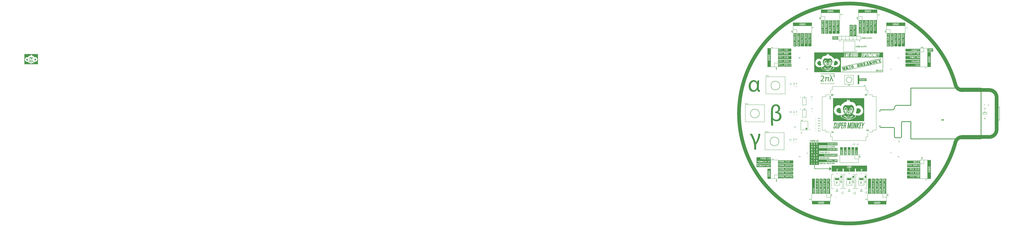
<source format=gto>
G04*
G04 #@! TF.GenerationSoftware,Altium Limited,Altium Designer,23.0.1 (38)*
G04*
G04 Layer_Color=15132400*
%FSLAX25Y25*%
%MOIN*%
G70*
G04*
G04 #@! TF.SameCoordinates,A82DE2A9-68C3-4950-AE13-74F95629AD28*
G04*
G04*
G04 #@! TF.FilePolarity,Positive*
G04*
G01*
G75*
%ADD10C,0.02362*%
%ADD11C,0.00984*%
%ADD12C,0.02000*%
%ADD13C,0.10000*%
%ADD14C,0.01000*%
%ADD15C,0.00787*%
%ADD16C,0.00500*%
%ADD17C,0.00800*%
%ADD18C,0.00551*%
%ADD19R,0.04000X0.24100*%
%ADD20R,0.11000X0.04500*%
%ADD21R,0.04000X0.05500*%
G36*
X-99700Y243717D02*
Y235083D01*
X-150300D01*
Y243717D01*
X-99700D01*
D02*
G37*
G36*
X-24000Y191917D02*
X-24795D01*
Y194913D01*
X-24801Y194907D01*
X-24816Y194896D01*
X-24840Y194875D01*
X-24873Y194848D01*
X-24915Y194815D01*
X-24966Y194775D01*
X-25023Y194730D01*
X-25089Y194685D01*
X-25161Y194638D01*
X-25239Y194587D01*
X-25323Y194536D01*
X-25413Y194488D01*
X-25509Y194439D01*
X-25611Y194392D01*
X-25716Y194350D01*
X-25824Y194310D01*
Y195034D01*
X-25821D01*
X-25809Y195039D01*
X-25794Y195045D01*
X-25770Y195054D01*
X-25740Y195066D01*
X-25707Y195079D01*
X-25668Y195097D01*
X-25623Y195117D01*
X-25575Y195144D01*
X-25524Y195171D01*
X-25467Y195202D01*
X-25410Y195238D01*
X-25347Y195276D01*
X-25284Y195318D01*
X-25218Y195367D01*
X-25149Y195417D01*
X-25146Y195421D01*
X-25134Y195430D01*
X-25113Y195448D01*
X-25089Y195468D01*
X-25059Y195495D01*
X-25026Y195528D01*
X-24990Y195564D01*
X-24948Y195607D01*
X-24909Y195654D01*
X-24867Y195705D01*
X-24825Y195759D01*
X-24783Y195819D01*
X-24744Y195879D01*
X-24708Y195946D01*
X-24675Y196014D01*
X-24648Y196083D01*
X-24000D01*
Y191917D01*
D02*
G37*
G36*
X-120910Y215100D02*
Y180100D01*
X-129290D01*
Y215100D01*
X-120910D01*
D02*
G37*
G36*
X149190Y180000D02*
X140810D01*
Y215000D01*
X149190D01*
Y180000D01*
D02*
G37*
G36*
X-140710Y179900D02*
X-149090D01*
Y214900D01*
X-140710D01*
Y179900D01*
D02*
G37*
G36*
X190000Y125716D02*
X151000D01*
Y134083D01*
X190000D01*
Y125716D01*
D02*
G37*
G36*
X78613Y117219D02*
X78643Y117217D01*
X78682Y117208D01*
X78724Y117197D01*
X78765Y117178D01*
X78807Y117153D01*
X78843Y117117D01*
X78846Y117114D01*
X78848Y117111D01*
X78857Y117103D01*
X78868Y117092D01*
X78890Y117064D01*
X78920Y117028D01*
X78948Y116984D01*
X78970Y116937D01*
X78989Y116881D01*
X78992Y116854D01*
X78995Y116826D01*
Y116823D01*
Y116821D01*
Y116812D01*
Y116801D01*
X78989Y116773D01*
X78984Y116735D01*
X78749Y115466D01*
Y115463D01*
X78746Y115455D01*
X78743Y115441D01*
X78737Y115424D01*
X78729Y115405D01*
X78721Y115380D01*
X78707Y115355D01*
X78693Y115330D01*
X78676Y115305D01*
X78654Y115278D01*
X78629Y115253D01*
X78602Y115231D01*
X78571Y115208D01*
X78535Y115192D01*
X78496Y115178D01*
X78452Y115170D01*
X78480D01*
X78499Y115164D01*
X78519Y115156D01*
X78544Y115139D01*
X78566Y115114D01*
X78577Y115097D01*
X78588Y115078D01*
X78591Y115075D01*
X78596Y115064D01*
X78602Y115048D01*
X78613Y115025D01*
X78621Y114998D01*
X78627Y114967D01*
X78632Y114931D01*
X78635Y114895D01*
Y114892D01*
Y114881D01*
Y114868D01*
X78632Y114851D01*
Y114848D01*
Y114845D01*
Y114829D01*
Y114809D01*
X78629Y114790D01*
X78411Y113652D01*
Y113649D01*
X78408Y113640D01*
Y113629D01*
X78405Y113613D01*
X78399Y113591D01*
X78394Y113568D01*
X78377Y113516D01*
X78358Y113458D01*
X78328Y113397D01*
X78291Y113341D01*
X78269Y113314D01*
X78244Y113292D01*
X78242D01*
X78239Y113286D01*
X78231Y113280D01*
X78219Y113275D01*
X78192Y113256D01*
X78153Y113236D01*
X78106Y113214D01*
X78053Y113195D01*
X77992Y113183D01*
X77929Y113178D01*
X77247D01*
X77236Y113181D01*
X77203Y113183D01*
X77164Y113192D01*
X77120Y113208D01*
X77070Y113228D01*
X77023Y113258D01*
X76998Y113275D01*
X76976Y113297D01*
Y113300D01*
X76970Y113303D01*
X76956Y113319D01*
X76940Y113344D01*
X76918Y113380D01*
X76895Y113422D01*
X76879Y113471D01*
X76865Y113530D01*
X76859Y113591D01*
Y113663D01*
X77042Y114690D01*
X77607D01*
X77458Y113807D01*
Y113793D01*
Y113790D01*
X77460Y113779D01*
X77466Y113762D01*
X77474Y113746D01*
X77477Y113743D01*
X77483Y113740D01*
X77488Y113737D01*
X77491Y113735D01*
X77776D01*
X77793Y113737D01*
X77815Y113746D01*
X77840Y113760D01*
X77846Y113765D01*
X77854Y113776D01*
X77868Y113796D01*
X77876Y113821D01*
X78062Y114851D01*
Y114859D01*
Y114862D01*
X78059Y114873D01*
X78056Y114884D01*
X78045Y114898D01*
X78042Y114901D01*
X78034Y114906D01*
X78023Y114912D01*
X78006Y114915D01*
X77560D01*
X77654Y115496D01*
X78098D01*
X78114Y115499D01*
X78136Y115507D01*
X78158Y115521D01*
X78161D01*
X78164Y115527D01*
X78175Y115541D01*
X78186Y115560D01*
X78194Y115588D01*
X78391Y116599D01*
Y116610D01*
Y116615D01*
X78388Y116624D01*
X78386Y116638D01*
X78375Y116649D01*
X78372Y116651D01*
X78364Y116657D01*
X78352Y116663D01*
X78336Y116665D01*
X78064D01*
X78048Y116663D01*
X78023Y116654D01*
X77998Y116638D01*
X77992Y116635D01*
X77981Y116627D01*
X77970Y116618D01*
X77965Y116615D01*
X77807Y115707D01*
X77242D01*
X77427Y116821D01*
Y116823D01*
X77430Y116829D01*
Y116837D01*
X77435Y116848D01*
X77444Y116881D01*
X77460Y116920D01*
X77483Y116964D01*
X77513Y117014D01*
X77552Y117061D01*
X77599Y117106D01*
X77602Y117109D01*
X77605Y117111D01*
X77613Y117117D01*
X77624Y117125D01*
X77652Y117142D01*
X77690Y117164D01*
X77737Y117186D01*
X77790Y117203D01*
X77848Y117217D01*
X77912Y117222D01*
X78602D01*
X78613Y117219D01*
D02*
G37*
G36*
X88773Y113178D02*
X88214D01*
X88247Y113826D01*
X87809D01*
X87618Y113178D01*
X87017D01*
X88327Y117222D01*
X88901D01*
X88773Y113178D01*
D02*
G37*
G36*
X85516Y117219D02*
X85546Y117217D01*
X85585Y117208D01*
X85626Y117197D01*
X85668Y117178D01*
X85710Y117153D01*
X85746Y117117D01*
X85748Y117114D01*
X85751Y117111D01*
X85759Y117103D01*
X85770Y117092D01*
X85793Y117064D01*
X85823Y117028D01*
X85851Y116984D01*
X85873Y116937D01*
X85892Y116881D01*
X85895Y116854D01*
X85898Y116826D01*
Y116823D01*
Y116821D01*
Y116812D01*
Y116801D01*
X85892Y116773D01*
X85887Y116735D01*
X85651Y115466D01*
Y115463D01*
X85649Y115455D01*
X85646Y115441D01*
X85640Y115424D01*
X85632Y115405D01*
X85624Y115380D01*
X85610Y115355D01*
X85596Y115330D01*
X85579Y115305D01*
X85557Y115278D01*
X85532Y115253D01*
X85505Y115231D01*
X85474Y115208D01*
X85438Y115192D01*
X85399Y115178D01*
X85355Y115170D01*
X85383D01*
X85402Y115164D01*
X85422Y115156D01*
X85446Y115139D01*
X85469Y115114D01*
X85480Y115097D01*
X85491Y115078D01*
X85493Y115075D01*
X85499Y115064D01*
X85505Y115048D01*
X85516Y115025D01*
X85524Y114998D01*
X85530Y114967D01*
X85535Y114931D01*
X85538Y114895D01*
Y114892D01*
Y114881D01*
Y114868D01*
X85535Y114851D01*
Y114848D01*
Y114845D01*
Y114829D01*
Y114809D01*
X85532Y114790D01*
X85313Y113579D01*
Y113577D01*
X85311Y113571D01*
Y113563D01*
X85308Y113552D01*
X85297Y113519D01*
X85280Y113480D01*
X85258Y113433D01*
X85230Y113386D01*
X85192Y113339D01*
X85144Y113292D01*
X85142D01*
X85139Y113286D01*
X85131Y113280D01*
X85119Y113275D01*
X85092Y113256D01*
X85056Y113236D01*
X85009Y113214D01*
X84956Y113195D01*
X84895Y113183D01*
X84831Y113178D01*
X84145D01*
X84133Y113181D01*
X84103Y113183D01*
X84067Y113192D01*
X84025Y113203D01*
X83981Y113222D01*
X83939Y113247D01*
X83903Y113283D01*
X83901Y113286D01*
X83898Y113289D01*
X83890Y113297D01*
X83881Y113308D01*
X83856Y113333D01*
X83829Y113372D01*
X83801Y113413D01*
X83776Y113463D01*
X83759Y113516D01*
X83757Y113546D01*
X83754Y113574D01*
Y113577D01*
Y113582D01*
Y113591D01*
Y113602D01*
X83757Y113629D01*
X83762Y113663D01*
X83998Y114937D01*
Y114940D01*
X84000Y114948D01*
X84003Y114962D01*
X84009Y114978D01*
X84017Y114998D01*
X84025Y115020D01*
X84039Y115045D01*
X84053Y115070D01*
X84073Y115097D01*
X84092Y115122D01*
X84117Y115147D01*
X84145Y115170D01*
X84175Y115189D01*
X84211Y115208D01*
X84250Y115222D01*
X84294Y115231D01*
X84266D01*
X84247Y115236D01*
X84228Y115244D01*
X84205Y115261D01*
X84180Y115286D01*
X84169Y115303D01*
X84158Y115322D01*
X84156Y115325D01*
X84153Y115336D01*
X84145Y115352D01*
X84136Y115377D01*
X84128Y115405D01*
X84122Y115435D01*
X84117Y115471D01*
X84114Y115507D01*
Y115513D01*
Y115524D01*
Y115541D01*
X84117Y115557D01*
Y115560D01*
Y115563D01*
Y115579D01*
Y115596D01*
X84120Y115613D01*
X84336Y116818D01*
Y116821D01*
X84338Y116826D01*
Y116834D01*
X84344Y116845D01*
X84352Y116879D01*
X84369Y116917D01*
X84391Y116964D01*
X84419Y117012D01*
X84455Y117061D01*
X84502Y117106D01*
X84505Y117109D01*
X84507Y117111D01*
X84516Y117117D01*
X84527Y117125D01*
X84554Y117142D01*
X84593Y117164D01*
X84640Y117186D01*
X84693Y117203D01*
X84754Y117217D01*
X84818Y117222D01*
X85505D01*
X85516Y117219D01*
D02*
G37*
G36*
X83455Y113178D02*
X82870D01*
X83505Y116665D01*
X83169D01*
X83258Y117222D01*
X84178D01*
X83455Y113178D01*
D02*
G37*
G36*
X82294D02*
X81715D01*
X81812Y113768D01*
X82394D01*
X82294Y113178D01*
D02*
G37*
G36*
X81477D02*
X80892D01*
X81527Y116665D01*
X81192D01*
X81280Y117222D01*
X82200D01*
X81477Y113178D01*
D02*
G37*
G36*
X80305D02*
X79721D01*
X80355Y116665D01*
X80020D01*
X80109Y117222D01*
X81028D01*
X80305Y113178D01*
D02*
G37*
G36*
X79145D02*
X78566D01*
X78663Y113768D01*
X79244D01*
X79145Y113178D01*
D02*
G37*
G36*
X76823Y117219D02*
X76857Y117217D01*
X76895Y117211D01*
X76934Y117197D01*
X76973Y117181D01*
X77006Y117156D01*
X77017Y117139D01*
X77028Y117122D01*
X77031D01*
X77034Y117117D01*
X77051Y117103D01*
X77073Y117078D01*
X77098Y117045D01*
X77122Y117009D01*
X77145Y116964D01*
X77161Y116917D01*
X77164Y116893D01*
X77167Y116867D01*
Y116862D01*
Y116848D01*
Y116845D01*
Y116834D01*
X77164Y116821D01*
X77161Y116804D01*
X77037Y116009D01*
Y116006D01*
X77034Y115995D01*
X77031Y115978D01*
X77028Y115956D01*
X77023Y115928D01*
X77014Y115898D01*
X77006Y115865D01*
X76995Y115829D01*
Y115826D01*
X76992Y115823D01*
X76990Y115815D01*
X76987Y115804D01*
X76973Y115776D01*
X76954Y115737D01*
X76931Y115696D01*
X76901Y115649D01*
X76865Y115596D01*
X76821Y115546D01*
X76818Y115541D01*
X76810Y115532D01*
X76798Y115519D01*
X76785Y115502D01*
X76762Y115474D01*
X76735Y115444D01*
X76699Y115402D01*
X76654Y115352D01*
X76599Y115291D01*
X76569Y115258D01*
X76535Y115222D01*
X76499Y115181D01*
X76460Y115139D01*
X76419Y115092D01*
X76375Y115042D01*
X76325Y114989D01*
X76275Y114934D01*
X76219Y114876D01*
X76159Y114812D01*
X76098Y114746D01*
X76031Y114674D01*
X76028Y114671D01*
X76023Y114665D01*
X76015Y114654D01*
X76001Y114640D01*
X75987Y114624D01*
X75970Y114602D01*
X75931Y114552D01*
X75887Y114496D01*
X75846Y114433D01*
X75810Y114366D01*
X75793Y114330D01*
X75779Y114297D01*
Y114294D01*
X75776Y114289D01*
X75774Y114278D01*
X75771Y114267D01*
X75762Y114236D01*
X75757Y114203D01*
X75665Y113735D01*
X76657D01*
X76574Y113178D01*
X75026D01*
X75195Y114236D01*
Y114242D01*
X75197Y114255D01*
X75200Y114275D01*
X75206Y114303D01*
X75211Y114330D01*
X75217Y114364D01*
X75225Y114394D01*
X75233Y114424D01*
Y114427D01*
X75236Y114433D01*
X75242Y114444D01*
X75247Y114458D01*
X75256Y114477D01*
X75267Y114496D01*
X75278Y114521D01*
X75292Y114549D01*
X75328Y114610D01*
X75372Y114682D01*
X75427Y114760D01*
X75460Y114798D01*
X75494Y114840D01*
X75497Y114843D01*
X75502Y114848D01*
X75508Y114857D01*
X75516Y114868D01*
X75530Y114881D01*
X75544Y114901D01*
X75563Y114923D01*
X75585Y114948D01*
X75613Y114981D01*
X75643Y115017D01*
X75682Y115059D01*
X75724Y115106D01*
X75771Y115161D01*
X75823Y115222D01*
X75882Y115289D01*
X75884Y115294D01*
X75895Y115305D01*
X75912Y115325D01*
X75934Y115347D01*
X75959Y115377D01*
X75990Y115410D01*
X76020Y115446D01*
X76053Y115485D01*
X76125Y115563D01*
X76192Y115638D01*
X76225Y115671D01*
X76253Y115701D01*
X76278Y115729D01*
X76297Y115749D01*
X76300Y115751D01*
X76303Y115754D01*
X76308Y115762D01*
X76316Y115773D01*
X76339Y115801D01*
X76363Y115837D01*
X76391Y115876D01*
X76419Y115917D01*
X76441Y115959D01*
X76460Y116000D01*
Y116003D01*
X76463Y116014D01*
X76466Y116031D01*
X76469Y116050D01*
X76560Y116599D01*
Y116607D01*
Y116613D01*
X76557Y116621D01*
X76555Y116635D01*
X76546Y116649D01*
X76544Y116651D01*
X76533Y116660D01*
X76516Y116668D01*
X76491Y116671D01*
X76278D01*
X76267Y116668D01*
X76247Y116663D01*
X76228Y116649D01*
X76222Y116643D01*
X76211Y116632D01*
X76197Y116613D01*
X76183Y116588D01*
X76181Y116582D01*
X76034Y115693D01*
X75472D01*
X75638Y116762D01*
X75663Y116832D01*
Y116834D01*
X75665Y116840D01*
X75668Y116848D01*
X75674Y116859D01*
X75688Y116890D01*
X75710Y116926D01*
X75735Y116970D01*
X75771Y117014D01*
X75812Y117061D01*
X75862Y117106D01*
X75865Y117109D01*
X75868Y117111D01*
X75876Y117117D01*
X75887Y117125D01*
X75918Y117142D01*
X75959Y117164D01*
X76006Y117186D01*
X76059Y117203D01*
X76117Y117217D01*
X76178Y117222D01*
X76812D01*
X76823Y117219D01*
D02*
G37*
G36*
X75070D02*
X75100Y117217D01*
X75136Y117208D01*
X75178Y117197D01*
X75220Y117178D01*
X75258Y117153D01*
X75294Y117120D01*
X75297Y117117D01*
X75300Y117114D01*
X75308Y117106D01*
X75319Y117095D01*
X75344Y117067D01*
X75372Y117028D01*
X75400Y116981D01*
X75424Y116929D01*
X75444Y116870D01*
X75447Y116840D01*
X75450Y116807D01*
Y116804D01*
Y116798D01*
Y116790D01*
Y116779D01*
X75447Y116757D01*
X75441Y116735D01*
X74876Y113582D01*
Y113579D01*
X74873Y113574D01*
Y113566D01*
X74871Y113555D01*
X74859Y113521D01*
X74843Y113480D01*
X74821Y113435D01*
X74790Y113386D01*
X74751Y113339D01*
X74704Y113292D01*
X74701D01*
X74699Y113286D01*
X74691Y113280D01*
X74679Y113275D01*
X74652Y113256D01*
X74613Y113236D01*
X74566Y113214D01*
X74510Y113195D01*
X74452Y113183D01*
X74388Y113178D01*
X73715D01*
X73704Y113181D01*
X73688Y113183D01*
X73671Y113186D01*
X73630Y113197D01*
X73583Y113217D01*
X73558Y113231D01*
X73533Y113244D01*
X73505Y113264D01*
X73480Y113283D01*
X73452Y113308D01*
X73427Y113336D01*
X73422Y113339D01*
X73411Y113352D01*
X73397Y113372D01*
X73378Y113400D01*
X73358Y113435D01*
X73344Y113480D01*
X73333Y113532D01*
X73328Y113593D01*
Y113665D01*
X73890Y116818D01*
Y116821D01*
X73893Y116826D01*
Y116834D01*
X73898Y116845D01*
X73907Y116879D01*
X73923Y116917D01*
X73945Y116964D01*
X73976Y117012D01*
X74015Y117061D01*
X74062Y117106D01*
X74064Y117109D01*
X74067Y117111D01*
X74076Y117117D01*
X74087Y117125D01*
X74114Y117142D01*
X74153Y117164D01*
X74200Y117186D01*
X74253Y117203D01*
X74314Y117217D01*
X74378Y117222D01*
X75059D01*
X75070Y117219D01*
D02*
G37*
G36*
X73297D02*
X73330Y117217D01*
X73369Y117211D01*
X73408Y117197D01*
X73447Y117181D01*
X73480Y117156D01*
X73491Y117139D01*
X73502Y117122D01*
X73505D01*
X73508Y117117D01*
X73524Y117103D01*
X73546Y117078D01*
X73571Y117045D01*
X73596Y117009D01*
X73619Y116964D01*
X73635Y116917D01*
X73638Y116893D01*
X73641Y116867D01*
Y116862D01*
Y116848D01*
Y116845D01*
Y116834D01*
X73638Y116821D01*
X73635Y116804D01*
X73510Y116009D01*
Y116006D01*
X73508Y115995D01*
X73505Y115978D01*
X73502Y115956D01*
X73497Y115928D01*
X73488Y115898D01*
X73480Y115865D01*
X73469Y115829D01*
Y115826D01*
X73466Y115823D01*
X73463Y115815D01*
X73461Y115804D01*
X73447Y115776D01*
X73427Y115737D01*
X73405Y115696D01*
X73375Y115649D01*
X73339Y115596D01*
X73294Y115546D01*
X73292Y115541D01*
X73283Y115532D01*
X73272Y115519D01*
X73258Y115502D01*
X73236Y115474D01*
X73208Y115444D01*
X73172Y115402D01*
X73128Y115352D01*
X73073Y115291D01*
X73042Y115258D01*
X73009Y115222D01*
X72973Y115181D01*
X72934Y115139D01*
X72893Y115092D01*
X72848Y115042D01*
X72799Y114989D01*
X72749Y114934D01*
X72693Y114876D01*
X72632Y114812D01*
X72571Y114746D01*
X72505Y114674D01*
X72502Y114671D01*
X72497Y114665D01*
X72488Y114654D01*
X72474Y114640D01*
X72461Y114624D01*
X72444Y114602D01*
X72405Y114552D01*
X72361Y114496D01*
X72319Y114433D01*
X72283Y114366D01*
X72267Y114330D01*
X72253Y114297D01*
Y114294D01*
X72250Y114289D01*
X72247Y114278D01*
X72245Y114267D01*
X72236Y114236D01*
X72231Y114203D01*
X72139Y113735D01*
X73131D01*
X73048Y113178D01*
X71499D01*
X71668Y114236D01*
Y114242D01*
X71671Y114255D01*
X71674Y114275D01*
X71680Y114303D01*
X71685Y114330D01*
X71691Y114364D01*
X71699Y114394D01*
X71707Y114424D01*
Y114427D01*
X71710Y114433D01*
X71715Y114444D01*
X71721Y114458D01*
X71729Y114477D01*
X71740Y114496D01*
X71751Y114521D01*
X71765Y114549D01*
X71801Y114610D01*
X71846Y114682D01*
X71901Y114760D01*
X71934Y114798D01*
X71968Y114840D01*
X71970Y114843D01*
X71976Y114848D01*
X71981Y114857D01*
X71990Y114868D01*
X72004Y114881D01*
X72017Y114901D01*
X72037Y114923D01*
X72059Y114948D01*
X72087Y114981D01*
X72117Y115017D01*
X72156Y115059D01*
X72198Y115106D01*
X72245Y115161D01*
X72297Y115222D01*
X72355Y115289D01*
X72358Y115294D01*
X72369Y115305D01*
X72386Y115325D01*
X72408Y115347D01*
X72433Y115377D01*
X72463Y115410D01*
X72494Y115446D01*
X72527Y115485D01*
X72599Y115563D01*
X72666Y115638D01*
X72699Y115671D01*
X72727Y115701D01*
X72751Y115729D01*
X72771Y115749D01*
X72774Y115751D01*
X72776Y115754D01*
X72782Y115762D01*
X72790Y115773D01*
X72812Y115801D01*
X72837Y115837D01*
X72865Y115876D01*
X72893Y115917D01*
X72915Y115959D01*
X72934Y116000D01*
Y116003D01*
X72937Y116014D01*
X72940Y116031D01*
X72943Y116050D01*
X73034Y116599D01*
Y116607D01*
Y116613D01*
X73031Y116621D01*
X73028Y116635D01*
X73020Y116649D01*
X73017Y116651D01*
X73006Y116660D01*
X72990Y116668D01*
X72965Y116671D01*
X72751D01*
X72740Y116668D01*
X72721Y116663D01*
X72702Y116649D01*
X72696Y116643D01*
X72685Y116632D01*
X72671Y116613D01*
X72657Y116588D01*
X72654Y116582D01*
X72508Y115693D01*
X71945D01*
X72112Y116762D01*
X72136Y116832D01*
Y116834D01*
X72139Y116840D01*
X72142Y116848D01*
X72148Y116859D01*
X72162Y116890D01*
X72184Y116926D01*
X72209Y116970D01*
X72245Y117014D01*
X72286Y117061D01*
X72336Y117106D01*
X72339Y117109D01*
X72342Y117111D01*
X72350Y117117D01*
X72361Y117125D01*
X72391Y117142D01*
X72433Y117164D01*
X72480Y117186D01*
X72533Y117203D01*
X72591Y117217D01*
X72652Y117222D01*
X73286D01*
X73297Y117219D01*
D02*
G37*
G36*
X-63853Y-102331D02*
X-63817D01*
X-63775Y-102337D01*
X-63727Y-102339D01*
X-63676Y-102346D01*
X-63622Y-102355D01*
X-63562Y-102364D01*
X-63439Y-102391D01*
X-63376Y-102409D01*
X-63313Y-102427D01*
X-63250Y-102451D01*
X-63190Y-102478D01*
X-63187Y-102480D01*
X-63175Y-102483D01*
X-63160Y-102492D01*
X-63136Y-102505D01*
X-63109Y-102520D01*
X-63079Y-102541D01*
X-63046Y-102561D01*
X-63007Y-102585D01*
X-62968Y-102615D01*
X-62926Y-102646D01*
X-62887Y-102682D01*
X-62845Y-102720D01*
X-62803Y-102760D01*
X-62764Y-102805D01*
X-62728Y-102849D01*
X-62692Y-102901D01*
X-62689Y-102903D01*
X-62683Y-102912D01*
X-62674Y-102927D01*
X-62665Y-102948D01*
X-62650Y-102972D01*
X-62635Y-103006D01*
X-62620Y-103039D01*
X-62602Y-103077D01*
X-62584Y-103122D01*
X-62569Y-103171D01*
X-62554Y-103218D01*
X-62539Y-103272D01*
X-62530Y-103330D01*
X-62521Y-103390D01*
X-62515Y-103453D01*
X-62512Y-103516D01*
X-63304D01*
Y-103513D01*
Y-103504D01*
Y-103491D01*
X-63307Y-103471D01*
X-63310Y-103449D01*
X-63313Y-103426D01*
X-63325Y-103366D01*
X-63343Y-103299D01*
X-63373Y-103231D01*
X-63391Y-103198D01*
X-63415Y-103165D01*
X-63439Y-103135D01*
X-63469Y-103104D01*
X-63472Y-103102D01*
X-63478Y-103098D01*
X-63487Y-103089D01*
X-63499Y-103080D01*
X-63517Y-103071D01*
X-63538Y-103057D01*
X-63562Y-103044D01*
X-63589Y-103030D01*
X-63619Y-103017D01*
X-63655Y-103003D01*
X-63694Y-102990D01*
X-63736Y-102981D01*
X-63781Y-102970D01*
X-63829Y-102963D01*
X-63880Y-102961D01*
X-63934Y-102957D01*
X-63961D01*
X-63982Y-102961D01*
X-64006D01*
X-64036Y-102963D01*
X-64066Y-102966D01*
X-64099Y-102972D01*
X-64171Y-102988D01*
X-64249Y-103008D01*
X-64321Y-103039D01*
X-64354Y-103059D01*
X-64387Y-103080D01*
X-64390D01*
X-64393Y-103086D01*
X-64411Y-103102D01*
X-64438Y-103129D01*
X-64465Y-103167D01*
X-64495Y-103212D01*
X-64522Y-103270D01*
X-64540Y-103332D01*
X-64543Y-103368D01*
X-64546Y-103404D01*
Y-103408D01*
Y-103413D01*
Y-103422D01*
X-64543Y-103435D01*
X-64537Y-103471D01*
X-64522Y-103513D01*
X-64501Y-103563D01*
X-64486Y-103591D01*
X-64468Y-103614D01*
X-64447Y-103641D01*
X-64420Y-103668D01*
X-64393Y-103695D01*
X-64360Y-103719D01*
X-64357D01*
X-64351Y-103726D01*
X-64339Y-103732D01*
X-64324Y-103741D01*
X-64306Y-103753D01*
X-64282Y-103764D01*
X-64252Y-103779D01*
X-64219Y-103797D01*
X-64183Y-103813D01*
X-64141Y-103833D01*
X-64096Y-103851D01*
X-64045Y-103873D01*
X-63991Y-103893D01*
X-63934Y-103914D01*
X-63871Y-103936D01*
X-63805Y-103956D01*
X-63802D01*
X-63796Y-103960D01*
X-63787Y-103963D01*
X-63775Y-103965D01*
X-63760Y-103972D01*
X-63742Y-103978D01*
X-63694Y-103992D01*
X-63640Y-104014D01*
X-63574Y-104034D01*
X-63505Y-104065D01*
X-63430Y-104095D01*
X-63349Y-104130D01*
X-63268Y-104166D01*
X-63187Y-104209D01*
X-63106Y-104253D01*
X-63025Y-104302D01*
X-62953Y-104352D01*
X-62884Y-104403D01*
X-62821Y-104461D01*
X-62818Y-104464D01*
X-62809Y-104475D01*
X-62791Y-104490D01*
X-62773Y-104515D01*
X-62749Y-104544D01*
X-62722Y-104578D01*
X-62695Y-104620D01*
X-62665Y-104667D01*
X-62638Y-104718D01*
X-62611Y-104776D01*
X-62584Y-104835D01*
X-62560Y-104902D01*
X-62539Y-104973D01*
X-62524Y-105045D01*
X-62515Y-105127D01*
X-62512Y-105208D01*
Y-105213D01*
Y-105228D01*
X-62515Y-105255D01*
X-62518Y-105289D01*
X-62524Y-105331D01*
X-62533Y-105382D01*
X-62545Y-105432D01*
X-62560Y-105492D01*
X-62578Y-105552D01*
X-62605Y-105619D01*
X-62635Y-105682D01*
X-62671Y-105747D01*
X-62716Y-105814D01*
X-62764Y-105874D01*
X-62824Y-105933D01*
X-62890Y-105991D01*
X-62893Y-105993D01*
X-62908Y-106002D01*
X-62929Y-106017D01*
X-62959Y-106035D01*
X-62995Y-106056D01*
X-63043Y-106080D01*
X-63097Y-106105D01*
X-63157Y-106131D01*
X-63226Y-106158D01*
X-63301Y-106183D01*
X-63385Y-106207D01*
X-63475Y-106228D01*
X-63574Y-106246D01*
X-63676Y-106261D01*
X-63787Y-106270D01*
X-63904Y-106272D01*
X-63946D01*
X-63979Y-106270D01*
X-64018Y-106266D01*
X-64063Y-106263D01*
X-64114Y-106257D01*
X-64171Y-106252D01*
X-64231Y-106243D01*
X-64297Y-106234D01*
X-64432Y-106203D01*
X-64501Y-106185D01*
X-64573Y-106165D01*
X-64642Y-106138D01*
X-64711Y-106111D01*
X-64714Y-106107D01*
X-64726Y-106102D01*
X-64747Y-106093D01*
X-64771Y-106080D01*
X-64801Y-106065D01*
X-64837Y-106044D01*
X-64876Y-106020D01*
X-64915Y-105993D01*
X-64960Y-105964D01*
X-65005Y-105930D01*
X-65053Y-105894D01*
X-65098Y-105856D01*
X-65143Y-105814D01*
X-65188Y-105765D01*
X-65227Y-105718D01*
X-65266Y-105666D01*
X-65269Y-105664D01*
X-65275Y-105655D01*
X-65284Y-105637D01*
X-65296Y-105615D01*
X-65311Y-105588D01*
X-65326Y-105559D01*
X-65344Y-105519D01*
X-65362Y-105477D01*
X-65380Y-105432D01*
X-65398Y-105382D01*
X-65413Y-105327D01*
X-65428Y-105271D01*
X-65440Y-105210D01*
X-65449Y-105148D01*
X-65455Y-105081D01*
X-65458Y-105013D01*
X-64663D01*
Y-105016D01*
Y-105018D01*
Y-105027D01*
X-64660Y-105040D01*
X-64657Y-105072D01*
X-64651Y-105112D01*
X-64639Y-105159D01*
X-64624Y-105213D01*
X-64600Y-105271D01*
X-64567Y-105331D01*
X-64528Y-105391D01*
X-64477Y-105447D01*
X-64447Y-105474D01*
X-64417Y-105501D01*
X-64381Y-105526D01*
X-64342Y-105550D01*
X-64300Y-105570D01*
X-64255Y-105588D01*
X-64207Y-105606D01*
X-64153Y-105622D01*
X-64099Y-105633D01*
X-64039Y-105642D01*
X-63973Y-105646D01*
X-63904Y-105649D01*
X-63877D01*
X-63856Y-105646D01*
X-63835D01*
X-63805Y-105642D01*
X-63775Y-105640D01*
X-63742Y-105633D01*
X-63673Y-105622D01*
X-63598Y-105601D01*
X-63529Y-105573D01*
X-63463Y-105535D01*
X-63460D01*
X-63457Y-105528D01*
X-63439Y-105514D01*
X-63412Y-105487D01*
X-63382Y-105450D01*
X-63355Y-105405D01*
X-63328Y-105351D01*
X-63310Y-105286D01*
X-63307Y-105253D01*
X-63304Y-105213D01*
Y-105210D01*
Y-105204D01*
Y-105192D01*
X-63307Y-105177D01*
X-63310Y-105159D01*
X-63313Y-105136D01*
X-63325Y-105087D01*
X-63343Y-105034D01*
X-63370Y-104976D01*
X-63388Y-104946D01*
X-63409Y-104920D01*
X-63436Y-104895D01*
X-63463Y-104871D01*
X-63466D01*
X-63472Y-104866D01*
X-63481Y-104859D01*
X-63493Y-104850D01*
X-63511Y-104839D01*
X-63535Y-104826D01*
X-63562Y-104812D01*
X-63595Y-104794D01*
X-63631Y-104776D01*
X-63673Y-104757D01*
X-63718Y-104736D01*
X-63769Y-104716D01*
X-63829Y-104692D01*
X-63889Y-104667D01*
X-63958Y-104643D01*
X-64033Y-104620D01*
X-64039Y-104616D01*
X-64051Y-104613D01*
X-64072Y-104607D01*
X-64102Y-104595D01*
X-64135Y-104584D01*
X-64177Y-104569D01*
X-64219Y-104553D01*
X-64267Y-104535D01*
X-64372Y-104497D01*
X-64480Y-104452D01*
X-64588Y-104403D01*
X-64636Y-104379D01*
X-64684Y-104356D01*
X-64687D01*
X-64690Y-104352D01*
X-64699Y-104347D01*
X-64711Y-104341D01*
X-64744Y-104320D01*
X-64786Y-104289D01*
X-64837Y-104253D01*
X-64891Y-104211D01*
X-64951Y-104160D01*
X-65011Y-104104D01*
X-65071Y-104037D01*
X-65131Y-103965D01*
X-65185Y-103887D01*
X-65236Y-103804D01*
X-65278Y-103714D01*
X-65311Y-103614D01*
X-65323Y-103563D01*
X-65332Y-103509D01*
X-65335Y-103455D01*
X-65338Y-103402D01*
Y-103399D01*
Y-103386D01*
Y-103372D01*
X-65335Y-103350D01*
X-65332Y-103323D01*
X-65329Y-103290D01*
X-65323Y-103254D01*
X-65317Y-103216D01*
X-65296Y-103131D01*
X-65281Y-103086D01*
X-65263Y-103039D01*
X-65245Y-102990D01*
X-65221Y-102943D01*
X-65194Y-102894D01*
X-65164Y-102849D01*
X-65161Y-102847D01*
X-65155Y-102838D01*
X-65146Y-102825D01*
X-65131Y-102807D01*
X-65113Y-102789D01*
X-65092Y-102766D01*
X-65065Y-102738D01*
X-65035Y-102708D01*
X-65002Y-102679D01*
X-64963Y-102648D01*
X-64921Y-102615D01*
X-64876Y-102583D01*
X-64828Y-102552D01*
X-64774Y-102523D01*
X-64720Y-102492D01*
X-64660Y-102465D01*
X-64657Y-102462D01*
X-64645Y-102460D01*
X-64627Y-102453D01*
X-64603Y-102445D01*
X-64570Y-102433D01*
X-64534Y-102420D01*
X-64492Y-102409D01*
X-64444Y-102397D01*
X-64393Y-102384D01*
X-64336Y-102373D01*
X-64273Y-102360D01*
X-64210Y-102348D01*
X-64141Y-102339D01*
X-64072Y-102333D01*
X-63997Y-102328D01*
X-63883D01*
X-63853Y-102331D01*
D02*
G37*
G36*
X-68185Y-104283D02*
X-67036Y-106219D01*
X-67957D01*
X-68695Y-104875D01*
X-69433Y-106219D01*
X-70354D01*
X-69208Y-104283D01*
X-70324Y-102378D01*
X-69415D01*
X-68695Y-103705D01*
X-67975Y-102378D01*
X-67066D01*
X-68185Y-104283D01*
D02*
G37*
G36*
X-52300Y-106219D02*
X-53140D01*
X-53407Y-105429D01*
X-54793D01*
X-55057Y-106219D01*
X-55897D01*
X-54469Y-102378D01*
X-53737D01*
X-52300Y-106219D01*
D02*
G37*
G36*
X-57652D02*
X-58444D01*
Y-102378D01*
X-57652D01*
Y-106219D01*
D02*
G37*
G36*
X-60406Y-102382D02*
X-60367Y-102384D01*
X-60325Y-102387D01*
X-60274Y-102391D01*
X-60220Y-102400D01*
X-60163Y-102406D01*
X-60103Y-102418D01*
X-59974Y-102445D01*
X-59911Y-102462D01*
X-59845Y-102483D01*
X-59782Y-102510D01*
X-59719Y-102538D01*
X-59716Y-102541D01*
X-59704Y-102543D01*
X-59686Y-102552D01*
X-59665Y-102568D01*
X-59638Y-102583D01*
X-59605Y-102603D01*
X-59569Y-102628D01*
X-59533Y-102655D01*
X-59491Y-102684D01*
X-59449Y-102717D01*
X-59407Y-102753D01*
X-59365Y-102796D01*
X-59323Y-102838D01*
X-59284Y-102885D01*
X-59248Y-102934D01*
X-59212Y-102988D01*
X-59209Y-102990D01*
X-59203Y-102999D01*
X-59197Y-103017D01*
X-59185Y-103039D01*
X-59170Y-103066D01*
X-59155Y-103098D01*
X-59140Y-103138D01*
X-59122Y-103180D01*
X-59107Y-103227D01*
X-59092Y-103279D01*
X-59077Y-103332D01*
X-59062Y-103390D01*
X-59050Y-103453D01*
X-59044Y-103516D01*
X-59038Y-103582D01*
X-59035Y-103650D01*
Y-103654D01*
Y-103656D01*
Y-103665D01*
Y-103674D01*
X-59038Y-103705D01*
X-59041Y-103744D01*
X-59047Y-103791D01*
X-59056Y-103846D01*
X-59068Y-103909D01*
X-59083Y-103974D01*
X-59104Y-104043D01*
X-59128Y-104115D01*
X-59161Y-104191D01*
X-59197Y-104265D01*
X-59242Y-104338D01*
X-59293Y-104410D01*
X-59353Y-104479D01*
X-59422Y-104542D01*
X-59425Y-104544D01*
X-59440Y-104557D01*
X-59461Y-104571D01*
X-59494Y-104593D01*
X-59533Y-104616D01*
X-59581Y-104643D01*
X-59635Y-104674D01*
X-59701Y-104703D01*
X-59773Y-104734D01*
X-59854Y-104763D01*
X-59941Y-104790D01*
X-60037Y-104815D01*
X-60139Y-104835D01*
X-60247Y-104850D01*
X-60367Y-104862D01*
X-60490Y-104866D01*
X-61186D01*
Y-106219D01*
X-61975D01*
Y-102378D01*
X-60436D01*
X-60406Y-102382D01*
D02*
G37*
G36*
X-70540Y-103021D02*
X-72319D01*
Y-103936D01*
X-70798D01*
Y-104557D01*
X-72319D01*
Y-105582D01*
X-70534D01*
Y-106219D01*
X-73108D01*
Y-102378D01*
X-70540D01*
Y-103021D01*
D02*
G37*
G36*
X-75244Y-105582D02*
X-73564D01*
Y-106219D01*
X-76033D01*
Y-102378D01*
X-75244D01*
Y-105582D01*
D02*
G37*
G36*
X-76492Y-103021D02*
X-78202D01*
Y-104010D01*
X-76681D01*
Y-104649D01*
X-78202D01*
Y-106219D01*
X-78991D01*
Y-102378D01*
X-76492D01*
Y-103021D01*
D02*
G37*
G36*
X-80900Y-77880D02*
X-31000D01*
Y-85380D01*
X-80900D01*
Y-92780D01*
X-31100D01*
Y-100280D01*
X-80900D01*
Y-100337D01*
D01*
Y-107900D01*
Y-108150D01*
X-31000D01*
Y-115650D01*
X-80900D01*
Y-122837D01*
D01*
Y-123050D01*
X-31000D01*
Y-130550D01*
X-80900D01*
Y-137900D01*
X-92000D01*
Y-147500D01*
X-52750D01*
Y-142750D01*
X-47250Y-148250D01*
X-52750Y-153750D01*
Y-149000D01*
X-93500D01*
Y-137900D01*
X-105900D01*
Y-130400D01*
D01*
Y-122900D01*
D01*
Y-115337D01*
D01*
Y-107900D01*
Y-100400D01*
D01*
Y-92837D01*
D01*
Y-85400D01*
D01*
Y-77837D01*
X-80900D01*
Y-77880D01*
D02*
G37*
G36*
X47900Y-147843D02*
X47891D01*
Y-155537D01*
X18400D01*
Y-147843D01*
X15234D01*
Y-155765D01*
X-14257D01*
Y-147843D01*
X-17366D01*
Y-155465D01*
X-46857D01*
Y-147843D01*
X-46900D01*
Y-139757D01*
X47900D01*
Y-147843D01*
D02*
G37*
G36*
X-149900Y-173900D02*
X-189900D01*
Y-165520D01*
X-149900D01*
Y-173900D01*
D02*
G37*
G36*
X-81100Y-215100D02*
X-89481D01*
Y-174969D01*
X-81100D01*
Y-215100D01*
D02*
G37*
G36*
X-42254Y107840D02*
X-42220Y107833D01*
X-42178Y107812D01*
X-42116Y107784D01*
X-42039Y107749D01*
X-41949Y107715D01*
X-41845Y107666D01*
X-41727Y107617D01*
X-41602Y107569D01*
X-41470Y107513D01*
X-41324Y107451D01*
X-41179Y107388D01*
X-40866Y107256D01*
X-40547Y107118D01*
X-40228Y106979D01*
X-39916Y106847D01*
X-39770Y106785D01*
X-39624Y106722D01*
X-39492Y106667D01*
X-39360Y106611D01*
X-39243Y106556D01*
X-39138Y106507D01*
X-39048Y106465D01*
X-38965Y106431D01*
X-38902Y106403D01*
X-38854Y106382D01*
X-38819Y106361D01*
X-38805Y106354D01*
Y106327D01*
X-42296Y104897D01*
X-42324D01*
Y104925D01*
X-42317Y104932D01*
X-42310Y104959D01*
X-42289Y105008D01*
X-42261Y105063D01*
X-42234Y105126D01*
X-42199Y105202D01*
X-42123Y105369D01*
X-42053Y105535D01*
X-42018Y105619D01*
X-41991Y105695D01*
X-41963Y105757D01*
X-41942Y105813D01*
X-41935Y105855D01*
X-41928Y105876D01*
X-76274Y105876D01*
X-76295Y105882D01*
X-76316Y105896D01*
X-76323Y105931D01*
Y106805D01*
Y106812D01*
X-76316Y106833D01*
X-76295Y106854D01*
X-76267Y106861D01*
X-41928Y106861D01*
Y106868D01*
X-41935Y106882D01*
X-41942Y106896D01*
X-41949Y106923D01*
X-41963Y106958D01*
X-41977Y107000D01*
X-41998Y107048D01*
X-42025Y107111D01*
X-42053Y107194D01*
X-42095Y107284D01*
X-42143Y107388D01*
X-42192Y107513D01*
X-42254Y107659D01*
X-42324Y107819D01*
X-42261Y107846D01*
X-42254Y107840D01*
D02*
G37*
G36*
X-42601Y100247D02*
X-42581Y100226D01*
X-42574Y100199D01*
Y99102D01*
Y99095D01*
X-42581Y99074D01*
X-42595Y99053D01*
X-42629Y99046D01*
X-44607D01*
X-44628Y99053D01*
X-44649Y99067D01*
X-44656Y99102D01*
Y100199D01*
Y100206D01*
X-44649Y100226D01*
X-44628Y100247D01*
X-44600Y100254D01*
X-42622D01*
X-42601Y100247D01*
D02*
G37*
G36*
X-39201Y103648D02*
X-39180Y103627D01*
X-39173Y103599D01*
Y97027D01*
Y97020D01*
X-39180Y96999D01*
X-39194Y96978D01*
X-39229Y96971D01*
X-40471D01*
X-40492Y96978D01*
X-40512Y96992D01*
X-40519Y97027D01*
Y102003D01*
X-40554D01*
X-41505Y101441D01*
X-41512Y101448D01*
X-41519Y101462D01*
X-41526Y101482D01*
X-41533Y101510D01*
X-41546Y101559D01*
X-41560Y101614D01*
X-41574Y101684D01*
X-41595Y101774D01*
X-41616Y101885D01*
X-41637Y102024D01*
X-41664Y102176D01*
X-41678Y102267D01*
X-41692Y102364D01*
X-41706Y102461D01*
X-41727Y102572D01*
X-41741Y102690D01*
X-41762Y102815D01*
X-41755D01*
X-41748Y102822D01*
X-41727Y102836D01*
X-41699Y102850D01*
X-41630Y102891D01*
X-41546Y102947D01*
X-41436Y103009D01*
X-41317Y103079D01*
X-41193Y103155D01*
X-41054Y103238D01*
X-40790Y103391D01*
X-40665Y103460D01*
X-40547Y103523D01*
X-40450Y103578D01*
X-40367Y103620D01*
X-40304Y103648D01*
X-40283Y103655D01*
X-39222D01*
X-39201Y103648D01*
D02*
G37*
G36*
X-51096Y103113D02*
X-51034Y103106D01*
X-50964Y103093D01*
X-50888Y103079D01*
X-50797Y103058D01*
X-50700Y103030D01*
X-50589Y103002D01*
X-50478Y102961D01*
X-50353Y102912D01*
X-50222Y102857D01*
X-50083Y102787D01*
X-49944Y102711D01*
X-49798Y102628D01*
X-49646Y102530D01*
X-49493Y102419D01*
X-49333Y102294D01*
X-49174Y102156D01*
X-49007Y102003D01*
X-48847Y101836D01*
X-48681Y101649D01*
X-48514Y101455D01*
X-48348Y101233D01*
X-48188Y100997D01*
X-48028Y100747D01*
X-47869Y100469D01*
X-47709Y100178D01*
X-47557Y99858D01*
X-47411Y99525D01*
X-47265Y99164D01*
Y99158D01*
X-47258Y99151D01*
X-47251Y99123D01*
X-47230Y99088D01*
X-47216Y99040D01*
X-47189Y98970D01*
X-47154Y98887D01*
X-47112Y98790D01*
X-47064Y98665D01*
X-47008Y98519D01*
X-46939Y98346D01*
X-46870Y98151D01*
X-46828Y98047D01*
X-46779Y97929D01*
X-46731Y97811D01*
X-46682Y97679D01*
X-46633Y97540D01*
X-46571Y97395D01*
X-46516Y97242D01*
X-46453Y97083D01*
X-46391Y96909D01*
X-46321Y96728D01*
X-46252Y96541D01*
X-46176Y96347D01*
X-46092Y96139D01*
X-46016Y95924D01*
X-45926Y95701D01*
X-45835Y95465D01*
X-45745Y95216D01*
X-45648Y94959D01*
X-45544Y94695D01*
X-45440Y94418D01*
X-45329Y94126D01*
X-45218Y93828D01*
X-45100Y93515D01*
X-44975Y93189D01*
X-44850Y92856D01*
X-44718Y92509D01*
X-44586Y92148D01*
X-44447Y91780D01*
X-44302Y91392D01*
X-44149Y90996D01*
X-43996Y90587D01*
X-43837Y90163D01*
X-43677Y89726D01*
X-43504Y89275D01*
X-43330Y88810D01*
X-43150Y88324D01*
X-42969Y87831D01*
X-42775Y87325D01*
X-42581Y86804D01*
X-42379Y86263D01*
X-42435Y86235D01*
X-44510D01*
X-44517Y86242D01*
X-44524Y86256D01*
X-44545Y86291D01*
X-44572Y86339D01*
X-44586Y86367D01*
X-44600Y86409D01*
X-44621Y86457D01*
X-44649Y86513D01*
X-44669Y86575D01*
X-44704Y86652D01*
X-44732Y86735D01*
X-44774Y86825D01*
X-44808Y86929D01*
X-44850Y87047D01*
X-44899Y87172D01*
X-44954Y87311D01*
X-45010Y87471D01*
X-45065Y87637D01*
X-45128Y87818D01*
X-45197Y88012D01*
X-45273Y88227D01*
X-45350Y88456D01*
X-45433Y88706D01*
X-45523Y88970D01*
X-45620Y89254D01*
X-45717Y89553D01*
Y89560D01*
X-45731Y89580D01*
X-45745Y89622D01*
X-45759Y89671D01*
X-45787Y89733D01*
X-45815Y89809D01*
X-45849Y89900D01*
X-45891Y90004D01*
X-45933Y90115D01*
X-45981Y90240D01*
X-46030Y90378D01*
X-46085Y90531D01*
X-46141Y90684D01*
X-46203Y90857D01*
X-46266Y91031D01*
X-46335Y91218D01*
X-46404Y91419D01*
X-46474Y91621D01*
X-46550Y91836D01*
X-46627Y92058D01*
X-46703Y92287D01*
X-46779Y92523D01*
X-46939Y93009D01*
X-47106Y93522D01*
X-47272Y94057D01*
X-47439Y94612D01*
X-47605Y95174D01*
X-47716D01*
Y95167D01*
X-47723Y95160D01*
Y95139D01*
X-47730Y95105D01*
X-47744Y95063D01*
X-47758Y95014D01*
X-47772Y94952D01*
X-47793Y94876D01*
X-47820Y94792D01*
X-47848Y94695D01*
X-47883Y94584D01*
X-47917Y94459D01*
X-47959Y94320D01*
X-48008Y94168D01*
X-48056Y93994D01*
X-48112Y93814D01*
X-48181Y93612D01*
X-48251Y93397D01*
X-48327Y93161D01*
X-48403Y92911D01*
X-48493Y92641D01*
X-48591Y92356D01*
X-48695Y92051D01*
X-48806Y91725D01*
X-48924Y91378D01*
X-49049Y91010D01*
X-49187Y90621D01*
X-49326Y90212D01*
X-49479Y89782D01*
X-49639Y89324D01*
X-49812Y88845D01*
X-49992Y88345D01*
Y88338D01*
X-49999Y88324D01*
X-50013Y88297D01*
X-50027Y88255D01*
X-50041Y88206D01*
X-50062Y88151D01*
X-50083Y88088D01*
X-50111Y88019D01*
X-50166Y87866D01*
X-50229Y87686D01*
X-50298Y87498D01*
X-50367Y87304D01*
X-50437Y87110D01*
X-50506Y86922D01*
X-50576Y86742D01*
X-50631Y86582D01*
X-50659Y86513D01*
X-50687Y86444D01*
X-50707Y86388D01*
X-50728Y86339D01*
X-50749Y86298D01*
X-50763Y86263D01*
X-50770Y86242D01*
X-50777Y86235D01*
X-52859D01*
X-52914Y86263D01*
Y86270D01*
X-52900Y86291D01*
X-52886Y86332D01*
X-52866Y86381D01*
X-52845Y86444D01*
X-52817Y86520D01*
X-52782Y86610D01*
X-52741Y86707D01*
X-52699Y86818D01*
X-52650Y86943D01*
X-52595Y87075D01*
X-52539Y87221D01*
X-52477Y87373D01*
X-52415Y87533D01*
X-52352Y87707D01*
X-52276Y87887D01*
X-52206Y88074D01*
X-52130Y88269D01*
X-51970Y88678D01*
X-51804Y89108D01*
X-51623Y89560D01*
X-51443Y90031D01*
X-51256Y90510D01*
X-51061Y91003D01*
X-50867Y91496D01*
X-50485Y92488D01*
X-50291Y92974D01*
X-50111Y93460D01*
X-49923Y93925D01*
X-49750Y94376D01*
X-49583Y94799D01*
X-49507Y95007D01*
X-49430Y95209D01*
X-49354Y95403D01*
X-49285Y95583D01*
X-49215Y95764D01*
X-49153Y95930D01*
X-49090Y96090D01*
X-49035Y96243D01*
X-48979Y96382D01*
X-48931Y96513D01*
X-48882Y96631D01*
X-48847Y96742D01*
X-48806Y96840D01*
X-48778Y96923D01*
X-48750Y96999D01*
X-48729Y97062D01*
X-48709Y97103D01*
X-48702Y97138D01*
Y97332D01*
Y97339D01*
Y97360D01*
X-48709Y97395D01*
X-48715Y97450D01*
X-48736Y97520D01*
X-48757Y97610D01*
X-48792Y97728D01*
X-48834Y97867D01*
X-48889Y98026D01*
X-48924Y98116D01*
X-48965Y98214D01*
X-49000Y98318D01*
X-49049Y98429D01*
X-49097Y98547D01*
X-49153Y98672D01*
X-49208Y98811D01*
X-49278Y98949D01*
X-49340Y99102D01*
X-49417Y99255D01*
X-49500Y99421D01*
X-49583Y99602D01*
X-49673Y99782D01*
X-49770Y99976D01*
Y99983D01*
X-49777Y99990D01*
X-49791Y100011D01*
X-49812Y100039D01*
X-49861Y100108D01*
X-49930Y100199D01*
X-50013Y100310D01*
X-50111Y100428D01*
X-50229Y100559D01*
X-50353Y100691D01*
X-50492Y100823D01*
X-50645Y100955D01*
X-50805Y101073D01*
X-50971Y101184D01*
X-51152Y101274D01*
X-51332Y101344D01*
X-51422Y101371D01*
X-51519Y101392D01*
X-51609Y101399D01*
X-51707Y101406D01*
X-52185D01*
Y101441D01*
Y101448D01*
Y101462D01*
X-52179Y101482D01*
Y101510D01*
X-52172Y101545D01*
Y101586D01*
X-52158Y101691D01*
X-52144Y101809D01*
X-52130Y101947D01*
X-52109Y102093D01*
X-52088Y102239D01*
X-52068Y102385D01*
X-52047Y102530D01*
X-52026Y102669D01*
X-52005Y102787D01*
X-51984Y102891D01*
X-51977Y102933D01*
X-51964Y102968D01*
X-51956Y102995D01*
X-51950Y103016D01*
X-51936Y103030D01*
X-51929Y103037D01*
X-51200Y103120D01*
X-51138D01*
X-51096Y103113D01*
D02*
G37*
G36*
X-53421Y97554D02*
X-53400Y97534D01*
X-53393Y97506D01*
Y97499D01*
Y97485D01*
X-53400Y97464D01*
Y97436D01*
X-53414Y97360D01*
X-53428Y97263D01*
X-53442Y97138D01*
X-53456Y97006D01*
X-53476Y96867D01*
X-53497Y96722D01*
X-53525Y96569D01*
X-53546Y96430D01*
X-53567Y96298D01*
X-53594Y96180D01*
X-53615Y96076D01*
X-53636Y96000D01*
X-53643Y95972D01*
X-53657Y95951D01*
X-53664Y95937D01*
X-53671Y95930D01*
X-55191D01*
Y89920D01*
Y89913D01*
Y89893D01*
Y89858D01*
Y89816D01*
Y89761D01*
Y89691D01*
X-55184Y89615D01*
Y89532D01*
Y89435D01*
Y89331D01*
X-55177Y89219D01*
Y89101D01*
X-55163Y88845D01*
X-55149Y88567D01*
X-55135Y88276D01*
X-55114Y87977D01*
X-55059Y87366D01*
X-55024Y87061D01*
X-54982Y86770D01*
X-54934Y86492D01*
X-54878Y86235D01*
X-56849D01*
X-56856Y86242D01*
X-56863Y86263D01*
X-56884Y86305D01*
X-56905Y86360D01*
X-56932Y86444D01*
X-56960Y86541D01*
X-56995Y86659D01*
X-57030Y86797D01*
X-57064Y86964D01*
X-57099Y87158D01*
X-57113Y87262D01*
X-57127Y87373D01*
X-57141Y87491D01*
X-57155Y87623D01*
X-57169Y87755D01*
X-57175Y87894D01*
X-57189Y88047D01*
X-57196Y88199D01*
X-57203Y88366D01*
Y88539D01*
X-57210Y88720D01*
Y88907D01*
Y95930D01*
X-60951D01*
Y95903D01*
Y95896D01*
Y95868D01*
Y95819D01*
Y95764D01*
X-60958Y95681D01*
Y95583D01*
X-60965Y95472D01*
Y95341D01*
X-60972Y95195D01*
X-60985Y95035D01*
X-60992Y94855D01*
X-61006Y94660D01*
X-61027Y94445D01*
X-61041Y94223D01*
X-61062Y93980D01*
X-61090Y93723D01*
X-61117Y93446D01*
X-61145Y93161D01*
X-61180Y92856D01*
X-61221Y92544D01*
X-61263Y92211D01*
X-61305Y91864D01*
X-61360Y91510D01*
X-61416Y91135D01*
X-61471Y90746D01*
X-61541Y90344D01*
X-61610Y89934D01*
X-61686Y89504D01*
X-61770Y89067D01*
X-61853Y88616D01*
X-61950Y88151D01*
X-62047Y87672D01*
Y87658D01*
X-62061Y87630D01*
X-62075Y87575D01*
X-62096Y87505D01*
X-62117Y87422D01*
X-62151Y87332D01*
X-62179Y87228D01*
X-62214Y87110D01*
X-62297Y86874D01*
X-62380Y86638D01*
X-62422Y86527D01*
X-62471Y86416D01*
X-62512Y86318D01*
X-62554Y86235D01*
X-64462D01*
X-64518Y86263D01*
Y86270D01*
X-64511Y86284D01*
X-64504Y86305D01*
X-64490Y86339D01*
X-64476Y86381D01*
X-64462Y86430D01*
X-64442Y86485D01*
X-64421Y86554D01*
X-64393Y86631D01*
X-64365Y86714D01*
X-64337Y86804D01*
X-64310Y86908D01*
X-64275Y87019D01*
X-64240Y87138D01*
X-64206Y87262D01*
X-64164Y87394D01*
X-64129Y87533D01*
X-64088Y87686D01*
X-64046Y87838D01*
X-64004Y88005D01*
X-63963Y88178D01*
X-63921Y88359D01*
X-63872Y88546D01*
X-63831Y88741D01*
X-63782Y88935D01*
X-63741Y89143D01*
X-63699Y89358D01*
X-63650Y89580D01*
X-63560Y90045D01*
X-63477Y90538D01*
Y90552D01*
X-63470Y90580D01*
X-63463Y90628D01*
X-63456Y90698D01*
X-63442Y90781D01*
X-63428Y90878D01*
X-63415Y90996D01*
X-63394Y91128D01*
X-63373Y91267D01*
X-63352Y91426D01*
X-63331Y91593D01*
X-63310Y91766D01*
X-63283Y91954D01*
X-63262Y92148D01*
X-63234Y92349D01*
X-63206Y92558D01*
X-63158Y92988D01*
X-63109Y93432D01*
X-63068Y93883D01*
X-63026Y94327D01*
X-62991Y94765D01*
X-62963Y95181D01*
X-62956Y95382D01*
X-62950Y95570D01*
X-62942Y95757D01*
Y95930D01*
X-63234D01*
X-63359Y95924D01*
X-63491D01*
X-63643Y95917D01*
X-63810Y95910D01*
X-63984Y95896D01*
X-64164Y95882D01*
X-64532Y95847D01*
X-64712Y95826D01*
X-64893Y95799D01*
X-65059Y95771D01*
X-65219Y95736D01*
Y95743D01*
X-65226Y95750D01*
X-65233Y95771D01*
X-65240Y95792D01*
X-65247Y95826D01*
X-65260Y95868D01*
X-65281Y95924D01*
X-65295Y95993D01*
X-65316Y96076D01*
X-65344Y96173D01*
X-65372Y96284D01*
X-65406Y96423D01*
X-65441Y96576D01*
X-65483Y96749D01*
X-65531Y96944D01*
X-65517Y96951D01*
X-65490Y96971D01*
X-65434Y96999D01*
X-65365Y97041D01*
X-65267Y97089D01*
X-65143Y97138D01*
X-65004Y97193D01*
X-64837Y97256D01*
X-64650Y97312D01*
X-64442Y97367D01*
X-64206Y97416D01*
X-63949Y97464D01*
X-63664Y97506D01*
X-63359Y97534D01*
X-63026Y97554D01*
X-62665Y97561D01*
X-53442D01*
X-53421Y97554D01*
D02*
G37*
G36*
X-71770Y101711D02*
X-71715D01*
X-71645Y101705D01*
X-71562Y101698D01*
X-71472Y101684D01*
X-71375Y101677D01*
X-71264Y101656D01*
X-71153Y101635D01*
X-71028Y101614D01*
X-70764Y101552D01*
X-70472Y101469D01*
X-70174Y101357D01*
X-70014Y101295D01*
X-69862Y101226D01*
X-69702Y101149D01*
X-69542Y101059D01*
X-69383Y100969D01*
X-69223Y100865D01*
X-69064Y100754D01*
X-68911Y100636D01*
X-68758Y100504D01*
X-68606Y100365D01*
X-68460Y100212D01*
X-68321Y100053D01*
X-68189Y99879D01*
X-68057Y99699D01*
X-68050Y99685D01*
X-68030Y99650D01*
X-68002Y99588D01*
X-67960Y99511D01*
X-67912Y99407D01*
X-67863Y99289D01*
X-67808Y99158D01*
X-67745Y99005D01*
X-67690Y98845D01*
X-67634Y98672D01*
X-67585Y98484D01*
X-67537Y98297D01*
X-67495Y98096D01*
X-67467Y97895D01*
X-67447Y97686D01*
X-67440Y97478D01*
Y97110D01*
Y97103D01*
Y97075D01*
Y97034D01*
X-67447Y96978D01*
X-67453Y96909D01*
X-67467Y96826D01*
X-67481Y96722D01*
X-67495Y96611D01*
X-67523Y96479D01*
X-67558Y96340D01*
X-67592Y96180D01*
X-67641Y96014D01*
X-67690Y95833D01*
X-67752Y95646D01*
X-67828Y95438D01*
X-67912Y95223D01*
X-68002Y95000D01*
X-68113Y94765D01*
X-68231Y94515D01*
X-68363Y94265D01*
X-68502Y93994D01*
X-68661Y93723D01*
X-68841Y93439D01*
X-69029Y93147D01*
X-69237Y92849D01*
X-69459Y92544D01*
X-69702Y92231D01*
X-69966Y91912D01*
X-70243Y91579D01*
X-70542Y91246D01*
X-70868Y90913D01*
X-71208Y90566D01*
X-71215Y90559D01*
X-71243Y90531D01*
X-71291Y90482D01*
X-71354Y90413D01*
X-71437Y90330D01*
X-71548Y90219D01*
X-71673Y90094D01*
X-71819Y89948D01*
X-71992Y89775D01*
X-72187Y89587D01*
X-72409Y89372D01*
X-72652Y89143D01*
X-72915Y88886D01*
X-73207Y88602D01*
X-73526Y88303D01*
X-73873Y87977D01*
Y87949D01*
X-67100D01*
X-67079Y87942D01*
X-67058Y87922D01*
X-67051Y87894D01*
Y86291D01*
Y86284D01*
X-67058Y86263D01*
X-67072Y86242D01*
X-67106Y86235D01*
X-76746D01*
X-76767Y86242D01*
X-76788Y86256D01*
X-76795Y86291D01*
Y87471D01*
X-76788Y87477D01*
X-76781Y87485D01*
X-76760Y87505D01*
X-76732Y87526D01*
X-76663Y87595D01*
X-76566Y87693D01*
X-76448Y87811D01*
X-76309Y87949D01*
X-76149Y88102D01*
X-75969Y88276D01*
X-75775Y88470D01*
X-75566Y88671D01*
X-75351Y88886D01*
X-75122Y89108D01*
X-74886Y89344D01*
X-74643Y89580D01*
X-74151Y90073D01*
X-73658Y90559D01*
X-73422Y90802D01*
X-73186Y91038D01*
X-72957Y91267D01*
X-72735Y91489D01*
X-72534Y91697D01*
X-72339Y91898D01*
X-72159Y92079D01*
X-71999Y92252D01*
X-71860Y92398D01*
X-71742Y92530D01*
X-71645Y92641D01*
X-71576Y92724D01*
X-71548Y92759D01*
X-71527Y92780D01*
X-71520Y92800D01*
X-71513Y92814D01*
X-71507Y92821D01*
X-71493Y92842D01*
X-71465Y92870D01*
X-71430Y92918D01*
X-71382Y92974D01*
X-71326Y93037D01*
X-71271Y93113D01*
X-71201Y93203D01*
X-71132Y93300D01*
X-71048Y93404D01*
X-70972Y93515D01*
X-70882Y93640D01*
X-70792Y93765D01*
X-70701Y93904D01*
X-70514Y94195D01*
X-70334Y94508D01*
X-70153Y94834D01*
X-69987Y95181D01*
X-69834Y95535D01*
X-69765Y95715D01*
X-69702Y95896D01*
X-69653Y96076D01*
X-69605Y96257D01*
X-69570Y96437D01*
X-69542Y96618D01*
X-69529Y96798D01*
X-69522Y96971D01*
Y97138D01*
Y97145D01*
Y97159D01*
Y97187D01*
Y97221D01*
X-69529Y97270D01*
X-69535Y97325D01*
Y97381D01*
X-69549Y97450D01*
X-69570Y97610D01*
X-69605Y97790D01*
X-69661Y97985D01*
X-69723Y98200D01*
X-69813Y98415D01*
X-69917Y98637D01*
X-70049Y98859D01*
X-70125Y98970D01*
X-70209Y99074D01*
X-70299Y99178D01*
X-70396Y99275D01*
X-70500Y99373D01*
X-70611Y99470D01*
X-70736Y99553D01*
X-70868Y99636D01*
X-71007Y99713D01*
X-71153Y99782D01*
X-71159D01*
X-71180Y99789D01*
X-71222Y99803D01*
X-71271Y99817D01*
X-71333Y99831D01*
X-71402Y99852D01*
X-71486Y99872D01*
X-71576Y99893D01*
X-71673Y99914D01*
X-71784Y99935D01*
X-72013Y99970D01*
X-72263Y99997D01*
X-72527Y100004D01*
X-72596D01*
X-72638Y99997D01*
X-72686D01*
X-72735Y99990D01*
X-72797Y99983D01*
X-72867Y99976D01*
X-72943Y99963D01*
X-73110Y99935D01*
X-73304Y99900D01*
X-73519Y99845D01*
X-73755Y99782D01*
X-74005Y99699D01*
X-74269Y99595D01*
X-74546Y99470D01*
X-74831Y99324D01*
X-75129Y99158D01*
X-75275Y99067D01*
X-75428Y98963D01*
X-75580Y98859D01*
X-75733Y98741D01*
X-75788D01*
Y98748D01*
X-75795Y98755D01*
X-75802Y98776D01*
X-75816Y98804D01*
X-75844Y98873D01*
X-75886Y98963D01*
X-75934Y99067D01*
X-75983Y99185D01*
X-76038Y99317D01*
X-76094Y99449D01*
X-76156Y99581D01*
X-76212Y99713D01*
X-76260Y99831D01*
X-76309Y99942D01*
X-76351Y100039D01*
X-76378Y100115D01*
X-76399Y100171D01*
X-76406Y100192D01*
Y100198D01*
X-76399Y100206D01*
X-76385Y100212D01*
X-76358Y100233D01*
X-76316Y100261D01*
X-76267Y100296D01*
X-76212Y100337D01*
X-76142Y100386D01*
X-76066Y100435D01*
X-75983Y100490D01*
X-75886Y100552D01*
X-75782Y100615D01*
X-75670Y100677D01*
X-75552Y100747D01*
X-75428Y100816D01*
X-75296Y100886D01*
X-75157Y100962D01*
X-74858Y101101D01*
X-74539Y101240D01*
X-74199Y101365D01*
X-73838Y101482D01*
X-73464Y101580D01*
X-73082Y101656D01*
X-72881Y101684D01*
X-72679Y101705D01*
X-72478Y101711D01*
X-72277Y101718D01*
X-71819D01*
X-71770Y101711D01*
D02*
G37*
G36*
X-59174Y81932D02*
X-59132Y81925D01*
X-59077Y81912D01*
X-59014Y81898D01*
X-58952Y81870D01*
X-58876Y81835D01*
X-58799Y81787D01*
X-58716Y81731D01*
X-58640Y81662D01*
X-58556Y81586D01*
X-58473Y81488D01*
X-58397Y81370D01*
X-58320Y81245D01*
X-58251Y81093D01*
Y81079D01*
X-58244Y81051D01*
X-58230Y81002D01*
X-58223Y80940D01*
X-58210Y80871D01*
X-58202Y80801D01*
X-58196Y80732D01*
Y80669D01*
Y78539D01*
Y78532D01*
X-58202Y78511D01*
X-58216Y78490D01*
X-58251Y78483D01*
X-58487D01*
X-58508Y78490D01*
X-58529Y78504D01*
X-58536Y78539D01*
Y80080D01*
Y80093D01*
Y80128D01*
Y80190D01*
X-58543Y80267D01*
X-58549Y80357D01*
X-58556Y80461D01*
X-58563Y80572D01*
X-58577Y80690D01*
X-58626Y80933D01*
X-58654Y81051D01*
X-58688Y81155D01*
X-58730Y81259D01*
X-58779Y81343D01*
X-58834Y81412D01*
X-58896Y81460D01*
X-58903Y81467D01*
X-58931Y81481D01*
X-58973Y81509D01*
X-59028Y81537D01*
X-59112Y81572D01*
X-59209Y81606D01*
X-59320Y81634D01*
X-59459Y81655D01*
X-59493D01*
X-59528Y81648D01*
X-59577Y81641D01*
X-59632Y81627D01*
X-59702Y81613D01*
X-59778Y81586D01*
X-59861Y81551D01*
X-59944Y81502D01*
X-60028Y81447D01*
X-60118Y81384D01*
X-60201Y81301D01*
X-60285Y81204D01*
X-60361Y81093D01*
X-60437Y80961D01*
X-60500Y80815D01*
Y80808D01*
Y80801D01*
X-60507Y80760D01*
Y80704D01*
X-60514Y80628D01*
X-60520Y80475D01*
X-60527Y80399D01*
Y80336D01*
Y78539D01*
Y78532D01*
X-60534Y78511D01*
X-60548Y78490D01*
X-60583Y78483D01*
X-60819D01*
X-60840Y78490D01*
X-60861Y78504D01*
X-60868Y78539D01*
Y80225D01*
Y80232D01*
Y80253D01*
Y80281D01*
Y80329D01*
Y80385D01*
Y80454D01*
Y80531D01*
Y80628D01*
X-60874Y80732D01*
Y80850D01*
Y80982D01*
X-60881Y81127D01*
Y81280D01*
X-60888Y81454D01*
Y81627D01*
X-60895Y81821D01*
X-60840Y81856D01*
X-60604D01*
X-60583Y81849D01*
X-60562Y81828D01*
X-60555Y81794D01*
Y81294D01*
X-60527D01*
X-60520Y81301D01*
X-60507Y81322D01*
X-60486Y81356D01*
X-60458Y81398D01*
X-60416Y81447D01*
X-60375Y81495D01*
X-60319Y81558D01*
X-60257Y81620D01*
X-60180Y81676D01*
X-60104Y81738D01*
X-60021Y81787D01*
X-59924Y81842D01*
X-59826Y81877D01*
X-59722Y81912D01*
X-59604Y81932D01*
X-59486Y81939D01*
X-59209D01*
X-59174Y81932D01*
D02*
G37*
G36*
X-38923Y81932D02*
X-38902Y81912D01*
X-38895Y81884D01*
Y81655D01*
Y81648D01*
X-38902Y81627D01*
X-38916Y81606D01*
X-38951Y81599D01*
X-39104D01*
X-39145Y81586D01*
X-39208Y81572D01*
X-39277Y81551D01*
X-39353Y81516D01*
X-39437Y81461D01*
X-39527Y81398D01*
X-39610Y81308D01*
X-39700Y81204D01*
X-39777Y81072D01*
X-39812Y80996D01*
X-39846Y80912D01*
X-39881Y80822D01*
X-39909Y80725D01*
X-39930Y80621D01*
X-39950Y80510D01*
X-39971Y80385D01*
X-39978Y80253D01*
X-39992Y80114D01*
Y79968D01*
Y78539D01*
Y78532D01*
X-39999Y78511D01*
X-40013Y78490D01*
X-40047Y78483D01*
X-40277D01*
X-40297Y78490D01*
X-40318Y78504D01*
X-40325Y78539D01*
Y79719D01*
Y79725D01*
Y79753D01*
Y79788D01*
Y79843D01*
Y79920D01*
Y80010D01*
Y80114D01*
Y80232D01*
X-40332Y80371D01*
Y80531D01*
Y80697D01*
X-40339Y80892D01*
Y81100D01*
X-40346Y81322D01*
Y81565D01*
X-40353Y81821D01*
X-40297Y81856D01*
X-40068D01*
X-40047Y81849D01*
X-40027Y81828D01*
X-40020Y81794D01*
Y81231D01*
X-39992D01*
X-39985Y81239D01*
X-39978Y81259D01*
X-39957Y81294D01*
X-39936Y81343D01*
X-39902Y81398D01*
X-39867Y81454D01*
X-39819Y81523D01*
X-39770Y81586D01*
X-39707Y81655D01*
X-39638Y81717D01*
X-39569Y81773D01*
X-39485Y81828D01*
X-39395Y81877D01*
X-39305Y81912D01*
X-39201Y81932D01*
X-39090Y81939D01*
X-38944D01*
X-38923Y81932D01*
D02*
G37*
G36*
X-49618D02*
X-49576Y81925D01*
X-49527Y81912D01*
X-49465Y81891D01*
X-49403Y81863D01*
X-49333Y81828D01*
X-49257Y81787D01*
X-49180Y81724D01*
X-49104Y81655D01*
X-49028Y81572D01*
X-48952Y81467D01*
X-48882Y81356D01*
X-48820Y81218D01*
X-48757Y81065D01*
Y81058D01*
X-48750Y81030D01*
X-48736Y80989D01*
X-48729Y80940D01*
X-48715Y80878D01*
X-48709Y80808D01*
X-48702Y80669D01*
Y78539D01*
Y78532D01*
X-48709Y78511D01*
X-48722Y78490D01*
X-48757Y78483D01*
X-48986D01*
X-49007Y78490D01*
X-49028Y78504D01*
X-49035Y78539D01*
Y79996D01*
Y80003D01*
Y80010D01*
Y80052D01*
Y80114D01*
X-49042Y80204D01*
X-49049Y80302D01*
X-49056Y80420D01*
X-49069Y80537D01*
X-49083Y80669D01*
X-49132Y80933D01*
X-49160Y81065D01*
X-49201Y81183D01*
X-49250Y81294D01*
X-49299Y81384D01*
X-49361Y81461D01*
X-49430Y81516D01*
X-49444Y81523D01*
X-49472Y81537D01*
X-49521Y81551D01*
X-49583Y81578D01*
X-49659Y81599D01*
X-49736Y81620D01*
X-49826Y81641D01*
X-49909Y81655D01*
X-49944D01*
X-49979Y81648D01*
X-50027Y81641D01*
X-50090Y81627D01*
X-50152Y81606D01*
X-50229Y81572D01*
X-50305Y81530D01*
X-50388Y81481D01*
X-50464Y81412D01*
X-50548Y81336D01*
X-50624Y81239D01*
X-50693Y81127D01*
X-50756Y80996D01*
X-50811Y80843D01*
X-50860Y80669D01*
Y78539D01*
Y78532D01*
X-50867Y78511D01*
X-50888Y78490D01*
X-50923Y78483D01*
X-51152D01*
X-51172Y78490D01*
X-51193Y78504D01*
X-51200Y78539D01*
Y80225D01*
Y80239D01*
Y80274D01*
Y80329D01*
X-51207Y80406D01*
X-51214Y80489D01*
X-51221Y80586D01*
X-51235Y80697D01*
X-51256Y80808D01*
X-51304Y81037D01*
X-51339Y81148D01*
X-51380Y81252D01*
X-51429Y81343D01*
X-51485Y81426D01*
X-51547Y81495D01*
X-51623Y81544D01*
X-51630Y81551D01*
X-51665Y81558D01*
X-51707Y81572D01*
X-51762Y81592D01*
X-51825Y81606D01*
X-51894Y81627D01*
X-52040Y81655D01*
X-52068D01*
X-52102Y81648D01*
X-52144Y81641D01*
X-52199Y81627D01*
X-52262Y81606D01*
X-52331Y81586D01*
X-52408Y81544D01*
X-52484Y81502D01*
X-52560Y81447D01*
X-52644Y81370D01*
X-52720Y81287D01*
X-52796Y81190D01*
X-52873Y81072D01*
X-52935Y80940D01*
X-52997Y80787D01*
Y80774D01*
X-53004Y80739D01*
Y80676D01*
X-53011Y80607D01*
X-53018Y80517D01*
Y80433D01*
X-53025Y80343D01*
Y80253D01*
Y78539D01*
Y78532D01*
X-53032Y78511D01*
X-53046Y78490D01*
X-53081Y78483D01*
X-53317D01*
X-53338Y78490D01*
X-53358Y78504D01*
X-53365Y78539D01*
Y80225D01*
Y80232D01*
Y80253D01*
Y80281D01*
Y80329D01*
Y80385D01*
Y80454D01*
Y80531D01*
Y80628D01*
X-53372Y80732D01*
Y80850D01*
Y80982D01*
X-53379Y81127D01*
Y81280D01*
X-53386Y81454D01*
Y81627D01*
X-53393Y81821D01*
X-53338Y81856D01*
X-53102D01*
X-53081Y81849D01*
X-53060Y81828D01*
X-53053Y81794D01*
Y81294D01*
X-53025D01*
X-53018Y81301D01*
X-53011Y81322D01*
X-52991Y81356D01*
X-52963Y81398D01*
X-52928Y81447D01*
X-52880Y81495D01*
X-52831Y81558D01*
X-52768Y81620D01*
X-52706Y81676D01*
X-52630Y81738D01*
X-52553Y81787D01*
X-52463Y81842D01*
X-52366Y81877D01*
X-52262Y81912D01*
X-52158Y81932D01*
X-52040Y81939D01*
X-51797D01*
X-51769Y81932D01*
X-51727Y81925D01*
X-51686Y81919D01*
X-51637Y81905D01*
X-51575Y81877D01*
X-51512Y81849D01*
X-51450Y81814D01*
X-51380Y81766D01*
X-51311Y81710D01*
X-51242Y81641D01*
X-51172Y81558D01*
X-51103Y81467D01*
X-51040Y81356D01*
X-50978Y81231D01*
X-50950D01*
X-50943Y81239D01*
X-50929Y81259D01*
X-50909Y81294D01*
X-50881Y81343D01*
X-50839Y81398D01*
X-50797Y81454D01*
X-50742Y81523D01*
X-50680Y81586D01*
X-50610Y81655D01*
X-50534Y81717D01*
X-50450Y81773D01*
X-50360Y81828D01*
X-50263Y81877D01*
X-50159Y81912D01*
X-50048Y81932D01*
X-49937Y81939D01*
X-49652D01*
X-49618Y81932D01*
D02*
G37*
G36*
X-70979Y83223D02*
X-70958Y83202D01*
X-70951Y83175D01*
X-70958Y83161D01*
X-70965Y83126D01*
X-70986Y83064D01*
X-71007Y82980D01*
X-71042Y82876D01*
X-71076Y82758D01*
X-71118Y82620D01*
X-71166Y82467D01*
X-71215Y82300D01*
X-71271Y82120D01*
X-71326Y81932D01*
X-71389Y81731D01*
X-71444Y81530D01*
X-71513Y81322D01*
X-71638Y80892D01*
X-71770Y80461D01*
X-71902Y80038D01*
X-71965Y79837D01*
X-72020Y79642D01*
X-72076Y79455D01*
X-72131Y79281D01*
X-72180Y79122D01*
X-72228Y78976D01*
X-72270Y78844D01*
X-72305Y78733D01*
X-72332Y78636D01*
X-72360Y78560D01*
X-72374Y78511D01*
X-72388Y78483D01*
X-72666D01*
X-72672Y78490D01*
X-72679Y78497D01*
X-72686Y78525D01*
X-72700Y78560D01*
X-72721Y78615D01*
X-72749Y78692D01*
X-72763Y78740D01*
X-72777Y78796D01*
X-72797Y78858D01*
X-72818Y78927D01*
X-72839Y79004D01*
X-72860Y79094D01*
X-72888Y79191D01*
X-72915Y79295D01*
X-72950Y79413D01*
X-72985Y79538D01*
X-73019Y79677D01*
X-73054Y79823D01*
X-73096Y79982D01*
X-73137Y80156D01*
X-73186Y80343D01*
X-73235Y80545D01*
X-73283Y80753D01*
X-73339Y80982D01*
Y80989D01*
X-73346Y80996D01*
Y81016D01*
X-73360Y81044D01*
X-73380Y81113D01*
X-73401Y81211D01*
X-73436Y81322D01*
X-73470Y81454D01*
X-73512Y81592D01*
X-73547Y81745D01*
X-73630Y82050D01*
X-73665Y82196D01*
X-73693Y82342D01*
X-73720Y82474D01*
X-73741Y82599D01*
X-73755Y82696D01*
X-73762Y82779D01*
X-73790D01*
Y82772D01*
Y82758D01*
X-73797Y82724D01*
X-73811Y82675D01*
X-73817Y82633D01*
X-73825Y82592D01*
X-73838Y82536D01*
X-73852Y82481D01*
X-73873Y82404D01*
X-73894Y82328D01*
X-73915Y82238D01*
X-73942Y82134D01*
X-73970Y82023D01*
X-74005Y81898D01*
X-74040Y81759D01*
X-74081Y81606D01*
X-74130Y81447D01*
X-74185Y81266D01*
X-74241Y81065D01*
X-74296Y80857D01*
X-74366Y80628D01*
X-74435Y80385D01*
X-74511Y80121D01*
X-74602Y79837D01*
X-74685Y79538D01*
X-74782Y79212D01*
X-74886Y78872D01*
X-74997Y78511D01*
X-75053Y78483D01*
X-75310D01*
X-75317Y78490D01*
X-75323Y78511D01*
X-75337Y78546D01*
X-75344Y78567D01*
X-75351Y78601D01*
X-75365Y78643D01*
X-75379Y78685D01*
X-75400Y78740D01*
X-75414Y78809D01*
X-75441Y78886D01*
X-75462Y78969D01*
X-75490Y79066D01*
X-75518Y79170D01*
X-75552Y79295D01*
X-75594Y79427D01*
X-75629Y79580D01*
X-75677Y79739D01*
X-75726Y79920D01*
X-75775Y80114D01*
X-75830Y80329D01*
X-75893Y80558D01*
X-75955Y80808D01*
X-76024Y81079D01*
X-76101Y81363D01*
X-76177Y81676D01*
X-76260Y82002D01*
X-76351Y82356D01*
X-76358Y82370D01*
X-76371Y82411D01*
X-76392Y82474D01*
X-76420Y82571D01*
X-76434Y82626D01*
X-76455Y82696D01*
X-76469Y82765D01*
X-76489Y82842D01*
X-76510Y82932D01*
X-76531Y83022D01*
X-76552Y83126D01*
X-76573Y83230D01*
X-76260D01*
Y83223D01*
X-76247Y83209D01*
X-76240Y83182D01*
X-76226Y83147D01*
X-76205Y83098D01*
X-76184Y83036D01*
X-76156Y82953D01*
X-76129Y82855D01*
X-76094Y82731D01*
X-76052Y82578D01*
X-76031Y82495D01*
X-76011Y82397D01*
X-75983Y82300D01*
X-75962Y82196D01*
X-75934Y82078D01*
X-75906Y81953D01*
X-75872Y81821D01*
X-75844Y81683D01*
X-75837Y81669D01*
X-75830Y81634D01*
X-75809Y81572D01*
X-75788Y81481D01*
X-75754Y81377D01*
X-75719Y81245D01*
X-75677Y81100D01*
X-75629Y80933D01*
X-75580Y80746D01*
X-75532Y80537D01*
X-75476Y80315D01*
X-75414Y80080D01*
X-75358Y79830D01*
X-75296Y79559D01*
X-75233Y79281D01*
X-75171Y78990D01*
X-75143D01*
Y78997D01*
X-75136Y79031D01*
X-75122Y79087D01*
X-75108Y79122D01*
X-75101Y79163D01*
X-75087Y79219D01*
X-75074Y79274D01*
X-75053Y79344D01*
X-75032Y79420D01*
X-75011Y79504D01*
X-74983Y79594D01*
X-74956Y79698D01*
X-74928Y79809D01*
X-74893Y79934D01*
X-74858Y80066D01*
X-74817Y80211D01*
X-74775Y80364D01*
X-74727Y80531D01*
X-74671Y80711D01*
X-74616Y80905D01*
X-74560Y81107D01*
X-74498Y81322D01*
X-74428Y81551D01*
X-74359Y81794D01*
X-74282Y82057D01*
X-74206Y82328D01*
X-74116Y82613D01*
X-74033Y82911D01*
X-73936Y83230D01*
X-73644D01*
X-73630Y83216D01*
X-73623Y83202D01*
X-73609Y83175D01*
X-73595Y83147D01*
X-73575Y83105D01*
X-73554Y83050D01*
X-73533Y82980D01*
X-73505Y82904D01*
X-73478Y82800D01*
X-73450Y82689D01*
X-73415Y82550D01*
X-73380Y82397D01*
X-73339Y82217D01*
Y82210D01*
X-73332Y82182D01*
X-73318Y82148D01*
X-73304Y82092D01*
X-73283Y82023D01*
X-73262Y81946D01*
X-73242Y81856D01*
X-73214Y81759D01*
X-73179Y81648D01*
X-73151Y81530D01*
X-73117Y81405D01*
X-73082Y81280D01*
X-73005Y81002D01*
X-72929Y80718D01*
X-72860Y80427D01*
X-72783Y80142D01*
X-72714Y79864D01*
X-72686Y79733D01*
X-72652Y79615D01*
X-72624Y79497D01*
X-72603Y79386D01*
X-72582Y79288D01*
X-72561Y79198D01*
X-72548Y79115D01*
X-72534Y79052D01*
X-72527Y78997D01*
Y78955D01*
X-72499D01*
Y78962D01*
X-72492Y78976D01*
Y78997D01*
X-72485Y79025D01*
X-72471Y79066D01*
X-72464Y79115D01*
X-72450Y79170D01*
X-72430Y79233D01*
X-72416Y79309D01*
X-72395Y79392D01*
X-72374Y79483D01*
X-72346Y79580D01*
X-72319Y79684D01*
X-72291Y79802D01*
X-72256Y79927D01*
X-72221Y80059D01*
X-72180Y80198D01*
X-72145Y80343D01*
X-72096Y80503D01*
X-72055Y80662D01*
X-72006Y80836D01*
X-71958Y81016D01*
X-71902Y81204D01*
X-71847Y81398D01*
X-71784Y81599D01*
X-71722Y81808D01*
X-71659Y82030D01*
X-71590Y82252D01*
X-71520Y82488D01*
X-71451Y82731D01*
X-71368Y82973D01*
X-71291Y83230D01*
X-71000D01*
X-70979Y83223D01*
D02*
G37*
G36*
X-64886Y81821D02*
X-64893Y81814D01*
X-64900Y81787D01*
X-64920Y81745D01*
X-64941Y81683D01*
X-64969Y81613D01*
X-65004Y81523D01*
X-65045Y81426D01*
X-65087Y81322D01*
X-65136Y81204D01*
X-65184Y81072D01*
X-65240Y80940D01*
X-65295Y80801D01*
X-65420Y80510D01*
X-65538Y80204D01*
X-65663Y79899D01*
X-65788Y79601D01*
X-65906Y79316D01*
X-65961Y79184D01*
X-66010Y79059D01*
X-66059Y78948D01*
X-66100Y78837D01*
X-66142Y78747D01*
X-66177Y78664D01*
X-66204Y78594D01*
X-66232Y78546D01*
X-66246Y78504D01*
X-66260Y78483D01*
X-66524D01*
Y78490D01*
X-66537Y78504D01*
X-66551Y78518D01*
X-66565Y78546D01*
X-66586Y78587D01*
X-66607Y78636D01*
X-66642Y78698D01*
X-66676Y78782D01*
X-66718Y78879D01*
X-66760Y78990D01*
X-66815Y79129D01*
X-66878Y79295D01*
X-66940Y79476D01*
X-66975Y79580D01*
X-67016Y79691D01*
X-67023Y79698D01*
Y79712D01*
X-67037Y79733D01*
X-67051Y79767D01*
X-67079Y79816D01*
X-67106Y79885D01*
X-67141Y79975D01*
X-67190Y80093D01*
X-67218Y80156D01*
X-67245Y80232D01*
X-67280Y80315D01*
X-67315Y80406D01*
X-67356Y80503D01*
X-67398Y80614D01*
X-67440Y80725D01*
X-67488Y80850D01*
X-67544Y80989D01*
X-67599Y81134D01*
X-67662Y81287D01*
X-67724Y81454D01*
X-67794Y81634D01*
X-67863Y81821D01*
X-67808Y81856D01*
X-67523D01*
X-67516Y81849D01*
X-67509Y81835D01*
X-67495Y81808D01*
X-67474Y81766D01*
X-67447Y81703D01*
X-67433Y81655D01*
X-67412Y81606D01*
X-67384Y81551D01*
X-67363Y81488D01*
X-67336Y81412D01*
X-67301Y81329D01*
X-67266Y81239D01*
X-67225Y81134D01*
X-67183Y81023D01*
X-67134Y80898D01*
X-67079Y80760D01*
X-67023Y80607D01*
X-66968Y80447D01*
X-66898Y80274D01*
X-66829Y80080D01*
X-66753Y79878D01*
X-66676Y79656D01*
X-66586Y79420D01*
X-66496Y79170D01*
X-66399Y78900D01*
X-66371D01*
Y78907D01*
X-66357Y78934D01*
X-66343Y78969D01*
X-66322Y79025D01*
X-66302Y79094D01*
X-66267Y79170D01*
X-66239Y79261D01*
X-66197Y79358D01*
X-66156Y79462D01*
X-66114Y79580D01*
X-66024Y79830D01*
X-65920Y80093D01*
X-65816Y80364D01*
X-65712Y80642D01*
X-65608Y80905D01*
X-65510Y81155D01*
X-65462Y81273D01*
X-65420Y81377D01*
X-65385Y81481D01*
X-65344Y81572D01*
X-65316Y81648D01*
X-65281Y81717D01*
X-65260Y81773D01*
X-65240Y81814D01*
X-65226Y81842D01*
X-65219Y81856D01*
X-64941D01*
X-64886Y81821D01*
D02*
G37*
G36*
X-54517Y81849D02*
X-54497Y81828D01*
X-54490Y81794D01*
Y80107D01*
Y80100D01*
Y80080D01*
Y80052D01*
Y80010D01*
Y79955D01*
Y79885D01*
Y79802D01*
X-54483Y79705D01*
Y79601D01*
Y79483D01*
Y79351D01*
X-54476Y79212D01*
Y79052D01*
X-54469Y78886D01*
Y78705D01*
X-54462Y78511D01*
X-54517Y78483D01*
X-54746D01*
X-54767Y78490D01*
X-54788Y78504D01*
X-54795Y78539D01*
Y79045D01*
X-54802Y79039D01*
X-54816Y79018D01*
X-54844Y78983D01*
X-54878Y78948D01*
X-54920Y78893D01*
X-54975Y78844D01*
X-55038Y78782D01*
X-55107Y78726D01*
X-55184Y78664D01*
X-55260Y78601D01*
X-55350Y78553D01*
X-55447Y78504D01*
X-55545Y78462D01*
X-55649Y78428D01*
X-55753Y78407D01*
X-55864Y78400D01*
X-56093D01*
X-56128Y78407D01*
X-56183Y78414D01*
X-56239Y78428D01*
X-56308Y78449D01*
X-56384Y78476D01*
X-56467Y78511D01*
X-56551Y78560D01*
X-56641Y78622D01*
X-56724Y78692D01*
X-56808Y78775D01*
X-56884Y78879D01*
X-56953Y78997D01*
X-57016Y79136D01*
X-57071Y79295D01*
Y79302D01*
X-57078Y79330D01*
X-57085Y79372D01*
X-57099Y79420D01*
X-57106Y79483D01*
X-57120Y79552D01*
X-57127Y79691D01*
Y81794D01*
Y81801D01*
X-57120Y81828D01*
X-57099Y81849D01*
X-57071Y81856D01*
X-56842D01*
X-56822Y81849D01*
X-56801Y81828D01*
X-56794Y81794D01*
Y80419D01*
Y80413D01*
Y80399D01*
Y80378D01*
Y80350D01*
Y80315D01*
X-56787Y80274D01*
Y80170D01*
X-56780Y80052D01*
X-56766Y79920D01*
X-56752Y79774D01*
X-56724Y79621D01*
X-56696Y79476D01*
X-56662Y79323D01*
X-56620Y79191D01*
X-56565Y79066D01*
X-56509Y78955D01*
X-56433Y78872D01*
X-56398Y78837D01*
X-56357Y78816D01*
X-56308Y78796D01*
X-56259Y78789D01*
X-56252Y78775D01*
X-56239Y78768D01*
X-56218Y78754D01*
X-56176Y78740D01*
X-56114Y78726D01*
X-56079Y78719D01*
X-56030Y78712D01*
X-55982Y78705D01*
X-55885D01*
X-55850Y78712D01*
X-55794Y78719D01*
X-55732Y78726D01*
X-55663Y78747D01*
X-55586Y78768D01*
X-55503Y78803D01*
X-55420Y78837D01*
X-55329Y78893D01*
X-55246Y78948D01*
X-55163Y79025D01*
X-55080Y79108D01*
X-55003Y79212D01*
X-54934Y79330D01*
X-54878Y79462D01*
Y79469D01*
X-54871Y79490D01*
X-54857Y79531D01*
X-54851Y79594D01*
X-54837Y79670D01*
X-54830Y79774D01*
X-54823Y79899D01*
Y80052D01*
Y81794D01*
Y81801D01*
X-54816Y81828D01*
X-54795Y81849D01*
X-54767Y81856D01*
X-54538D01*
X-54517Y81849D01*
D02*
G37*
G36*
X-69404Y81932D02*
X-69348Y81919D01*
X-69272Y81905D01*
X-69188Y81877D01*
X-69105Y81842D01*
X-69015Y81794D01*
X-68918Y81731D01*
X-68828Y81655D01*
X-68737Y81558D01*
X-68661Y81440D01*
X-68585Y81308D01*
X-68529Y81148D01*
X-68481Y80968D01*
X-68453Y80760D01*
Y79941D01*
Y79927D01*
Y79899D01*
Y79851D01*
Y79781D01*
Y79705D01*
Y79615D01*
X-68446Y79510D01*
Y79406D01*
X-68439Y79170D01*
X-68432Y78934D01*
X-68425Y78816D01*
X-68418Y78705D01*
X-68404Y78608D01*
X-68397Y78511D01*
X-68453Y78483D01*
X-68682D01*
X-68689Y78490D01*
X-68703Y78504D01*
X-68717Y78539D01*
X-68737Y78594D01*
X-68744Y78629D01*
X-68751Y78671D01*
X-68758Y78719D01*
Y78782D01*
X-68765Y78851D01*
Y78927D01*
X-68772Y78921D01*
X-68786Y78907D01*
X-68807Y78879D01*
X-68841Y78844D01*
X-68883Y78803D01*
X-68939Y78761D01*
X-68994Y78712D01*
X-69064Y78664D01*
X-69209Y78567D01*
X-69390Y78483D01*
X-69487Y78449D01*
X-69584Y78421D01*
X-69688Y78407D01*
X-69799Y78400D01*
X-70056D01*
X-70084Y78407D01*
X-70118Y78414D01*
X-70167Y78421D01*
X-70223Y78442D01*
X-70278Y78462D01*
X-70341Y78497D01*
X-70410Y78532D01*
X-70479Y78587D01*
X-70549Y78643D01*
X-70618Y78719D01*
X-70688Y78803D01*
X-70750Y78907D01*
X-70812Y79025D01*
X-70868Y79157D01*
Y79323D01*
Y79330D01*
Y79358D01*
X-70861Y79399D01*
X-70854Y79448D01*
X-70840Y79517D01*
X-70819Y79587D01*
X-70792Y79670D01*
X-70750Y79753D01*
X-70701Y79843D01*
X-70639Y79941D01*
X-70570Y80031D01*
X-70479Y80128D01*
X-70375Y80218D01*
X-70250Y80302D01*
X-70105Y80378D01*
X-69945Y80447D01*
X-69938D01*
X-69924Y80454D01*
X-69896Y80461D01*
X-69855Y80468D01*
X-69813Y80475D01*
X-69758Y80482D01*
X-69640Y80503D01*
X-69501Y80524D01*
X-69362Y80545D01*
X-69223Y80551D01*
X-69098Y80558D01*
X-68793D01*
Y80572D01*
Y80607D01*
X-68800Y80662D01*
X-68807Y80732D01*
X-68821Y80815D01*
X-68841Y80905D01*
X-68862Y81002D01*
X-68904Y81107D01*
X-68946Y81211D01*
X-69001Y81308D01*
X-69077Y81398D01*
X-69161Y81481D01*
X-69258Y81551D01*
X-69376Y81606D01*
X-69508Y81641D01*
X-69661Y81655D01*
X-69702D01*
X-69737Y81648D01*
X-69771Y81641D01*
X-69820Y81634D01*
X-69931Y81613D01*
X-70056Y81586D01*
X-70202Y81544D01*
X-70354Y81481D01*
X-70507Y81405D01*
X-70514Y81412D01*
X-70521Y81433D01*
X-70542Y81454D01*
X-70563Y81488D01*
X-70597Y81572D01*
X-70611Y81613D01*
X-70618Y81655D01*
X-70611D01*
X-70604Y81669D01*
X-70583Y81676D01*
X-70556Y81696D01*
X-70521Y81717D01*
X-70479Y81738D01*
X-70375Y81787D01*
X-70250Y81835D01*
X-70105Y81884D01*
X-69945Y81919D01*
X-69771Y81939D01*
X-69452D01*
X-69404Y81932D01*
D02*
G37*
G36*
X-42303Y81932D02*
X-42248Y81925D01*
X-42185Y81912D01*
X-42109Y81884D01*
X-42025Y81856D01*
X-41935Y81814D01*
X-41845Y81759D01*
X-41748Y81690D01*
X-41658Y81613D01*
X-41567Y81509D01*
X-41477Y81398D01*
X-41394Y81259D01*
X-41317Y81107D01*
X-41255Y80926D01*
Y80919D01*
X-41248Y80892D01*
X-41234Y80850D01*
X-41227Y80801D01*
X-41213Y80739D01*
X-41206Y80669D01*
X-41199Y80531D01*
Y80253D01*
Y80246D01*
X-41206Y80225D01*
X-41220Y80204D01*
X-41255Y80198D01*
X-43670D01*
Y80052D01*
Y80038D01*
Y80003D01*
X-43663Y79948D01*
X-43649Y79871D01*
X-43635Y79781D01*
X-43608Y79684D01*
X-43573Y79573D01*
X-43531Y79455D01*
X-43469Y79344D01*
X-43393Y79226D01*
X-43302Y79115D01*
X-43198Y79011D01*
X-43066Y78921D01*
X-42914Y78837D01*
X-42740Y78775D01*
X-42546Y78733D01*
X-42227D01*
X-42185Y78740D01*
X-42143D01*
X-42039Y78754D01*
X-41914Y78775D01*
X-41776Y78803D01*
X-41630Y78844D01*
X-41477Y78900D01*
X-41470Y78893D01*
X-41463Y78879D01*
X-41449Y78851D01*
X-41436Y78816D01*
X-41408Y78726D01*
X-41394Y78671D01*
Y78622D01*
X-41401D01*
X-41415Y78615D01*
X-41436Y78601D01*
X-41470Y78594D01*
X-41512Y78580D01*
X-41560Y78560D01*
X-41671Y78525D01*
X-41810Y78490D01*
X-41963Y78456D01*
X-42123Y78435D01*
X-42296Y78428D01*
X-42643D01*
X-42699Y78435D01*
X-42761Y78449D01*
X-42844Y78462D01*
X-42941Y78490D01*
X-43039Y78532D01*
X-43150Y78580D01*
X-43261Y78643D01*
X-43379Y78726D01*
X-43497Y78823D01*
X-43608Y78934D01*
X-43712Y79073D01*
X-43809Y79240D01*
X-43899Y79420D01*
X-43941Y79524D01*
X-43975Y79635D01*
Y79642D01*
X-43982Y79677D01*
X-43996Y79719D01*
X-44003Y79781D01*
X-44017Y79851D01*
X-44031Y79927D01*
X-44038Y80017D01*
Y80107D01*
Y80114D01*
Y80121D01*
Y80142D01*
Y80163D01*
X-44031Y80232D01*
X-44024Y80322D01*
X-44003Y80433D01*
X-43982Y80551D01*
X-43948Y80690D01*
X-43906Y80829D01*
X-43851Y80982D01*
X-43774Y81127D01*
X-43691Y81280D01*
X-43587Y81419D01*
X-43462Y81558D01*
X-43323Y81683D01*
X-43157Y81794D01*
X-42969Y81884D01*
X-42962D01*
X-42935Y81891D01*
X-42900Y81905D01*
X-42851Y81912D01*
X-42740Y81932D01*
X-42629Y81939D01*
X-42345D01*
X-42303Y81932D01*
D02*
G37*
G36*
X-62811Y81932D02*
X-62755Y81925D01*
X-62693Y81912D01*
X-62616Y81884D01*
X-62533Y81856D01*
X-62450Y81814D01*
X-62353Y81759D01*
X-62262Y81690D01*
X-62165Y81613D01*
X-62075Y81509D01*
X-61985Y81398D01*
X-61901Y81259D01*
X-61832Y81107D01*
X-61763Y80926D01*
Y80919D01*
X-61756Y80892D01*
X-61742Y80850D01*
X-61735Y80801D01*
X-61721Y80739D01*
X-61714Y80669D01*
X-61707Y80531D01*
Y80253D01*
Y80246D01*
X-61714Y80225D01*
X-61728Y80204D01*
X-61763Y80198D01*
X-64185D01*
Y80052D01*
Y80038D01*
Y80003D01*
X-64178Y79948D01*
X-64164Y79871D01*
X-64150Y79781D01*
X-64122Y79684D01*
X-64088Y79573D01*
X-64046Y79455D01*
X-63984Y79344D01*
X-63907Y79226D01*
X-63817Y79115D01*
X-63713Y79011D01*
X-63581Y78921D01*
X-63428Y78837D01*
X-63255Y78775D01*
X-63060Y78733D01*
X-62734D01*
X-62693Y78740D01*
X-62651D01*
X-62547Y78754D01*
X-62422Y78775D01*
X-62283Y78803D01*
X-62138Y78844D01*
X-61992Y78900D01*
X-61985Y78893D01*
X-61978Y78879D01*
X-61964Y78851D01*
X-61950Y78816D01*
X-61922Y78726D01*
X-61909Y78671D01*
Y78622D01*
X-61915D01*
X-61929Y78615D01*
X-61950Y78601D01*
X-61985Y78594D01*
X-62027Y78580D01*
X-62068Y78560D01*
X-62186Y78525D01*
X-62318Y78490D01*
X-62471Y78456D01*
X-62630Y78435D01*
X-62804Y78428D01*
X-63158D01*
X-63213Y78435D01*
X-63276Y78449D01*
X-63359Y78462D01*
X-63449Y78490D01*
X-63553Y78532D01*
X-63664Y78580D01*
X-63775Y78643D01*
X-63893Y78726D01*
X-64004Y78823D01*
X-64115Y78934D01*
X-64226Y79073D01*
X-64324Y79240D01*
X-64414Y79420D01*
X-64455Y79524D01*
X-64490Y79635D01*
Y79642D01*
X-64497Y79677D01*
X-64504Y79719D01*
X-64518Y79781D01*
X-64525Y79851D01*
X-64539Y79927D01*
X-64546Y80017D01*
Y80107D01*
Y80114D01*
Y80121D01*
Y80142D01*
Y80163D01*
X-64539Y80232D01*
X-64532Y80322D01*
X-64511Y80433D01*
X-64490Y80551D01*
X-64455Y80690D01*
X-64414Y80829D01*
X-64358Y80982D01*
X-64282Y81127D01*
X-64199Y81280D01*
X-64095Y81419D01*
X-63970Y81558D01*
X-63831Y81683D01*
X-63664Y81794D01*
X-63477Y81884D01*
X-63470D01*
X-63442Y81891D01*
X-63407Y81905D01*
X-63359Y81912D01*
X-63255Y81932D01*
X-63144Y81939D01*
X-62852D01*
X-62811Y81932D01*
D02*
G37*
G36*
X-47321Y83473D02*
X-47300Y83452D01*
X-47293Y83425D01*
Y81259D01*
X-47286Y81266D01*
X-47272Y81287D01*
X-47244Y81322D01*
X-47210Y81363D01*
X-47168Y81419D01*
X-47112Y81474D01*
X-47050Y81537D01*
X-46974Y81599D01*
X-46897Y81662D01*
X-46807Y81724D01*
X-46717Y81780D01*
X-46613Y81835D01*
X-46502Y81877D01*
X-46391Y81912D01*
X-46266Y81932D01*
X-46141Y81939D01*
X-45905D01*
X-45849Y81932D01*
X-45780Y81919D01*
X-45697Y81898D01*
X-45606Y81863D01*
X-45502Y81821D01*
X-45398Y81766D01*
X-45280Y81690D01*
X-45169Y81592D01*
X-45058Y81481D01*
X-44947Y81343D01*
X-44843Y81183D01*
X-44794Y81093D01*
X-44753Y80996D01*
X-44711Y80892D01*
X-44669Y80780D01*
X-44635Y80655D01*
X-44600Y80531D01*
Y80024D01*
Y80010D01*
Y79968D01*
X-44607Y79906D01*
X-44621Y79830D01*
X-44642Y79725D01*
X-44669Y79615D01*
X-44704Y79497D01*
X-44760Y79365D01*
X-44822Y79226D01*
X-44905Y79094D01*
X-45010Y78955D01*
X-45134Y78823D01*
X-45280Y78698D01*
X-45447Y78587D01*
X-45537Y78532D01*
X-45641Y78483D01*
X-45745Y78442D01*
X-45863Y78400D01*
X-46280D01*
X-46314Y78407D01*
X-46363D01*
X-46411Y78421D01*
X-46481Y78435D01*
X-46550Y78456D01*
X-46627Y78483D01*
X-46710Y78518D01*
X-46793Y78560D01*
X-46876Y78608D01*
X-46967Y78671D01*
X-47050Y78747D01*
X-47133Y78830D01*
X-47216Y78934D01*
X-47293Y79045D01*
X-47321D01*
Y79039D01*
Y79025D01*
Y78997D01*
Y78955D01*
X-47328Y78865D01*
Y78768D01*
X-47341Y78664D01*
X-47355Y78574D01*
X-47362Y78539D01*
X-47376Y78511D01*
X-47390Y78490D01*
X-47404Y78483D01*
X-47605D01*
X-47661Y78511D01*
Y78525D01*
Y78560D01*
Y78615D01*
X-47654Y78685D01*
Y78775D01*
Y78879D01*
X-47647Y78990D01*
Y79108D01*
X-47640Y79365D01*
Y79635D01*
X-47633Y79760D01*
Y79885D01*
Y80003D01*
Y80107D01*
Y83425D01*
Y83432D01*
X-47626Y83452D01*
X-47605Y83473D01*
X-47577Y83480D01*
X-47341D01*
X-47321Y83473D01*
D02*
G37*
G36*
X190000Y135817D02*
X151000D01*
Y144184D01*
X190000D01*
Y135817D01*
D02*
G37*
G36*
X44290Y214800D02*
X35910D01*
Y249800D01*
X44290D01*
Y214800D01*
D02*
G37*
G36*
X218517Y124800D02*
X209883D01*
Y164800D01*
X218517D01*
Y124800D01*
D02*
G37*
G36*
X-6700Y-110500D02*
X-14007D01*
Y-90500D01*
X-6700D01*
Y-110500D01*
D02*
G37*
G36*
X-24700Y270083D02*
X-75300D01*
Y278717D01*
X-24700D01*
Y270083D01*
D02*
G37*
G36*
X58600Y-174800D02*
Y-214900D01*
X50600D01*
Y-174800D01*
X58600D01*
D02*
G37*
G36*
X3700Y-110500D02*
X-3607D01*
Y-90500D01*
X3700D01*
Y-110500D01*
D02*
G37*
G36*
X-155000Y155910D02*
X-190000D01*
Y164290D01*
X-155000D01*
Y155910D01*
D02*
G37*
G36*
X-210200Y-125790D02*
Y-134090D01*
X-248200D01*
Y-125790D01*
Y-117410D01*
X-210200D01*
Y-125790D01*
D02*
G37*
G36*
X-210083Y124800D02*
X-218717D01*
Y175200D01*
X-210083D01*
Y124800D01*
D02*
G37*
G36*
X-16800Y-110500D02*
X-24107D01*
Y-90500D01*
X-16800D01*
Y-110500D01*
D02*
G37*
G36*
X-2172345Y132101D02*
X-2208780D01*
Y159544D01*
X-2172345D01*
Y132101D01*
D02*
G37*
G36*
X54290Y249800D02*
Y214800D01*
X45910D01*
Y249800D01*
X54290D01*
D02*
G37*
G36*
X-149900Y-134200D02*
X-189900D01*
Y-125820D01*
X-149900D01*
Y-134200D01*
D02*
G37*
G36*
X-150200Y-163900D02*
X-190200D01*
Y-155520D01*
X-150200D01*
Y-163900D01*
D02*
G37*
G36*
X23267Y181845D02*
X23291D01*
X23321Y181842D01*
X23387Y181839D01*
X23462Y181830D01*
X23543Y181818D01*
X23633Y181806D01*
X23726Y181788D01*
X23822Y181764D01*
X23921Y181737D01*
X24020Y181704D01*
X24113Y181662D01*
X24206Y181617D01*
X24290Y181563D01*
X24368Y181503D01*
X24374Y181500D01*
X24386Y181488D01*
X24404Y181467D01*
X24431Y181440D01*
X24461Y181407D01*
X24494Y181365D01*
X24530Y181317D01*
X24569Y181260D01*
X24608Y181200D01*
X24644Y181131D01*
X24680Y181056D01*
X24710Y180975D01*
X24740Y180888D01*
X24761Y180795D01*
X24776Y180696D01*
X24785Y180591D01*
X23948Y180555D01*
Y180558D01*
X23945Y180570D01*
X23942Y180585D01*
X23936Y180606D01*
X23930Y180633D01*
X23921Y180663D01*
X23912Y180696D01*
X23900Y180732D01*
X23867Y180807D01*
X23828Y180882D01*
X23777Y180954D01*
X23750Y180987D01*
X23717Y181014D01*
X23714Y181017D01*
X23708Y181020D01*
X23699Y181026D01*
X23684Y181035D01*
X23666Y181047D01*
X23642Y181059D01*
X23615Y181071D01*
X23585Y181086D01*
X23549Y181098D01*
X23510Y181110D01*
X23465Y181122D01*
X23417Y181134D01*
X23366Y181143D01*
X23312Y181149D01*
X23249Y181155D01*
X23150D01*
X23126Y181152D01*
X23096Y181149D01*
X23060Y181146D01*
X23021Y181143D01*
X22976Y181137D01*
X22886Y181119D01*
X22790Y181092D01*
X22742Y181074D01*
X22697Y181053D01*
X22655Y181029D01*
X22613Y181002D01*
X22607Y180999D01*
X22592Y180984D01*
X22571Y180963D01*
X22547Y180933D01*
X22523Y180897D01*
X22502Y180855D01*
X22487Y180804D01*
X22484Y180777D01*
X22481Y180747D01*
Y180744D01*
Y180741D01*
X22484Y180723D01*
X22487Y180696D01*
X22496Y180660D01*
X22511Y180621D01*
X22532Y180579D01*
X22562Y180537D01*
X22604Y180495D01*
X22607D01*
X22613Y180489D01*
X22622Y180483D01*
X22640Y180471D01*
X22661Y180459D01*
X22688Y180444D01*
X22721Y180429D01*
X22760Y180411D01*
X22808Y180390D01*
X22862Y180369D01*
X22925Y180345D01*
X22997Y180321D01*
X23078Y180294D01*
X23165Y180270D01*
X23267Y180243D01*
X23375Y180216D01*
X23378D01*
X23381Y180213D01*
X23390D01*
X23402Y180210D01*
X23432Y180201D01*
X23474Y180192D01*
X23525Y180177D01*
X23585Y180162D01*
X23648Y180144D01*
X23717Y180126D01*
X23789Y180102D01*
X23864Y180081D01*
X24014Y180030D01*
X24086Y180003D01*
X24155Y179973D01*
X24221Y179946D01*
X24278Y179916D01*
X24281Y179913D01*
X24290Y179910D01*
X24305Y179901D01*
X24326Y179889D01*
X24350Y179871D01*
X24380Y179853D01*
X24410Y179832D01*
X24446Y179805D01*
X24482Y179778D01*
X24518Y179745D01*
X24557Y179712D01*
X24596Y179673D01*
X24671Y179589D01*
X24704Y179541D01*
X24737Y179493D01*
X24740Y179490D01*
X24743Y179481D01*
X24752Y179466D01*
X24764Y179445D01*
X24776Y179418D01*
X24791Y179388D01*
X24806Y179352D01*
X24821Y179310D01*
X24836Y179265D01*
X24851Y179214D01*
X24866Y179160D01*
X24878Y179103D01*
X24890Y179040D01*
X24899Y178974D01*
X24902Y178905D01*
X24905Y178833D01*
Y178830D01*
Y178818D01*
Y178797D01*
X24902Y178773D01*
X24899Y178740D01*
X24893Y178704D01*
X24887Y178662D01*
X24881Y178617D01*
X24869Y178566D01*
X24857Y178512D01*
X24839Y178458D01*
X24821Y178401D01*
X24797Y178341D01*
X24770Y178281D01*
X24740Y178224D01*
X24704Y178164D01*
X24701Y178161D01*
X24695Y178152D01*
X24683Y178134D01*
X24668Y178113D01*
X24647Y178089D01*
X24623Y178059D01*
X24593Y178026D01*
X24560Y177990D01*
X24521Y177954D01*
X24479Y177915D01*
X24434Y177876D01*
X24383Y177840D01*
X24329Y177801D01*
X24272Y177765D01*
X24209Y177732D01*
X24143Y177702D01*
X24140Y177699D01*
X24128Y177696D01*
X24107Y177687D01*
X24077Y177678D01*
X24044Y177666D01*
X24002Y177654D01*
X23951Y177642D01*
X23897Y177627D01*
X23834Y177612D01*
X23765Y177600D01*
X23690Y177588D01*
X23612Y177576D01*
X23528Y177567D01*
X23438Y177558D01*
X23342Y177555D01*
X23243Y177552D01*
X23189D01*
X23168Y177555D01*
X23141D01*
X23114Y177558D01*
X23048Y177564D01*
X22970Y177570D01*
X22886Y177582D01*
X22796Y177597D01*
X22700Y177618D01*
X22601Y177642D01*
X22499Y177669D01*
X22400Y177705D01*
X22301Y177747D01*
X22205Y177795D01*
X22115Y177852D01*
X22031Y177915D01*
X22025Y177918D01*
X22013Y177933D01*
X21992Y177954D01*
X21965Y177984D01*
X21932Y178020D01*
X21893Y178068D01*
X21854Y178122D01*
X21812Y178185D01*
X21767Y178254D01*
X21725Y178335D01*
X21683Y178422D01*
X21644Y178515D01*
X21605Y178620D01*
X21575Y178731D01*
X21548Y178851D01*
X21530Y178977D01*
X22346Y179055D01*
Y179049D01*
X22349Y179037D01*
X22355Y179016D01*
X22361Y178989D01*
X22370Y178953D01*
X22382Y178914D01*
X22394Y178872D01*
X22409Y178827D01*
X22451Y178728D01*
X22475Y178677D01*
X22502Y178626D01*
X22532Y178578D01*
X22565Y178533D01*
X22604Y178491D01*
X22643Y178452D01*
X22646Y178449D01*
X22655Y178443D01*
X22667Y178434D01*
X22685Y178422D01*
X22706Y178407D01*
X22736Y178392D01*
X22766Y178374D01*
X22805Y178356D01*
X22844Y178338D01*
X22892Y178320D01*
X22940Y178305D01*
X22994Y178290D01*
X23054Y178278D01*
X23117Y178269D01*
X23183Y178263D01*
X23252Y178260D01*
X23291D01*
X23318Y178263D01*
X23351Y178266D01*
X23390Y178269D01*
X23435Y178275D01*
X23480Y178281D01*
X23579Y178302D01*
X23630Y178317D01*
X23681Y178332D01*
X23729Y178353D01*
X23777Y178374D01*
X23822Y178401D01*
X23861Y178431D01*
X23864Y178434D01*
X23870Y178440D01*
X23879Y178449D01*
X23894Y178461D01*
X23909Y178479D01*
X23927Y178497D01*
X23945Y178521D01*
X23966Y178545D01*
X24002Y178605D01*
X24035Y178671D01*
X24050Y178710D01*
X24059Y178746D01*
X24065Y178788D01*
X24068Y178830D01*
Y178833D01*
Y178836D01*
Y178854D01*
X24065Y178881D01*
X24056Y178917D01*
X24047Y178956D01*
X24032Y178998D01*
X24011Y179040D01*
X23981Y179079D01*
X23978Y179085D01*
X23963Y179097D01*
X23942Y179115D01*
X23912Y179142D01*
X23870Y179169D01*
X23816Y179202D01*
X23753Y179232D01*
X23717Y179247D01*
X23678Y179262D01*
X23675D01*
X23672Y179265D01*
X23660Y179268D01*
X23648Y179271D01*
X23627Y179277D01*
X23603Y179286D01*
X23573Y179295D01*
X23540Y179304D01*
X23498Y179316D01*
X23450Y179328D01*
X23396Y179343D01*
X23333Y179361D01*
X23264Y179379D01*
X23186Y179397D01*
X23099Y179418D01*
X23006Y179442D01*
X23003D01*
X22997Y179445D01*
X22988D01*
X22976Y179451D01*
X22961Y179454D01*
X22943Y179460D01*
X22898Y179472D01*
X22841Y179487D01*
X22778Y179508D01*
X22709Y179532D01*
X22637Y179556D01*
X22559Y179586D01*
X22481Y179616D01*
X22400Y179649D01*
X22325Y179685D01*
X22250Y179724D01*
X22181Y179766D01*
X22118Y179808D01*
X22061Y179853D01*
X22058Y179856D01*
X22046Y179868D01*
X22025Y179889D01*
X22001Y179913D01*
X21974Y179946D01*
X21941Y179988D01*
X21905Y180033D01*
X21872Y180087D01*
X21836Y180144D01*
X21800Y180207D01*
X21767Y180276D01*
X21740Y180348D01*
X21716Y180426D01*
X21695Y180510D01*
X21683Y180597D01*
X21680Y180687D01*
Y180690D01*
Y180702D01*
Y180717D01*
X21683Y180741D01*
X21686Y180768D01*
X21689Y180801D01*
X21695Y180840D01*
X21701Y180882D01*
X21713Y180924D01*
X21722Y180972D01*
X21737Y181020D01*
X21755Y181071D01*
X21776Y181125D01*
X21800Y181176D01*
X21827Y181230D01*
X21857Y181281D01*
X21860Y181284D01*
X21866Y181293D01*
X21875Y181308D01*
X21890Y181326D01*
X21908Y181350D01*
X21932Y181377D01*
X21959Y181404D01*
X21989Y181437D01*
X22025Y181470D01*
X22064Y181506D01*
X22106Y181539D01*
X22151Y181575D01*
X22202Y181608D01*
X22256Y181641D01*
X22313Y181674D01*
X22376Y181701D01*
X22379Y181704D01*
X22391Y181707D01*
X22412Y181716D01*
X22436Y181725D01*
X22469Y181734D01*
X22508Y181749D01*
X22553Y181761D01*
X22604Y181776D01*
X22661Y181788D01*
X22724Y181803D01*
X22790Y181815D01*
X22862Y181824D01*
X22940Y181836D01*
X23021Y181842D01*
X23105Y181845D01*
X23192Y181848D01*
X23246D01*
X23267Y181845D01*
D02*
G37*
G36*
X31265Y178734D02*
X29702D01*
Y179529D01*
X31265D01*
Y178734D01*
D02*
G37*
G36*
X35033Y179595D02*
Y179592D01*
Y179586D01*
Y179577D01*
Y179562D01*
Y179544D01*
Y179523D01*
Y179499D01*
Y179475D01*
X35030Y179412D01*
Y179343D01*
X35027Y179265D01*
X35024Y179184D01*
X35021Y179097D01*
X35015Y179010D01*
X35012Y178920D01*
X35003Y178833D01*
X34997Y178752D01*
X34988Y178674D01*
X34976Y178602D01*
X34964Y178539D01*
Y178536D01*
X34961Y178524D01*
X34958Y178509D01*
X34949Y178488D01*
X34943Y178461D01*
X34934Y178431D01*
X34922Y178395D01*
X34907Y178359D01*
X34871Y178275D01*
X34829Y178188D01*
X34775Y178101D01*
X34712Y178017D01*
X34709Y178014D01*
X34703Y178008D01*
X34694Y177996D01*
X34679Y177981D01*
X34661Y177966D01*
X34640Y177945D01*
X34613Y177921D01*
X34583Y177897D01*
X34550Y177870D01*
X34514Y177843D01*
X34475Y177816D01*
X34430Y177786D01*
X34385Y177759D01*
X34334Y177732D01*
X34283Y177705D01*
X34226Y177681D01*
X34223D01*
X34211Y177675D01*
X34196Y177669D01*
X34172Y177660D01*
X34139Y177651D01*
X34103Y177642D01*
X34061Y177630D01*
X34013Y177618D01*
X33956Y177606D01*
X33896Y177594D01*
X33830Y177585D01*
X33761Y177576D01*
X33683Y177567D01*
X33605Y177561D01*
X33518Y177558D01*
X33428Y177555D01*
X33371D01*
X33329Y177558D01*
X33281D01*
X33224Y177561D01*
X33161Y177567D01*
X33092Y177573D01*
X33020Y177579D01*
X32945Y177588D01*
X32795Y177612D01*
X32723Y177627D01*
X32651Y177645D01*
X32585Y177666D01*
X32525Y177690D01*
X32522Y177693D01*
X32513Y177696D01*
X32495Y177705D01*
X32474Y177714D01*
X32450Y177729D01*
X32420Y177744D01*
X32387Y177765D01*
X32351Y177786D01*
X32273Y177837D01*
X32192Y177900D01*
X32111Y177969D01*
X32039Y178047D01*
X32036Y178050D01*
X32030Y178056D01*
X32021Y178068D01*
X32012Y178086D01*
X31997Y178104D01*
X31979Y178128D01*
X31961Y178158D01*
X31943Y178188D01*
X31904Y178257D01*
X31865Y178335D01*
X31832Y178419D01*
X31805Y178509D01*
Y178512D01*
X31802Y178527D01*
X31799Y178548D01*
X31793Y178575D01*
X31787Y178614D01*
X31778Y178659D01*
X31772Y178713D01*
X31766Y178776D01*
X31757Y178845D01*
X31751Y178923D01*
X31742Y179010D01*
X31736Y179103D01*
X31733Y179205D01*
X31727Y179316D01*
X31724Y179436D01*
Y179562D01*
Y181779D01*
X32561D01*
Y179529D01*
Y179523D01*
Y179505D01*
Y179478D01*
Y179442D01*
Y179400D01*
X32564Y179352D01*
Y179298D01*
Y179241D01*
X32567Y179124D01*
X32570Y179064D01*
X32573Y179010D01*
X32576Y178956D01*
X32582Y178908D01*
X32585Y178866D01*
X32591Y178833D01*
Y178830D01*
X32594Y178821D01*
X32597Y178809D01*
X32603Y178791D01*
X32609Y178770D01*
X32618Y178743D01*
X32642Y178686D01*
X32678Y178620D01*
X32720Y178554D01*
X32747Y178521D01*
X32777Y178488D01*
X32810Y178455D01*
X32846Y178425D01*
X32849Y178422D01*
X32855Y178419D01*
X32867Y178410D01*
X32882Y178401D01*
X32903Y178389D01*
X32930Y178377D01*
X32957Y178362D01*
X32993Y178350D01*
X33029Y178335D01*
X33071Y178320D01*
X33116Y178308D01*
X33167Y178296D01*
X33221Y178287D01*
X33275Y178278D01*
X33338Y178275D01*
X33401Y178272D01*
X33434D01*
X33461Y178275D01*
X33488D01*
X33524Y178281D01*
X33560Y178284D01*
X33602Y178290D01*
X33689Y178308D01*
X33779Y178332D01*
X33863Y178368D01*
X33902Y178392D01*
X33938Y178416D01*
X33941Y178419D01*
X33947Y178422D01*
X33956Y178431D01*
X33968Y178443D01*
X33998Y178473D01*
X34034Y178515D01*
X34073Y178569D01*
X34109Y178629D01*
X34136Y178698D01*
X34148Y178734D01*
X34157Y178773D01*
Y178776D01*
X34160Y178782D01*
Y178797D01*
X34163Y178815D01*
X34166Y178839D01*
X34169Y178866D01*
X34172Y178902D01*
X34178Y178941D01*
X34181Y178989D01*
X34184Y179040D01*
X34187Y179097D01*
X34190Y179163D01*
X34193Y179232D01*
Y179310D01*
X34196Y179391D01*
Y179481D01*
Y181779D01*
X35033D01*
Y179595D01*
D02*
G37*
G36*
X20858D02*
Y179592D01*
Y179586D01*
Y179577D01*
Y179562D01*
Y179544D01*
Y179523D01*
Y179499D01*
Y179475D01*
X20855Y179412D01*
Y179343D01*
X20852Y179265D01*
X20849Y179184D01*
X20846Y179097D01*
X20840Y179010D01*
X20837Y178920D01*
X20828Y178833D01*
X20822Y178752D01*
X20813Y178674D01*
X20801Y178602D01*
X20789Y178539D01*
Y178536D01*
X20786Y178524D01*
X20783Y178509D01*
X20774Y178488D01*
X20768Y178461D01*
X20759Y178431D01*
X20747Y178395D01*
X20732Y178359D01*
X20696Y178275D01*
X20654Y178188D01*
X20600Y178101D01*
X20537Y178017D01*
X20534Y178014D01*
X20528Y178008D01*
X20519Y177996D01*
X20504Y177981D01*
X20486Y177966D01*
X20465Y177945D01*
X20438Y177921D01*
X20408Y177897D01*
X20375Y177870D01*
X20339Y177843D01*
X20300Y177816D01*
X20255Y177786D01*
X20210Y177759D01*
X20159Y177732D01*
X20108Y177705D01*
X20051Y177681D01*
X20048D01*
X20036Y177675D01*
X20021Y177669D01*
X19997Y177660D01*
X19964Y177651D01*
X19928Y177642D01*
X19886Y177630D01*
X19838Y177618D01*
X19781Y177606D01*
X19721Y177594D01*
X19655Y177585D01*
X19586Y177576D01*
X19508Y177567D01*
X19430Y177561D01*
X19343Y177558D01*
X19253Y177555D01*
X19196D01*
X19154Y177558D01*
X19106D01*
X19049Y177561D01*
X18986Y177567D01*
X18917Y177573D01*
X18845Y177579D01*
X18770Y177588D01*
X18620Y177612D01*
X18548Y177627D01*
X18476Y177645D01*
X18410Y177666D01*
X18350Y177690D01*
X18347Y177693D01*
X18338Y177696D01*
X18320Y177705D01*
X18299Y177714D01*
X18275Y177729D01*
X18245Y177744D01*
X18212Y177765D01*
X18176Y177786D01*
X18098Y177837D01*
X18017Y177900D01*
X17936Y177969D01*
X17864Y178047D01*
X17861Y178050D01*
X17855Y178056D01*
X17846Y178068D01*
X17837Y178086D01*
X17822Y178104D01*
X17804Y178128D01*
X17786Y178158D01*
X17768Y178188D01*
X17729Y178257D01*
X17690Y178335D01*
X17657Y178419D01*
X17630Y178509D01*
Y178512D01*
X17627Y178527D01*
X17624Y178548D01*
X17618Y178575D01*
X17612Y178614D01*
X17603Y178659D01*
X17597Y178713D01*
X17591Y178776D01*
X17582Y178845D01*
X17576Y178923D01*
X17567Y179010D01*
X17561Y179103D01*
X17558Y179205D01*
X17552Y179316D01*
X17549Y179436D01*
Y179562D01*
Y181779D01*
X18386D01*
Y179529D01*
Y179523D01*
Y179505D01*
Y179478D01*
Y179442D01*
Y179400D01*
X18389Y179352D01*
Y179298D01*
Y179241D01*
X18392Y179124D01*
X18395Y179064D01*
X18398Y179010D01*
X18401Y178956D01*
X18407Y178908D01*
X18410Y178866D01*
X18416Y178833D01*
Y178830D01*
X18419Y178821D01*
X18422Y178809D01*
X18428Y178791D01*
X18434Y178770D01*
X18443Y178743D01*
X18467Y178686D01*
X18503Y178620D01*
X18545Y178554D01*
X18572Y178521D01*
X18602Y178488D01*
X18635Y178455D01*
X18671Y178425D01*
X18674Y178422D01*
X18680Y178419D01*
X18692Y178410D01*
X18707Y178401D01*
X18728Y178389D01*
X18755Y178377D01*
X18782Y178362D01*
X18818Y178350D01*
X18854Y178335D01*
X18896Y178320D01*
X18941Y178308D01*
X18992Y178296D01*
X19046Y178287D01*
X19100Y178278D01*
X19163Y178275D01*
X19226Y178272D01*
X19259D01*
X19286Y178275D01*
X19313D01*
X19349Y178281D01*
X19385Y178284D01*
X19427Y178290D01*
X19514Y178308D01*
X19604Y178332D01*
X19688Y178368D01*
X19727Y178392D01*
X19763Y178416D01*
X19766Y178419D01*
X19772Y178422D01*
X19781Y178431D01*
X19793Y178443D01*
X19823Y178473D01*
X19859Y178515D01*
X19898Y178569D01*
X19934Y178629D01*
X19961Y178698D01*
X19973Y178734D01*
X19982Y178773D01*
Y178776D01*
X19985Y178782D01*
Y178797D01*
X19988Y178815D01*
X19991Y178839D01*
X19994Y178866D01*
X19997Y178902D01*
X20003Y178941D01*
X20006Y178989D01*
X20009Y179040D01*
X20012Y179097D01*
X20015Y179163D01*
X20018Y179232D01*
Y179310D01*
X20021Y179391D01*
Y179481D01*
Y181779D01*
X20858D01*
Y179595D01*
D02*
G37*
G36*
X47300Y181077D02*
X46070D01*
Y177627D01*
X45233D01*
Y181077D01*
X44000Y181077D01*
Y181779D01*
X47300Y181779D01*
Y181077D01*
D02*
G37*
G36*
X41978Y181776D02*
X42035D01*
X42098Y181773D01*
X42167Y181770D01*
X42242Y181764D01*
X42320Y181758D01*
X42398Y181752D01*
X42560Y181731D01*
X42635Y181719D01*
X42707Y181704D01*
X42776Y181686D01*
X42836Y181665D01*
X42839D01*
X42848Y181659D01*
X42866Y181653D01*
X42887Y181644D01*
X42911Y181632D01*
X42941Y181614D01*
X42974Y181596D01*
X43010Y181575D01*
X43049Y181548D01*
X43088Y181518D01*
X43127Y181485D01*
X43169Y181449D01*
X43208Y181410D01*
X43247Y181365D01*
X43283Y181317D01*
X43319Y181266D01*
X43322Y181263D01*
X43328Y181254D01*
X43337Y181236D01*
X43349Y181215D01*
X43361Y181188D01*
X43376Y181158D01*
X43394Y181119D01*
X43412Y181077D01*
X43427Y181032D01*
X43445Y180981D01*
X43460Y180927D01*
X43475Y180870D01*
X43484Y180810D01*
X43493Y180747D01*
X43499Y180684D01*
X43502Y180615D01*
Y180609D01*
Y180594D01*
X43499Y180570D01*
Y180537D01*
X43493Y180498D01*
X43487Y180450D01*
X43478Y180399D01*
X43469Y180342D01*
X43454Y180282D01*
X43436Y180219D01*
X43412Y180156D01*
X43385Y180090D01*
X43355Y180027D01*
X43316Y179961D01*
X43274Y179901D01*
X43226Y179841D01*
X43223Y179838D01*
X43214Y179829D01*
X43196Y179814D01*
X43175Y179793D01*
X43145Y179769D01*
X43112Y179742D01*
X43070Y179712D01*
X43022Y179679D01*
X42965Y179646D01*
X42905Y179616D01*
X42839Y179583D01*
X42764Y179553D01*
X42683Y179523D01*
X42596Y179499D01*
X42503Y179478D01*
X42404Y179460D01*
X42407Y179457D01*
X42416Y179454D01*
X42431Y179445D01*
X42449Y179433D01*
X42473Y179418D01*
X42500Y179400D01*
X42530Y179379D01*
X42563Y179358D01*
X42635Y179304D01*
X42710Y179244D01*
X42785Y179178D01*
X42854Y179109D01*
X42857Y179106D01*
X42863Y179100D01*
X42872Y179088D01*
X42887Y179073D01*
X42905Y179052D01*
X42926Y179025D01*
X42950Y178992D01*
X42980Y178953D01*
X43013Y178911D01*
X43049Y178863D01*
X43088Y178806D01*
X43130Y178746D01*
X43175Y178677D01*
X43223Y178605D01*
X43277Y178524D01*
X43331Y178437D01*
X43838Y177627D01*
X42833D01*
X42230Y178530D01*
X42227Y178536D01*
X42215Y178551D01*
X42200Y178575D01*
X42179Y178608D01*
X42152Y178647D01*
X42122Y178689D01*
X42089Y178737D01*
X42053Y178788D01*
X41978Y178890D01*
X41942Y178941D01*
X41906Y178992D01*
X41873Y179037D01*
X41840Y179076D01*
X41810Y179112D01*
X41786Y179139D01*
X41780Y179145D01*
X41765Y179160D01*
X41741Y179181D01*
X41711Y179208D01*
X41672Y179238D01*
X41630Y179265D01*
X41585Y179292D01*
X41534Y179313D01*
X41528Y179316D01*
X41519Y179319D01*
X41510Y179322D01*
X41495Y179325D01*
X41477Y179328D01*
X41456Y179334D01*
X41432Y179337D01*
X41405Y179343D01*
X41375Y179346D01*
X41339Y179349D01*
X41300Y179355D01*
X41261Y179358D01*
X41216D01*
X41165Y179361D01*
X40946D01*
Y177627D01*
X40109D01*
Y181779D01*
X41933D01*
X41978Y181776D01*
D02*
G37*
G36*
X39659Y177627D02*
X38747D01*
X38387Y178569D01*
X36725D01*
X36383Y177627D01*
X35495D01*
X37106Y181779D01*
X37997D01*
X39659Y177627D01*
D02*
G37*
G36*
X27440Y181776D02*
X27491D01*
X27548Y181773D01*
X27668Y181770D01*
X27788Y181761D01*
X27848Y181758D01*
X27905Y181752D01*
X27956Y181743D01*
X28004Y181737D01*
X28007D01*
X28016Y181734D01*
X28028Y181731D01*
X28046Y181728D01*
X28067Y181722D01*
X28091Y181716D01*
X28118Y181710D01*
X28151Y181701D01*
X28217Y181677D01*
X28289Y181647D01*
X28364Y181608D01*
X28439Y181563D01*
X28442D01*
X28448Y181557D01*
X28457Y181551D01*
X28472Y181539D01*
X28505Y181512D01*
X28550Y181473D01*
X28601Y181422D01*
X28655Y181362D01*
X28706Y181296D01*
X28757Y181218D01*
X28760Y181215D01*
X28763Y181209D01*
X28769Y181197D01*
X28778Y181179D01*
X28787Y181161D01*
X28799Y181137D01*
X28811Y181107D01*
X28823Y181077D01*
X28835Y181041D01*
X28844Y181005D01*
X28865Y180921D01*
X28880Y180831D01*
X28886Y180783D01*
Y180732D01*
Y180729D01*
Y180720D01*
Y180705D01*
X28883Y180684D01*
X28880Y180657D01*
X28877Y180627D01*
X28874Y180594D01*
X28865Y180555D01*
X28847Y180474D01*
X28820Y180384D01*
X28802Y180339D01*
X28781Y180291D01*
X28754Y180243D01*
X28727Y180198D01*
X28724Y180195D01*
X28721Y180186D01*
X28712Y180174D01*
X28700Y180159D01*
X28682Y180138D01*
X28664Y180114D01*
X28640Y180090D01*
X28616Y180060D01*
X28586Y180033D01*
X28556Y180003D01*
X28484Y179940D01*
X28400Y179883D01*
X28304Y179832D01*
X28307D01*
X28322Y179826D01*
X28340Y179820D01*
X28367Y179811D01*
X28397Y179799D01*
X28433Y179784D01*
X28475Y179766D01*
X28520Y179745D01*
X28565Y179721D01*
X28613Y179694D01*
X28661Y179661D01*
X28709Y179628D01*
X28757Y179592D01*
X28802Y179550D01*
X28847Y179505D01*
X28886Y179457D01*
X28889Y179454D01*
X28895Y179445D01*
X28904Y179430D01*
X28919Y179409D01*
X28934Y179385D01*
X28952Y179355D01*
X28970Y179319D01*
X28988Y179280D01*
X29006Y179235D01*
X29027Y179187D01*
X29042Y179136D01*
X29057Y179079D01*
X29072Y179022D01*
X29081Y178959D01*
X29087Y178896D01*
X29090Y178830D01*
Y178827D01*
Y178818D01*
Y178803D01*
X29087Y178782D01*
Y178755D01*
X29084Y178728D01*
X29078Y178692D01*
X29075Y178656D01*
X29066Y178614D01*
X29057Y178572D01*
X29033Y178479D01*
X29003Y178380D01*
X28982Y178329D01*
X28958Y178278D01*
Y178275D01*
X28952Y178266D01*
X28943Y178251D01*
X28934Y178233D01*
X28922Y178212D01*
X28904Y178185D01*
X28865Y178125D01*
X28811Y178056D01*
X28751Y177984D01*
X28679Y177915D01*
X28598Y177849D01*
X28595Y177846D01*
X28589Y177843D01*
X28574Y177834D01*
X28556Y177825D01*
X28535Y177810D01*
X28508Y177798D01*
X28478Y177780D01*
X28442Y177765D01*
X28403Y177747D01*
X28361Y177732D01*
X28313Y177714D01*
X28265Y177699D01*
X28211Y177684D01*
X28154Y177672D01*
X28034Y177654D01*
X28025D01*
X28010Y177651D01*
X27989D01*
X27962Y177648D01*
X27926Y177645D01*
X27884D01*
X27830Y177642D01*
X27767Y177639D01*
X27695Y177636D01*
X27614D01*
X27521Y177633D01*
X27470D01*
X27416Y177630D01*
X27296D01*
X27233Y177627D01*
X25613D01*
Y181779D01*
X27395D01*
X27440Y181776D01*
D02*
G37*
G36*
X34290Y214900D02*
X25910D01*
Y249900D01*
X34290D01*
Y214900D01*
D02*
G37*
G36*
X-91600Y-214800D02*
X-99339D01*
Y-174800D01*
X-91600D01*
Y-214800D01*
D02*
G37*
G36*
X190100Y-133751D02*
X155100D01*
Y-126449D01*
X190100D01*
Y-133751D01*
D02*
G37*
G36*
X-29800Y206884D02*
Y198516D01*
X-45153D01*
Y206884D01*
X-29800D01*
D02*
G37*
G36*
X38267Y204445D02*
X38291D01*
X38321Y204442D01*
X38387Y204439D01*
X38462Y204430D01*
X38543Y204418D01*
X38633Y204406D01*
X38726Y204388D01*
X38822Y204364D01*
X38921Y204337D01*
X39020Y204304D01*
X39113Y204262D01*
X39206Y204217D01*
X39290Y204163D01*
X39368Y204103D01*
X39374Y204100D01*
X39386Y204088D01*
X39404Y204067D01*
X39431Y204040D01*
X39461Y204007D01*
X39494Y203965D01*
X39530Y203917D01*
X39569Y203860D01*
X39608Y203800D01*
X39644Y203731D01*
X39680Y203656D01*
X39710Y203575D01*
X39740Y203488D01*
X39761Y203395D01*
X39776Y203296D01*
X39785Y203191D01*
X38948Y203155D01*
Y203158D01*
X38945Y203170D01*
X38942Y203185D01*
X38936Y203206D01*
X38930Y203233D01*
X38921Y203263D01*
X38912Y203296D01*
X38900Y203332D01*
X38867Y203407D01*
X38828Y203482D01*
X38777Y203554D01*
X38750Y203587D01*
X38717Y203614D01*
X38714Y203617D01*
X38708Y203620D01*
X38699Y203626D01*
X38684Y203635D01*
X38666Y203647D01*
X38642Y203659D01*
X38615Y203671D01*
X38585Y203686D01*
X38549Y203698D01*
X38510Y203710D01*
X38465Y203722D01*
X38417Y203734D01*
X38366Y203743D01*
X38312Y203749D01*
X38249Y203755D01*
X38150D01*
X38126Y203752D01*
X38096Y203749D01*
X38060Y203746D01*
X38021Y203743D01*
X37976Y203737D01*
X37886Y203719D01*
X37790Y203692D01*
X37742Y203674D01*
X37697Y203653D01*
X37655Y203629D01*
X37613Y203602D01*
X37607Y203599D01*
X37592Y203584D01*
X37571Y203563D01*
X37547Y203533D01*
X37523Y203497D01*
X37502Y203455D01*
X37487Y203404D01*
X37484Y203377D01*
X37481Y203347D01*
Y203344D01*
Y203341D01*
X37484Y203323D01*
X37487Y203296D01*
X37496Y203260D01*
X37511Y203221D01*
X37532Y203179D01*
X37562Y203137D01*
X37604Y203095D01*
X37607D01*
X37613Y203089D01*
X37622Y203083D01*
X37640Y203071D01*
X37661Y203059D01*
X37688Y203044D01*
X37721Y203029D01*
X37760Y203011D01*
X37808Y202990D01*
X37862Y202969D01*
X37925Y202945D01*
X37997Y202921D01*
X38078Y202894D01*
X38165Y202870D01*
X38267Y202843D01*
X38375Y202816D01*
X38378D01*
X38381Y202813D01*
X38390D01*
X38402Y202810D01*
X38432Y202801D01*
X38474Y202792D01*
X38525Y202777D01*
X38585Y202762D01*
X38648Y202744D01*
X38717Y202726D01*
X38789Y202702D01*
X38864Y202681D01*
X39014Y202630D01*
X39086Y202603D01*
X39155Y202573D01*
X39221Y202546D01*
X39278Y202516D01*
X39281Y202513D01*
X39290Y202510D01*
X39305Y202501D01*
X39326Y202489D01*
X39350Y202471D01*
X39380Y202453D01*
X39410Y202432D01*
X39446Y202405D01*
X39482Y202378D01*
X39518Y202345D01*
X39557Y202312D01*
X39596Y202273D01*
X39671Y202189D01*
X39704Y202141D01*
X39737Y202093D01*
X39740Y202090D01*
X39743Y202081D01*
X39752Y202066D01*
X39764Y202045D01*
X39776Y202018D01*
X39791Y201988D01*
X39806Y201952D01*
X39821Y201910D01*
X39836Y201865D01*
X39851Y201814D01*
X39866Y201760D01*
X39878Y201703D01*
X39890Y201640D01*
X39899Y201574D01*
X39902Y201505D01*
X39905Y201433D01*
Y201430D01*
Y201418D01*
Y201397D01*
X39902Y201373D01*
X39899Y201340D01*
X39893Y201304D01*
X39887Y201262D01*
X39881Y201217D01*
X39869Y201166D01*
X39857Y201112D01*
X39839Y201058D01*
X39821Y201001D01*
X39797Y200941D01*
X39770Y200881D01*
X39740Y200824D01*
X39704Y200764D01*
X39701Y200761D01*
X39695Y200752D01*
X39683Y200734D01*
X39668Y200713D01*
X39647Y200689D01*
X39623Y200659D01*
X39593Y200626D01*
X39560Y200590D01*
X39521Y200554D01*
X39479Y200515D01*
X39434Y200476D01*
X39383Y200440D01*
X39329Y200401D01*
X39272Y200365D01*
X39209Y200332D01*
X39143Y200302D01*
X39140Y200299D01*
X39128Y200296D01*
X39107Y200287D01*
X39077Y200278D01*
X39044Y200266D01*
X39002Y200254D01*
X38951Y200242D01*
X38897Y200227D01*
X38834Y200212D01*
X38765Y200200D01*
X38690Y200188D01*
X38612Y200176D01*
X38528Y200167D01*
X38438Y200158D01*
X38342Y200155D01*
X38243Y200152D01*
X38189D01*
X38168Y200155D01*
X38141D01*
X38114Y200158D01*
X38048Y200164D01*
X37970Y200170D01*
X37886Y200182D01*
X37796Y200197D01*
X37700Y200218D01*
X37601Y200242D01*
X37499Y200269D01*
X37400Y200305D01*
X37301Y200347D01*
X37205Y200395D01*
X37115Y200452D01*
X37031Y200515D01*
X37025Y200518D01*
X37013Y200533D01*
X36992Y200554D01*
X36965Y200584D01*
X36932Y200620D01*
X36893Y200668D01*
X36854Y200722D01*
X36812Y200785D01*
X36767Y200854D01*
X36725Y200935D01*
X36683Y201022D01*
X36644Y201115D01*
X36605Y201220D01*
X36575Y201331D01*
X36548Y201451D01*
X36530Y201577D01*
X37346Y201655D01*
Y201649D01*
X37349Y201637D01*
X37355Y201616D01*
X37361Y201589D01*
X37370Y201553D01*
X37382Y201514D01*
X37394Y201472D01*
X37409Y201427D01*
X37451Y201328D01*
X37475Y201277D01*
X37502Y201226D01*
X37532Y201178D01*
X37565Y201133D01*
X37604Y201091D01*
X37643Y201052D01*
X37646Y201049D01*
X37655Y201043D01*
X37667Y201034D01*
X37685Y201022D01*
X37706Y201007D01*
X37736Y200992D01*
X37766Y200974D01*
X37805Y200956D01*
X37844Y200938D01*
X37892Y200920D01*
X37940Y200905D01*
X37994Y200890D01*
X38054Y200878D01*
X38117Y200869D01*
X38183Y200863D01*
X38252Y200860D01*
X38291D01*
X38318Y200863D01*
X38351Y200866D01*
X38390Y200869D01*
X38435Y200875D01*
X38480Y200881D01*
X38579Y200902D01*
X38630Y200917D01*
X38681Y200932D01*
X38729Y200953D01*
X38777Y200974D01*
X38822Y201001D01*
X38861Y201031D01*
X38864Y201034D01*
X38870Y201040D01*
X38879Y201049D01*
X38894Y201061D01*
X38909Y201079D01*
X38927Y201097D01*
X38945Y201121D01*
X38966Y201145D01*
X39002Y201205D01*
X39035Y201271D01*
X39050Y201310D01*
X39059Y201346D01*
X39065Y201388D01*
X39068Y201430D01*
Y201433D01*
Y201436D01*
Y201454D01*
X39065Y201481D01*
X39056Y201517D01*
X39047Y201556D01*
X39032Y201598D01*
X39011Y201640D01*
X38981Y201679D01*
X38978Y201685D01*
X38963Y201697D01*
X38942Y201715D01*
X38912Y201742D01*
X38870Y201769D01*
X38816Y201802D01*
X38753Y201832D01*
X38717Y201847D01*
X38678Y201862D01*
X38675D01*
X38672Y201865D01*
X38660Y201868D01*
X38648Y201871D01*
X38627Y201877D01*
X38603Y201886D01*
X38573Y201895D01*
X38540Y201904D01*
X38498Y201916D01*
X38450Y201928D01*
X38396Y201943D01*
X38333Y201961D01*
X38264Y201979D01*
X38186Y201997D01*
X38099Y202018D01*
X38006Y202042D01*
X38003D01*
X37997Y202045D01*
X37988D01*
X37976Y202051D01*
X37961Y202054D01*
X37943Y202060D01*
X37898Y202072D01*
X37841Y202087D01*
X37778Y202108D01*
X37709Y202132D01*
X37637Y202156D01*
X37559Y202186D01*
X37481Y202216D01*
X37400Y202249D01*
X37325Y202285D01*
X37250Y202324D01*
X37181Y202366D01*
X37118Y202408D01*
X37061Y202453D01*
X37058Y202456D01*
X37046Y202468D01*
X37025Y202489D01*
X37001Y202513D01*
X36974Y202546D01*
X36941Y202588D01*
X36905Y202633D01*
X36872Y202687D01*
X36836Y202744D01*
X36800Y202807D01*
X36767Y202876D01*
X36740Y202948D01*
X36716Y203026D01*
X36695Y203110D01*
X36683Y203197D01*
X36680Y203287D01*
Y203290D01*
Y203302D01*
Y203317D01*
X36683Y203341D01*
X36686Y203368D01*
X36689Y203401D01*
X36695Y203440D01*
X36701Y203482D01*
X36713Y203524D01*
X36722Y203572D01*
X36737Y203620D01*
X36755Y203671D01*
X36776Y203725D01*
X36800Y203776D01*
X36827Y203830D01*
X36857Y203881D01*
X36860Y203884D01*
X36866Y203893D01*
X36875Y203908D01*
X36890Y203926D01*
X36908Y203950D01*
X36932Y203977D01*
X36959Y204004D01*
X36989Y204037D01*
X37025Y204070D01*
X37064Y204106D01*
X37106Y204139D01*
X37151Y204175D01*
X37202Y204208D01*
X37256Y204241D01*
X37313Y204274D01*
X37376Y204301D01*
X37379Y204304D01*
X37391Y204307D01*
X37412Y204316D01*
X37436Y204325D01*
X37469Y204334D01*
X37508Y204349D01*
X37553Y204361D01*
X37604Y204376D01*
X37661Y204388D01*
X37724Y204403D01*
X37790Y204415D01*
X37862Y204424D01*
X37940Y204436D01*
X38021Y204442D01*
X38105Y204445D01*
X38192Y204448D01*
X38246D01*
X38267Y204445D01*
D02*
G37*
G36*
X46265Y201334D02*
X44702D01*
Y202129D01*
X46265D01*
Y201334D01*
D02*
G37*
G36*
X50033Y202195D02*
Y202192D01*
Y202186D01*
Y202177D01*
Y202162D01*
Y202144D01*
Y202123D01*
Y202099D01*
Y202075D01*
X50030Y202012D01*
Y201943D01*
X50027Y201865D01*
X50024Y201784D01*
X50021Y201697D01*
X50015Y201610D01*
X50012Y201520D01*
X50003Y201433D01*
X49997Y201352D01*
X49988Y201274D01*
X49976Y201202D01*
X49964Y201139D01*
Y201136D01*
X49961Y201124D01*
X49958Y201109D01*
X49949Y201088D01*
X49943Y201061D01*
X49934Y201031D01*
X49922Y200995D01*
X49907Y200959D01*
X49871Y200875D01*
X49829Y200788D01*
X49775Y200701D01*
X49712Y200617D01*
X49709Y200614D01*
X49703Y200608D01*
X49694Y200596D01*
X49679Y200581D01*
X49661Y200566D01*
X49640Y200545D01*
X49613Y200521D01*
X49583Y200497D01*
X49550Y200470D01*
X49514Y200443D01*
X49475Y200416D01*
X49430Y200386D01*
X49385Y200359D01*
X49334Y200332D01*
X49283Y200305D01*
X49226Y200281D01*
X49223D01*
X49211Y200275D01*
X49196Y200269D01*
X49172Y200260D01*
X49139Y200251D01*
X49103Y200242D01*
X49061Y200230D01*
X49013Y200218D01*
X48956Y200206D01*
X48896Y200194D01*
X48830Y200185D01*
X48761Y200176D01*
X48683Y200167D01*
X48605Y200161D01*
X48518Y200158D01*
X48428Y200155D01*
X48371D01*
X48329Y200158D01*
X48281D01*
X48224Y200161D01*
X48161Y200167D01*
X48092Y200173D01*
X48020Y200179D01*
X47945Y200188D01*
X47795Y200212D01*
X47723Y200227D01*
X47651Y200245D01*
X47585Y200266D01*
X47525Y200290D01*
X47522Y200293D01*
X47513Y200296D01*
X47495Y200305D01*
X47474Y200314D01*
X47450Y200329D01*
X47420Y200344D01*
X47387Y200365D01*
X47351Y200386D01*
X47273Y200437D01*
X47192Y200500D01*
X47111Y200569D01*
X47039Y200647D01*
X47036Y200650D01*
X47030Y200656D01*
X47021Y200668D01*
X47012Y200686D01*
X46997Y200704D01*
X46979Y200728D01*
X46961Y200758D01*
X46943Y200788D01*
X46904Y200857D01*
X46865Y200935D01*
X46832Y201019D01*
X46805Y201109D01*
Y201112D01*
X46802Y201127D01*
X46799Y201148D01*
X46793Y201175D01*
X46787Y201214D01*
X46778Y201259D01*
X46772Y201313D01*
X46766Y201376D01*
X46757Y201445D01*
X46751Y201523D01*
X46742Y201610D01*
X46736Y201703D01*
X46733Y201805D01*
X46727Y201916D01*
X46724Y202036D01*
Y202162D01*
Y204379D01*
X47561D01*
Y202129D01*
Y202123D01*
Y202105D01*
Y202078D01*
Y202042D01*
Y202000D01*
X47564Y201952D01*
Y201898D01*
Y201841D01*
X47567Y201724D01*
X47570Y201664D01*
X47573Y201610D01*
X47576Y201556D01*
X47582Y201508D01*
X47585Y201466D01*
X47591Y201433D01*
Y201430D01*
X47594Y201421D01*
X47597Y201409D01*
X47603Y201391D01*
X47609Y201370D01*
X47618Y201343D01*
X47642Y201286D01*
X47678Y201220D01*
X47720Y201154D01*
X47747Y201121D01*
X47777Y201088D01*
X47810Y201055D01*
X47846Y201025D01*
X47849Y201022D01*
X47855Y201019D01*
X47867Y201010D01*
X47882Y201001D01*
X47903Y200989D01*
X47930Y200977D01*
X47957Y200962D01*
X47993Y200950D01*
X48029Y200935D01*
X48071Y200920D01*
X48116Y200908D01*
X48167Y200896D01*
X48221Y200887D01*
X48275Y200878D01*
X48338Y200875D01*
X48401Y200872D01*
X48434D01*
X48461Y200875D01*
X48488D01*
X48524Y200881D01*
X48560Y200884D01*
X48602Y200890D01*
X48689Y200908D01*
X48779Y200932D01*
X48863Y200968D01*
X48902Y200992D01*
X48938Y201016D01*
X48941Y201019D01*
X48947Y201022D01*
X48956Y201031D01*
X48968Y201043D01*
X48998Y201073D01*
X49034Y201115D01*
X49073Y201169D01*
X49109Y201229D01*
X49136Y201298D01*
X49148Y201334D01*
X49157Y201373D01*
Y201376D01*
X49160Y201382D01*
Y201397D01*
X49163Y201415D01*
X49166Y201439D01*
X49169Y201466D01*
X49172Y201502D01*
X49178Y201541D01*
X49181Y201589D01*
X49184Y201640D01*
X49187Y201697D01*
X49190Y201763D01*
X49193Y201832D01*
Y201910D01*
X49196Y201991D01*
Y202081D01*
Y204379D01*
X50033D01*
Y202195D01*
D02*
G37*
G36*
X35858D02*
Y202192D01*
Y202186D01*
Y202177D01*
Y202162D01*
Y202144D01*
Y202123D01*
Y202099D01*
Y202075D01*
X35855Y202012D01*
Y201943D01*
X35852Y201865D01*
X35849Y201784D01*
X35846Y201697D01*
X35840Y201610D01*
X35837Y201520D01*
X35828Y201433D01*
X35822Y201352D01*
X35813Y201274D01*
X35801Y201202D01*
X35789Y201139D01*
Y201136D01*
X35786Y201124D01*
X35783Y201109D01*
X35774Y201088D01*
X35768Y201061D01*
X35759Y201031D01*
X35747Y200995D01*
X35732Y200959D01*
X35696Y200875D01*
X35654Y200788D01*
X35600Y200701D01*
X35537Y200617D01*
X35534Y200614D01*
X35528Y200608D01*
X35519Y200596D01*
X35504Y200581D01*
X35486Y200566D01*
X35465Y200545D01*
X35438Y200521D01*
X35408Y200497D01*
X35375Y200470D01*
X35339Y200443D01*
X35300Y200416D01*
X35255Y200386D01*
X35210Y200359D01*
X35159Y200332D01*
X35108Y200305D01*
X35051Y200281D01*
X35048D01*
X35036Y200275D01*
X35021Y200269D01*
X34997Y200260D01*
X34964Y200251D01*
X34928Y200242D01*
X34886Y200230D01*
X34838Y200218D01*
X34781Y200206D01*
X34721Y200194D01*
X34655Y200185D01*
X34586Y200176D01*
X34508Y200167D01*
X34430Y200161D01*
X34343Y200158D01*
X34253Y200155D01*
X34196D01*
X34154Y200158D01*
X34106D01*
X34049Y200161D01*
X33986Y200167D01*
X33917Y200173D01*
X33845Y200179D01*
X33770Y200188D01*
X33620Y200212D01*
X33548Y200227D01*
X33476Y200245D01*
X33410Y200266D01*
X33350Y200290D01*
X33347Y200293D01*
X33338Y200296D01*
X33320Y200305D01*
X33299Y200314D01*
X33275Y200329D01*
X33245Y200344D01*
X33212Y200365D01*
X33176Y200386D01*
X33098Y200437D01*
X33017Y200500D01*
X32936Y200569D01*
X32864Y200647D01*
X32861Y200650D01*
X32855Y200656D01*
X32846Y200668D01*
X32837Y200686D01*
X32822Y200704D01*
X32804Y200728D01*
X32786Y200758D01*
X32768Y200788D01*
X32729Y200857D01*
X32690Y200935D01*
X32657Y201019D01*
X32630Y201109D01*
Y201112D01*
X32627Y201127D01*
X32624Y201148D01*
X32618Y201175D01*
X32612Y201214D01*
X32603Y201259D01*
X32597Y201313D01*
X32591Y201376D01*
X32582Y201445D01*
X32576Y201523D01*
X32567Y201610D01*
X32561Y201703D01*
X32558Y201805D01*
X32552Y201916D01*
X32549Y202036D01*
Y202162D01*
Y204379D01*
X33386D01*
Y202129D01*
Y202123D01*
Y202105D01*
Y202078D01*
Y202042D01*
Y202000D01*
X33389Y201952D01*
Y201898D01*
Y201841D01*
X33392Y201724D01*
X33395Y201664D01*
X33398Y201610D01*
X33401Y201556D01*
X33407Y201508D01*
X33410Y201466D01*
X33416Y201433D01*
Y201430D01*
X33419Y201421D01*
X33422Y201409D01*
X33428Y201391D01*
X33434Y201370D01*
X33443Y201343D01*
X33467Y201286D01*
X33503Y201220D01*
X33545Y201154D01*
X33572Y201121D01*
X33602Y201088D01*
X33635Y201055D01*
X33671Y201025D01*
X33674Y201022D01*
X33680Y201019D01*
X33692Y201010D01*
X33707Y201001D01*
X33728Y200989D01*
X33755Y200977D01*
X33782Y200962D01*
X33818Y200950D01*
X33854Y200935D01*
X33896Y200920D01*
X33941Y200908D01*
X33992Y200896D01*
X34046Y200887D01*
X34100Y200878D01*
X34163Y200875D01*
X34226Y200872D01*
X34259D01*
X34286Y200875D01*
X34313D01*
X34349Y200881D01*
X34385Y200884D01*
X34427Y200890D01*
X34514Y200908D01*
X34604Y200932D01*
X34688Y200968D01*
X34727Y200992D01*
X34763Y201016D01*
X34766Y201019D01*
X34772Y201022D01*
X34781Y201031D01*
X34793Y201043D01*
X34823Y201073D01*
X34859Y201115D01*
X34898Y201169D01*
X34934Y201229D01*
X34961Y201298D01*
X34973Y201334D01*
X34982Y201373D01*
Y201376D01*
X34985Y201382D01*
Y201397D01*
X34988Y201415D01*
X34991Y201439D01*
X34994Y201466D01*
X34997Y201502D01*
X35003Y201541D01*
X35006Y201589D01*
X35009Y201640D01*
X35012Y201697D01*
X35015Y201763D01*
X35018Y201832D01*
Y201910D01*
X35021Y201991D01*
Y202081D01*
Y204379D01*
X35858D01*
Y202195D01*
D02*
G37*
G36*
X62300Y203677D02*
X61070D01*
Y200227D01*
X60233D01*
Y203677D01*
X59000Y203677D01*
Y204379D01*
X62300Y204379D01*
Y203677D01*
D02*
G37*
G36*
X56978Y204376D02*
X57035D01*
X57098Y204373D01*
X57167Y204370D01*
X57242Y204364D01*
X57320Y204358D01*
X57398Y204352D01*
X57560Y204331D01*
X57635Y204319D01*
X57707Y204304D01*
X57776Y204286D01*
X57836Y204265D01*
X57839D01*
X57848Y204259D01*
X57866Y204253D01*
X57887Y204244D01*
X57911Y204232D01*
X57941Y204214D01*
X57974Y204196D01*
X58010Y204175D01*
X58049Y204148D01*
X58088Y204118D01*
X58127Y204085D01*
X58169Y204049D01*
X58208Y204010D01*
X58247Y203965D01*
X58283Y203917D01*
X58319Y203866D01*
X58322Y203863D01*
X58328Y203854D01*
X58337Y203836D01*
X58349Y203815D01*
X58361Y203788D01*
X58376Y203758D01*
X58394Y203719D01*
X58412Y203677D01*
X58427Y203632D01*
X58445Y203581D01*
X58460Y203527D01*
X58475Y203470D01*
X58484Y203410D01*
X58493Y203347D01*
X58499Y203284D01*
X58502Y203215D01*
Y203209D01*
Y203194D01*
X58499Y203170D01*
Y203137D01*
X58493Y203098D01*
X58487Y203050D01*
X58478Y202999D01*
X58469Y202942D01*
X58454Y202882D01*
X58436Y202819D01*
X58412Y202756D01*
X58385Y202690D01*
X58355Y202627D01*
X58316Y202561D01*
X58274Y202501D01*
X58226Y202441D01*
X58223Y202438D01*
X58214Y202429D01*
X58196Y202414D01*
X58175Y202393D01*
X58145Y202369D01*
X58112Y202342D01*
X58070Y202312D01*
X58022Y202279D01*
X57965Y202246D01*
X57905Y202216D01*
X57839Y202183D01*
X57764Y202153D01*
X57683Y202123D01*
X57596Y202099D01*
X57503Y202078D01*
X57404Y202060D01*
X57407Y202057D01*
X57416Y202054D01*
X57431Y202045D01*
X57449Y202033D01*
X57473Y202018D01*
X57500Y202000D01*
X57530Y201979D01*
X57563Y201958D01*
X57635Y201904D01*
X57710Y201844D01*
X57785Y201778D01*
X57854Y201709D01*
X57857Y201706D01*
X57863Y201700D01*
X57872Y201688D01*
X57887Y201673D01*
X57905Y201652D01*
X57926Y201625D01*
X57950Y201592D01*
X57980Y201553D01*
X58013Y201511D01*
X58049Y201463D01*
X58088Y201406D01*
X58130Y201346D01*
X58175Y201277D01*
X58223Y201205D01*
X58277Y201124D01*
X58331Y201037D01*
X58838Y200227D01*
X57833D01*
X57230Y201130D01*
X57227Y201136D01*
X57215Y201151D01*
X57200Y201175D01*
X57179Y201208D01*
X57152Y201247D01*
X57122Y201289D01*
X57089Y201337D01*
X57053Y201388D01*
X56978Y201490D01*
X56942Y201541D01*
X56906Y201592D01*
X56873Y201637D01*
X56840Y201676D01*
X56810Y201712D01*
X56786Y201739D01*
X56780Y201745D01*
X56765Y201760D01*
X56741Y201781D01*
X56711Y201808D01*
X56672Y201838D01*
X56630Y201865D01*
X56585Y201892D01*
X56534Y201913D01*
X56528Y201916D01*
X56519Y201919D01*
X56510Y201922D01*
X56495Y201925D01*
X56477Y201928D01*
X56456Y201934D01*
X56432Y201937D01*
X56405Y201943D01*
X56375Y201946D01*
X56339Y201949D01*
X56300Y201955D01*
X56261Y201958D01*
X56216D01*
X56165Y201961D01*
X55946D01*
Y200227D01*
X55109D01*
Y204379D01*
X56933D01*
X56978Y204376D01*
D02*
G37*
G36*
X54659Y200227D02*
X53747D01*
X53387Y201169D01*
X51725D01*
X51383Y200227D01*
X50495D01*
X52106Y204379D01*
X52997D01*
X54659Y200227D01*
D02*
G37*
G36*
X42440Y204376D02*
X42491D01*
X42548Y204373D01*
X42668Y204370D01*
X42788Y204361D01*
X42848Y204358D01*
X42905Y204352D01*
X42956Y204343D01*
X43004Y204337D01*
X43007D01*
X43016Y204334D01*
X43028Y204331D01*
X43046Y204328D01*
X43067Y204322D01*
X43091Y204316D01*
X43118Y204310D01*
X43151Y204301D01*
X43217Y204277D01*
X43289Y204247D01*
X43364Y204208D01*
X43439Y204163D01*
X43442D01*
X43448Y204157D01*
X43457Y204151D01*
X43472Y204139D01*
X43505Y204112D01*
X43550Y204073D01*
X43601Y204022D01*
X43655Y203962D01*
X43706Y203896D01*
X43757Y203818D01*
X43760Y203815D01*
X43763Y203809D01*
X43769Y203797D01*
X43778Y203779D01*
X43787Y203761D01*
X43799Y203737D01*
X43811Y203707D01*
X43823Y203677D01*
X43835Y203641D01*
X43844Y203605D01*
X43865Y203521D01*
X43880Y203431D01*
X43886Y203383D01*
Y203332D01*
Y203329D01*
Y203320D01*
Y203305D01*
X43883Y203284D01*
X43880Y203257D01*
X43877Y203227D01*
X43874Y203194D01*
X43865Y203155D01*
X43847Y203074D01*
X43820Y202984D01*
X43802Y202939D01*
X43781Y202891D01*
X43754Y202843D01*
X43727Y202798D01*
X43724Y202795D01*
X43721Y202786D01*
X43712Y202774D01*
X43700Y202759D01*
X43682Y202738D01*
X43664Y202714D01*
X43640Y202690D01*
X43616Y202660D01*
X43586Y202633D01*
X43556Y202603D01*
X43484Y202540D01*
X43400Y202483D01*
X43304Y202432D01*
X43307D01*
X43322Y202426D01*
X43340Y202420D01*
X43367Y202411D01*
X43397Y202399D01*
X43433Y202384D01*
X43475Y202366D01*
X43520Y202345D01*
X43565Y202321D01*
X43613Y202294D01*
X43661Y202261D01*
X43709Y202228D01*
X43757Y202192D01*
X43802Y202150D01*
X43847Y202105D01*
X43886Y202057D01*
X43889Y202054D01*
X43895Y202045D01*
X43904Y202030D01*
X43919Y202009D01*
X43934Y201985D01*
X43952Y201955D01*
X43970Y201919D01*
X43988Y201880D01*
X44006Y201835D01*
X44027Y201787D01*
X44042Y201736D01*
X44057Y201679D01*
X44072Y201622D01*
X44081Y201559D01*
X44087Y201496D01*
X44090Y201430D01*
Y201427D01*
Y201418D01*
Y201403D01*
X44087Y201382D01*
Y201355D01*
X44084Y201328D01*
X44078Y201292D01*
X44075Y201256D01*
X44066Y201214D01*
X44057Y201172D01*
X44033Y201079D01*
X44003Y200980D01*
X43982Y200929D01*
X43958Y200878D01*
Y200875D01*
X43952Y200866D01*
X43943Y200851D01*
X43934Y200833D01*
X43922Y200812D01*
X43904Y200785D01*
X43865Y200725D01*
X43811Y200656D01*
X43751Y200584D01*
X43679Y200515D01*
X43598Y200449D01*
X43595Y200446D01*
X43589Y200443D01*
X43574Y200434D01*
X43556Y200425D01*
X43535Y200410D01*
X43508Y200398D01*
X43478Y200380D01*
X43442Y200365D01*
X43403Y200347D01*
X43361Y200332D01*
X43313Y200314D01*
X43265Y200299D01*
X43211Y200284D01*
X43154Y200272D01*
X43034Y200254D01*
X43025D01*
X43010Y200251D01*
X42989D01*
X42962Y200248D01*
X42926Y200245D01*
X42884D01*
X42830Y200242D01*
X42767Y200239D01*
X42695Y200236D01*
X42614D01*
X42521Y200233D01*
X42470D01*
X42416Y200230D01*
X42296D01*
X42233Y200227D01*
X40613D01*
Y204379D01*
X42395D01*
X42440Y204376D01*
D02*
G37*
G36*
X85284Y147726D02*
X85402Y147172D01*
X85243Y146920D01*
X84249Y146785D01*
X82746Y146324D01*
X82061Y146320D01*
X81361Y146030D01*
X80665Y146023D01*
X80019Y145809D01*
X79334Y145806D01*
X78583Y145504D01*
X77685Y145390D01*
X77178Y145282D01*
X77136Y145220D01*
X76215Y145024D01*
X74675Y144762D01*
X73405Y144427D01*
X73137Y144435D01*
X72783Y144295D01*
X72620Y144396D01*
X70972Y143833D01*
X70544Y143819D01*
X70041Y143712D01*
X69768Y143577D01*
X69374Y143627D01*
X69369Y143622D01*
X69323Y143589D01*
X69260Y143552D01*
X69195Y143521D01*
X69113Y143491D01*
X68686Y143471D01*
X66764Y142921D01*
X65780Y142854D01*
X65548Y142804D01*
X64955Y142536D01*
X63886Y142451D01*
X63838Y142370D01*
X63691Y142339D01*
X63496Y142368D01*
X63244Y142244D01*
X62959Y142254D01*
X62645Y142116D01*
X62291Y142112D01*
X61899Y141958D01*
X61415Y141926D01*
X61056Y141779D01*
X60988Y141817D01*
X60684Y141753D01*
X60280Y141732D01*
X60179Y141569D01*
X60038Y141539D01*
X59841Y141574D01*
X59484Y141421D01*
X58077Y141199D01*
X57194Y140934D01*
X57116Y140995D01*
X56866Y140865D01*
X56001Y140681D01*
X55279Y140462D01*
X54532Y140445D01*
X53954Y140246D01*
X53419Y140208D01*
X52492Y139870D01*
X52323Y139970D01*
X52317Y139998D01*
X52108Y139953D01*
X51188Y139610D01*
X49270Y139350D01*
X48799Y139173D01*
X48563Y139200D01*
X48528Y139116D01*
X48211Y139049D01*
X48195Y139122D01*
X46179Y138546D01*
X45601Y138570D01*
X45548Y138482D01*
X45154Y138475D01*
X44212Y138127D01*
X43949Y138251D01*
X43922Y138237D01*
X43825Y138193D01*
X43711Y138145D01*
X43579Y138099D01*
X43540Y138286D01*
X43538Y138292D01*
X43537Y138297D01*
X43537Y138327D01*
X43538Y138374D01*
X43545Y138429D01*
X43567Y138493D01*
X43602Y138547D01*
X43662Y138601D01*
X43699Y138621D01*
X43742Y138642D01*
X43718Y138755D01*
X42949Y138172D01*
X42893Y138160D01*
X42849Y138145D01*
X42803Y138135D01*
X42748Y138118D01*
X42637Y138082D01*
X42525Y138029D01*
X42470Y138005D01*
X42430Y137973D01*
X42390Y137941D01*
X42366Y137912D01*
X42351Y137874D01*
X42352Y137839D01*
X41405Y137708D01*
X40908Y137602D01*
X40518Y137378D01*
X39879Y137384D01*
X38686Y136988D01*
X38454Y137081D01*
X38050Y136924D01*
X37954Y136904D01*
X37696Y136920D01*
X37524Y136812D01*
X37490Y136805D01*
X37449Y136802D01*
X37397Y136797D01*
X37334Y136790D01*
X37264Y136786D01*
X37275Y136736D01*
X37065Y136691D01*
X36536Y136650D01*
X35893Y136371D01*
X35460Y136350D01*
X35426Y136343D01*
X34965Y136174D01*
X32862Y135869D01*
X32271Y135672D01*
X31595Y135599D01*
X31344Y135475D01*
X30657Y135400D01*
X30117Y135214D01*
X29910Y135241D01*
X29555Y135024D01*
X28913Y134958D01*
X28540Y134879D01*
X28460Y134933D01*
X28448Y134919D01*
X28311Y134954D01*
X28305Y134953D01*
X27198Y134576D01*
X26932Y134520D01*
X26651Y134395D01*
X25942Y134451D01*
X25507Y134217D01*
X24743Y134196D01*
X24292Y133958D01*
X23748Y133985D01*
X23591Y133809D01*
X22721Y133701D01*
X21636Y133471D01*
X21255Y133455D01*
X20933Y133245D01*
X20714Y133275D01*
X20404Y133067D01*
X20398Y133066D01*
X20379Y133073D01*
X20355Y133074D01*
X20317Y133084D01*
X20274Y133092D01*
X20224Y133106D01*
X20143Y133126D01*
X20019Y132985D01*
X19017Y132920D01*
X18654Y132766D01*
X18570Y132825D01*
X18046Y132566D01*
X15975Y132273D01*
X15991Y132200D01*
X15674Y132132D01*
X15608Y132195D01*
X15397Y132074D01*
X14895Y132044D01*
X13043Y131502D01*
X12057Y131440D01*
X11952Y131418D01*
X11879Y131308D01*
X11149Y131153D01*
X10287Y131041D01*
X9758Y130857D01*
X9292Y130829D01*
X9103Y130718D01*
X8613Y130685D01*
X8158Y130517D01*
X7743Y130500D01*
X6844Y130167D01*
X6485Y130161D01*
X5920Y130041D01*
X5612Y129905D01*
X5514Y129954D01*
X5250Y129828D01*
X4633Y129794D01*
X4627Y129784D01*
X4293Y129713D01*
X3413Y129603D01*
X2880Y129413D01*
X2638Y129438D01*
X2603Y129354D01*
X2456Y129323D01*
X2039Y129311D01*
X1943Y129291D01*
X1562Y129133D01*
X1386Y129243D01*
X1340Y129458D01*
X1345Y129459D01*
X1361Y129468D01*
X1383Y129479D01*
X1415Y129492D01*
X1453Y129511D01*
X1495Y129532D01*
X1590Y129588D01*
X1699Y129658D01*
X1806Y129740D01*
X1909Y129839D01*
X1993Y129945D01*
X2465Y130282D01*
X3180Y130363D01*
X4127Y130635D01*
X4138Y130638D01*
X4365Y130822D01*
X4478Y130762D01*
X4538Y130788D01*
X4636Y130826D01*
X4751Y130868D01*
X4880Y130902D01*
X5052Y130731D01*
X6561Y131194D01*
X7045Y131226D01*
X7788Y131455D01*
X8159Y131321D01*
X8967Y131634D01*
X9580Y131694D01*
X9699Y131719D01*
X9732Y131732D01*
X9777Y131742D01*
X9827Y131758D01*
X9938Y131794D01*
X10056Y131848D01*
X10173Y131909D01*
X10282Y131979D01*
X10332Y132025D01*
X10369Y132069D01*
X11078Y132154D01*
X11670Y132345D01*
X11885Y132138D01*
X11921Y132138D01*
X12009Y132139D01*
X12108Y132149D01*
X12219Y132154D01*
X12334Y132167D01*
X12340Y132168D01*
X12350Y132176D01*
X12371Y132187D01*
X12398Y132199D01*
X12461Y132236D01*
X12535Y132281D01*
X12605Y132337D01*
X12664Y132397D01*
X12686Y132431D01*
X12704Y132458D01*
X12708Y132495D01*
X12707Y132524D01*
X12815Y132547D01*
X12889Y132557D01*
X12980Y132576D01*
X13083Y132592D01*
X13193Y132604D01*
X13314Y132618D01*
X13557Y132640D01*
X13681Y132642D01*
X13794Y132637D01*
X13902Y132630D01*
X14000Y132616D01*
X14088Y132587D01*
X14119Y132572D01*
X14120Y132576D01*
X14138Y132604D01*
X14160Y132638D01*
X14200Y132676D01*
X14256Y132717D01*
X14292Y132743D01*
X14333Y132769D01*
X14382Y132791D01*
X14435Y132820D01*
X14493Y132851D01*
X14559Y132876D01*
X14634Y132910D01*
X14717Y132940D01*
X14809Y132977D01*
X14909Y133010D01*
X15014Y133044D01*
X15136Y133082D01*
X15259Y133114D01*
X15399Y133150D01*
X15549Y133193D01*
X15708Y133227D01*
X15881Y133270D01*
X16062Y133308D01*
X16110Y133232D01*
X16424Y133249D01*
X16429Y133250D01*
X16490Y133328D01*
X17440Y133388D01*
X17519Y133405D01*
X17626Y133570D01*
X19007Y133798D01*
X19058Y133809D01*
X19116Y133816D01*
X19191Y133825D01*
X19284Y133833D01*
X19383Y133837D01*
X19490Y133836D01*
X19609Y133832D01*
X19725Y133815D01*
X19836Y133791D01*
X19881Y133776D01*
X19932Y133812D01*
X19974Y133838D01*
X20021Y133866D01*
X20067Y133899D01*
X20126Y133930D01*
X20190Y133961D01*
X20260Y133994D01*
X20334Y134033D01*
X20421Y134069D01*
X20507Y134111D01*
X20611Y134151D01*
X20714Y134191D01*
X20834Y134240D01*
X20960Y134284D01*
X21091Y134336D01*
X21235Y134384D01*
X21389Y134435D01*
X21830Y134392D01*
X22514Y134538D01*
X23767Y134869D01*
X24129Y134804D01*
X25508Y135239D01*
X25782Y135232D01*
X26113Y135368D01*
X26549Y135319D01*
X26719Y135355D01*
X27233Y135606D01*
X27721Y135644D01*
X28343Y135913D01*
X28526Y135804D01*
X28544Y135720D01*
X28581Y135739D01*
X28644Y135776D01*
X28714Y135808D01*
X28790Y135842D01*
X28871Y135877D01*
X28964Y135915D01*
X29062Y135953D01*
X29167Y135987D01*
X29282Y136029D01*
X29404Y136067D01*
X29531Y136106D01*
X29862Y136106D01*
X30349Y136345D01*
X30524Y136246D01*
X30654Y136274D01*
X30854Y136387D01*
X31214Y136393D01*
X31530Y136460D01*
X32079Y136713D01*
X32398Y136574D01*
X32949Y136762D01*
X33204Y136816D01*
X33218Y136748D01*
X33543Y136888D01*
X34600Y137113D01*
X34974Y137328D01*
X34985Y137330D01*
X35015Y137331D01*
X35060Y137340D01*
X35123Y137348D01*
X35192Y137357D01*
X35274Y137362D01*
X35361Y137369D01*
X35449Y137376D01*
X35630Y137385D01*
X35718Y137386D01*
X35795Y137384D01*
X35867Y137382D01*
X35922Y137370D01*
X35967Y137356D01*
X35994Y137338D01*
X36161Y137580D01*
X36173Y137583D01*
X36202Y137583D01*
X36247Y137593D01*
X36306Y137593D01*
X36375Y137602D01*
X36451Y137607D01*
X36622Y137608D01*
X36795Y137603D01*
X36874Y137590D01*
X36948Y137576D01*
X37012Y137554D01*
X37064Y137530D01*
X37101Y137496D01*
X37103Y137492D01*
X37132Y137515D01*
X37184Y137550D01*
X37242Y137585D01*
X37306Y137617D01*
X37377Y137644D01*
X37455Y137666D01*
X37538Y137690D01*
X37524Y137758D01*
X38313Y137855D01*
X39851Y138181D01*
X40750Y138508D01*
X41369Y138575D01*
X43057Y139140D01*
X43669Y139206D01*
X43924Y139260D01*
X44172Y139094D01*
X44183Y139040D01*
X44282Y139100D01*
X44357Y139139D01*
X44432Y139173D01*
X44515Y139202D01*
X44603Y139233D01*
X44698Y139259D01*
X44805Y139282D01*
X46160Y139635D01*
X46319Y139527D01*
X46398Y139544D01*
X47297Y139876D01*
X47383Y139830D01*
X47389Y139831D01*
X47682Y139943D01*
X47695Y140032D01*
X47881Y140072D01*
X47945Y140079D01*
X48086Y140109D01*
X48166Y140120D01*
X48337Y140151D01*
X48526Y140179D01*
X48715Y140207D01*
X48906Y140230D01*
X49097Y140247D01*
X49272Y140255D01*
X49355Y140255D01*
X49432Y140253D01*
X49504Y140251D01*
X49571Y140242D01*
X49631Y140237D01*
X49681Y140224D01*
X49721Y140202D01*
X49755Y140180D01*
X49778Y140156D01*
X49779Y140154D01*
X49793Y140171D01*
X49827Y140201D01*
X49868Y140234D01*
X49920Y140268D01*
X49987Y140312D01*
X50067Y140353D01*
X50158Y140396D01*
X50267Y140443D01*
X50392Y140493D01*
X50535Y140541D01*
X50697Y140587D01*
X50875Y140637D01*
X51079Y140680D01*
X51080Y140675D01*
X51091Y140653D01*
X51113Y140629D01*
X51150Y140595D01*
X51178Y140577D01*
X51211Y140561D01*
X51249Y140545D01*
X51298Y140538D01*
X51348Y140525D01*
X51410Y140514D01*
X51482Y140506D01*
X51559Y140505D01*
X51565Y140506D01*
X51587Y140516D01*
X51620Y140524D01*
X51659Y140538D01*
X51714Y140555D01*
X51768Y140579D01*
X51834Y140604D01*
X51899Y140630D01*
X52040Y140690D01*
X52174Y140754D01*
X52239Y140785D01*
X52296Y140821D01*
X52346Y140861D01*
X52392Y140894D01*
X52466Y140859D01*
X52696Y141053D01*
X52701Y141055D01*
X52714Y141051D01*
X52733Y141044D01*
X52764Y141038D01*
X52801Y141029D01*
X52839Y141019D01*
X52936Y141004D01*
X53047Y140986D01*
X53160Y140981D01*
X53278Y140982D01*
X53393Y140995D01*
X53817Y141085D01*
X53844Y141097D01*
X53905Y141116D01*
X53977Y141143D01*
X54050Y141188D01*
X54110Y141236D01*
X54134Y141265D01*
X54157Y141293D01*
X54167Y141331D01*
X54171Y141367D01*
X54182Y141369D01*
X54217Y141371D01*
X54263Y141381D01*
X54332Y141389D01*
X54408Y141394D01*
X54495Y141401D01*
X54587Y141414D01*
X54686Y141418D01*
X54785Y141427D01*
X54879Y141429D01*
X54967Y141430D01*
X55044Y141429D01*
X55116Y141426D01*
X55165Y141419D01*
X55203Y141403D01*
X55217Y141394D01*
X55220Y141383D01*
X56081Y141637D01*
X56392Y141703D01*
X56984Y141758D01*
X57385Y141979D01*
X57622Y141894D01*
X57775Y141926D01*
X58267Y142167D01*
X58375Y142190D01*
X58657Y142114D01*
X60381Y142758D01*
X60426Y142668D01*
X60482Y142703D01*
X60520Y142717D01*
X60882Y142794D01*
X61123Y142632D01*
X61146Y142523D01*
X61157Y142527D01*
X61224Y142547D01*
X61223Y142553D01*
X61220Y142564D01*
X61217Y142581D01*
X61218Y142605D01*
X61212Y142657D01*
X61221Y142730D01*
X61236Y142798D01*
X61269Y142864D01*
X61294Y142887D01*
X61324Y142911D01*
X61361Y142931D01*
X61405Y142946D01*
X61727Y143015D01*
X61762Y143016D01*
X61802Y143025D01*
X61848Y143028D01*
X61949Y143026D01*
X62051Y143018D01*
X62102Y143006D01*
X62147Y142986D01*
X62187Y142965D01*
X62222Y142937D01*
X62249Y142895D01*
X62264Y142851D01*
X62682Y143082D01*
X62777Y143025D01*
X64130Y143525D01*
X64564Y143405D01*
X65244Y143762D01*
X66414Y143875D01*
X66672Y143995D01*
X67697Y144148D01*
X67966Y144270D01*
X68414Y144223D01*
X68770Y144299D01*
X68841Y144369D01*
X68968Y144560D01*
X69070Y144581D01*
X69117Y144585D01*
X69168Y144596D01*
X69289Y144610D01*
X69411Y144618D01*
X69463Y144623D01*
X69518Y144617D01*
X69560Y144614D01*
X69591Y144603D01*
X69619Y144586D01*
X69629Y144564D01*
X69813Y144674D01*
X70395Y144798D01*
X70622Y144704D01*
X70678Y144716D01*
X70722Y144732D01*
X70773Y144742D01*
X70829Y144760D01*
X70956Y144799D01*
X71092Y144857D01*
X71220Y144920D01*
X71283Y144957D01*
X71341Y144993D01*
X71390Y145039D01*
X71428Y145082D01*
X72055Y145216D01*
X72162Y145103D01*
X72165Y145174D01*
X72566Y145259D01*
X72596Y145260D01*
X72636Y145263D01*
X72690Y145262D01*
X72741Y145243D01*
X72788Y145218D01*
X72827Y145173D01*
X72845Y145141D01*
X72852Y145107D01*
X73827Y145527D01*
X74252Y145476D01*
X74839Y145742D01*
X75077Y145651D01*
X75162Y145669D01*
X75608Y145906D01*
X75984Y145915D01*
X76092Y146074D01*
X76541Y146104D01*
X76759Y146216D01*
X77123Y146063D01*
X77150Y146074D01*
X77218Y146089D01*
X77373Y146328D01*
X77487Y146353D01*
X78289Y146440D01*
X78294Y146111D01*
X79757Y146486D01*
X79756Y146492D01*
X79754Y146498D01*
X79753Y146533D01*
X79750Y146574D01*
X79762Y146629D01*
X79779Y146686D01*
X79815Y146741D01*
X79871Y146783D01*
X79909Y146797D01*
X79953Y146812D01*
X80519Y146932D01*
X80746Y146838D01*
X80774Y146844D01*
X81268Y147020D01*
X81422Y146911D01*
X81743Y147121D01*
X82405Y147262D01*
X82803Y147417D01*
X83140Y147418D01*
X83632Y147659D01*
X84209Y147781D01*
X84238Y147782D01*
X84272Y147789D01*
X84307Y147791D01*
X84395Y147797D01*
X84497Y147789D01*
X84606Y147777D01*
X84717Y147754D01*
X84822Y147705D01*
X85008Y147886D01*
X85284Y147726D01*
D02*
G37*
G36*
X83332Y145456D02*
X82996Y145284D01*
X82810Y145380D01*
X82773Y145556D01*
X82887Y145716D01*
X83260Y145795D01*
X83332Y145456D01*
D02*
G37*
G36*
X82108Y145544D02*
X82132Y145544D01*
X82162Y145538D01*
X82237Y145519D01*
X82333Y145486D01*
X82425Y145440D01*
X82509Y145381D01*
X82547Y145342D01*
X82580Y145296D01*
X82604Y145242D01*
X82621Y145187D01*
X82622Y145181D01*
X82624Y145175D01*
X82627Y145158D01*
X82631Y145141D01*
X82637Y145084D01*
X82653Y145010D01*
X82664Y144930D01*
X82673Y144831D01*
X82678Y144726D01*
X82683Y144621D01*
X82676Y144513D01*
X82669Y144405D01*
X82650Y144300D01*
X82622Y144212D01*
X82586Y144127D01*
X82536Y144058D01*
X82506Y144034D01*
X82470Y144008D01*
X82432Y143994D01*
X82393Y143980D01*
X82389Y143973D01*
X82380Y143959D01*
X82365Y143945D01*
X82342Y143916D01*
X82308Y143879D01*
X82269Y143841D01*
X82218Y143801D01*
X82162Y143760D01*
X82096Y143710D01*
X82023Y143665D01*
X81938Y143617D01*
X81843Y143568D01*
X81734Y143521D01*
X81618Y143484D01*
X81490Y143445D01*
X81350Y143410D01*
X81248Y143388D01*
X81174Y143378D01*
X81088Y143366D01*
X80995Y143358D01*
X80891Y143347D01*
X80787Y143337D01*
X80674Y143337D01*
X80568Y143338D01*
X80471Y143347D01*
X80378Y143368D01*
X80296Y143392D01*
X80229Y143431D01*
X80206Y143456D01*
X80183Y143481D01*
X80170Y143513D01*
X80157Y143546D01*
X79898Y144460D01*
X79915Y144464D01*
X79942Y144475D01*
X79976Y144483D01*
X80024Y144505D01*
X80084Y144529D01*
X80154Y144562D01*
X80240Y144604D01*
X80335Y144653D01*
X80453Y144714D01*
X80580Y144782D01*
X80722Y144866D01*
X80878Y144964D01*
X81056Y145072D01*
X81247Y145202D01*
X81460Y145342D01*
X82090Y145546D01*
X82095Y145548D01*
X82108Y145544D01*
D02*
G37*
G36*
X82878Y143977D02*
X82882Y143960D01*
X82888Y143931D01*
X82896Y143892D01*
X82899Y143851D01*
X82910Y143800D01*
X82920Y143696D01*
X82925Y143591D01*
X82930Y143539D01*
X82922Y143496D01*
X82919Y143454D01*
X82908Y143422D01*
X82889Y143400D01*
X82867Y143389D01*
X83170Y142603D01*
X83138Y142117D01*
X83250Y141922D01*
X83171Y141628D01*
X83290Y141399D01*
X83447Y140328D01*
X83916Y139098D01*
X83943Y138329D01*
X83920Y138324D01*
X84707Y138013D01*
X84758Y137776D01*
X84371Y137203D01*
X83985Y137186D01*
X83278Y136900D01*
X82792Y136932D01*
X82215Y136674D01*
X81621Y136825D01*
X81114Y136653D01*
X80784Y136677D01*
X80724Y136960D01*
X80728Y136967D01*
X80743Y136981D01*
X80766Y137010D01*
X80793Y137051D01*
X80823Y137105D01*
X80858Y137165D01*
X80891Y137232D01*
X80926Y137316D01*
X80960Y137406D01*
X80986Y137506D01*
X81011Y137612D01*
X81028Y137727D01*
X81036Y137853D01*
X81038Y137984D01*
X81026Y138123D01*
X81001Y138271D01*
X80867Y138899D01*
X80872Y138906D01*
X80874Y138924D01*
X80880Y138949D01*
X80891Y138981D01*
X80905Y139025D01*
X80920Y139069D01*
X80957Y139172D01*
X81006Y139277D01*
X81031Y139324D01*
X81057Y139370D01*
X81074Y139398D01*
X81035Y139389D01*
X80994Y139387D01*
X80953Y139384D01*
X80894Y139383D01*
X80834Y139388D01*
X80781Y139637D01*
X80862Y139926D01*
X80861Y139931D01*
X80851Y139947D01*
X80846Y139970D01*
X80828Y140001D01*
X80814Y140040D01*
X80793Y140083D01*
X80764Y140135D01*
X80735Y140188D01*
X80662Y140309D01*
X80576Y140438D01*
X80472Y140564D01*
X80350Y140692D01*
X80484Y141033D01*
X79998Y142655D01*
X80003Y142657D01*
X80014Y142665D01*
X80029Y142674D01*
X80051Y142684D01*
X80108Y142720D01*
X80180Y142771D01*
X80260Y142841D01*
X80348Y142925D01*
X80440Y143021D01*
X80522Y143139D01*
X80832Y143205D01*
X80876Y143001D01*
X81616Y143159D01*
X81615Y143165D01*
X81625Y143173D01*
X81634Y143186D01*
X81646Y143213D01*
X81671Y143236D01*
X81694Y143264D01*
X81728Y143301D01*
X81768Y143333D01*
X81819Y143373D01*
X81871Y143408D01*
X81939Y143446D01*
X82014Y143486D01*
X82095Y143521D01*
X82189Y143552D01*
X82295Y143581D01*
X82407Y143611D01*
X82481Y143898D01*
X82877Y143982D01*
X82878Y143977D01*
D02*
G37*
G36*
X72868Y143728D02*
X72874Y143700D01*
X72876Y143665D01*
X72881Y143613D01*
X72887Y143555D01*
X72890Y143485D01*
X72889Y143407D01*
X72877Y143322D01*
X72865Y143243D01*
X72842Y143155D01*
X72814Y143067D01*
X72773Y142981D01*
X72724Y142906D01*
X72658Y142827D01*
X72583Y142763D01*
X72489Y142702D01*
X72484Y142701D01*
X72474Y142693D01*
X72452Y142682D01*
X72429Y142654D01*
X72389Y142616D01*
X72349Y142554D01*
X72306Y142480D01*
X72282Y142428D01*
X72252Y142374D01*
X71534Y142221D01*
X70881Y142044D01*
X70566Y141992D01*
X70460Y141964D01*
X70417Y141943D01*
X70422Y141920D01*
X70881Y142044D01*
X72107Y142249D01*
X72147Y142257D01*
X72174Y142269D01*
X72206Y142281D01*
X72249Y142302D01*
X72339Y142351D01*
X72387Y142379D01*
X72437Y142419D01*
X72492Y142466D01*
X72546Y142519D01*
X72593Y142576D01*
X72644Y142640D01*
X72693Y142716D01*
X72735Y142796D01*
X72871Y142825D01*
X72843Y142955D01*
X73063Y143285D01*
X73300Y143335D01*
X73365Y143030D01*
X73068Y142787D01*
X73052Y142863D01*
X72871Y142825D01*
X72907Y142655D01*
X73068Y142787D01*
X73096Y142654D01*
X73097Y142648D01*
X73089Y142634D01*
X73083Y142604D01*
X73079Y142568D01*
X73072Y142519D01*
X73061Y142457D01*
X73052Y142390D01*
X73046Y142306D01*
X73037Y142210D01*
X73036Y142103D01*
X73032Y141984D01*
X73029Y141859D01*
X73031Y141712D01*
X73039Y141560D01*
X73045Y141396D01*
X73059Y141216D01*
X73339Y140513D01*
X73404Y139901D01*
X73554Y139501D01*
X73523Y139004D01*
X73787Y138097D01*
X72888Y137297D01*
X72842Y137288D01*
X72810Y137275D01*
X72771Y137261D01*
X72722Y137244D01*
X72625Y137200D01*
X72520Y137136D01*
X72464Y137095D01*
X72413Y137055D01*
X72371Y137004D01*
X72330Y136948D01*
X72295Y136888D01*
X72268Y136823D01*
X72228Y136814D01*
X72207Y136804D01*
X72139Y136789D01*
X72066Y136768D01*
X71988Y136746D01*
X71876Y136722D01*
X71863Y136725D01*
X71857Y136724D01*
X71859Y136718D01*
X71867Y136708D01*
X71887Y136695D01*
X71914Y136677D01*
X71960Y136657D01*
X72024Y136635D01*
X72067Y136626D01*
X72110Y136618D01*
X72166Y136606D01*
X72170Y136606D01*
X72172Y136607D01*
X72212Y136639D01*
X72258Y136673D01*
X72317Y136703D01*
X72388Y136730D01*
X72465Y136758D01*
X72561Y136779D01*
X72580Y136800D01*
X72671Y137151D01*
X72733Y137164D01*
X72777Y137179D01*
X72832Y137197D01*
X72892Y137221D01*
X72963Y137248D01*
X73033Y137281D01*
X73109Y137315D01*
X73187Y137361D01*
X73265Y137413D01*
X73341Y137470D01*
X73417Y137534D01*
X73491Y137603D01*
X73551Y137680D01*
X73610Y137764D01*
X73909Y137828D01*
X74033Y137245D01*
X74035Y137240D01*
X74036Y137234D01*
X74039Y137217D01*
X74044Y137194D01*
X74062Y137139D01*
X74084Y137061D01*
X74114Y136979D01*
X74152Y136881D01*
X74199Y136772D01*
X74251Y136665D01*
X74315Y136560D01*
X74391Y136453D01*
X74470Y136357D01*
X74565Y136271D01*
X74669Y136199D01*
X74781Y136146D01*
X74906Y136113D01*
X74973Y136104D01*
X75045Y136101D01*
X75150Y135604D01*
X75153Y135592D01*
X75150Y135580D01*
X75141Y135566D01*
X75122Y135544D01*
X75098Y135516D01*
X75069Y135486D01*
X75024Y135447D01*
X74962Y135404D01*
X74889Y135359D01*
X74795Y135303D01*
X74683Y135244D01*
X74619Y135213D01*
X74549Y135180D01*
X74468Y135145D01*
X74387Y135110D01*
X74300Y135074D01*
X74207Y135037D01*
X74103Y134997D01*
X73994Y134956D01*
X73870Y134930D01*
X73863Y134934D01*
X73831Y134945D01*
X73785Y134965D01*
X73727Y134988D01*
X73650Y135019D01*
X73560Y135053D01*
X73458Y135084D01*
X73345Y135119D01*
X73225Y135153D01*
X73100Y135186D01*
X72964Y135216D01*
X72827Y135246D01*
X72681Y135268D01*
X72542Y135280D01*
X72393Y135289D01*
X72251Y135289D01*
X72244Y135293D01*
X72218Y135305D01*
X72178Y135326D01*
X72129Y135363D01*
X72067Y135403D01*
X71996Y135459D01*
X71917Y135525D01*
X71836Y135602D01*
X71751Y135696D01*
X71662Y135808D01*
X71577Y135931D01*
X71495Y136067D01*
X71420Y136223D01*
X71348Y136397D01*
X71283Y136590D01*
X71233Y136798D01*
X71045Y138016D01*
X71039Y138015D01*
X71020Y138023D01*
X70988Y138034D01*
X70966Y138053D01*
X70944Y138072D01*
X70921Y138096D01*
X70896Y138133D01*
X70868Y138180D01*
X70840Y138227D01*
X70809Y138291D01*
X70781Y138368D01*
X70750Y138456D01*
X70718Y138556D01*
X70459Y140439D01*
X70080Y141250D01*
X70078Y141256D01*
X70074Y141279D01*
X70073Y141308D01*
X70070Y141349D01*
X70067Y141395D01*
X70073Y141450D01*
X70078Y141510D01*
X70094Y141572D01*
X70110Y141635D01*
X70143Y141701D01*
X70178Y141762D01*
X70230Y141820D01*
X70290Y141874D01*
X70369Y141920D01*
X70417Y141943D01*
X70383Y142101D01*
X70382Y142106D01*
X70381Y142112D01*
X70381Y142142D01*
X70378Y142182D01*
X70384Y142237D01*
X70397Y142287D01*
X70423Y142334D01*
X70432Y142341D01*
X70201Y142292D01*
X70160Y142290D01*
X70114Y142286D01*
X70062Y142281D01*
X69944Y142279D01*
X69816Y142294D01*
X69760Y142311D01*
X69702Y142334D01*
X69649Y142358D01*
X69606Y142396D01*
X69567Y142441D01*
X69538Y142494D01*
X69536Y142500D01*
X69540Y142512D01*
X69542Y142531D01*
X69548Y142556D01*
X69563Y142624D01*
X69588Y142700D01*
X69619Y142778D01*
X69662Y142852D01*
X69686Y142880D01*
X69716Y142904D01*
X69748Y142923D01*
X69780Y142936D01*
X69933Y142968D01*
X71645Y143255D01*
X72867Y143734D01*
X72868Y143728D01*
D02*
G37*
G36*
X84330Y146017D02*
X84340Y145995D01*
X84363Y145970D01*
X84395Y145930D01*
X84429Y145884D01*
X84470Y145828D01*
X84513Y145766D01*
X84564Y145694D01*
X84610Y145615D01*
X84656Y145536D01*
X84748Y145355D01*
X84791Y145264D01*
X84830Y145166D01*
X84857Y145065D01*
X84884Y144965D01*
X84879Y144349D01*
X85075Y143764D01*
X85077Y143753D01*
X85072Y143722D01*
X85070Y143674D01*
X85065Y143614D01*
X85057Y143542D01*
X85050Y143463D01*
X85028Y143287D01*
X84991Y143102D01*
X84972Y143021D01*
X84947Y142945D01*
X84914Y142879D01*
X84884Y142825D01*
X84851Y142789D01*
X84808Y142768D01*
X84598Y142723D01*
X84568Y142728D01*
X84530Y142738D01*
X84504Y142751D01*
X84477Y142768D01*
X84441Y142796D01*
X84406Y142824D01*
X84362Y142862D01*
X84316Y142911D01*
X84269Y142966D01*
X84219Y143033D01*
X84166Y143116D01*
X84106Y143204D01*
X84035Y143844D01*
X84034Y143850D01*
X84030Y143867D01*
X84020Y143888D01*
X84013Y143922D01*
X83993Y143959D01*
X83971Y144008D01*
X83942Y144061D01*
X83911Y144125D01*
X83867Y144193D01*
X83816Y144265D01*
X83751Y144345D01*
X83687Y144426D01*
X83604Y144509D01*
X83514Y144602D01*
X83412Y144693D01*
X83297Y144787D01*
X83158Y145082D01*
X83892Y145853D01*
X84323Y146021D01*
X84330Y146017D01*
D02*
G37*
G36*
X78817Y144987D02*
X78842Y144980D01*
X78879Y144970D01*
X78924Y144956D01*
X78976Y144932D01*
X79041Y144904D01*
X79109Y144865D01*
X79182Y144828D01*
X79257Y144779D01*
X79329Y144717D01*
X79401Y144656D01*
X79465Y144581D01*
X79529Y144500D01*
X79578Y144410D01*
X79622Y144313D01*
X79652Y144201D01*
X79647Y144194D01*
X79626Y144184D01*
X79596Y144159D01*
X79561Y144128D01*
X79517Y144084D01*
X79469Y144032D01*
X79416Y143974D01*
X79372Y143905D01*
X79324Y143824D01*
X79277Y143737D01*
X79239Y143640D01*
X79208Y143534D01*
X79192Y143418D01*
X79182Y143297D01*
X79187Y143163D01*
X79210Y143026D01*
X79204Y143024D01*
X79194Y143016D01*
X79180Y143001D01*
X79172Y142982D01*
X79155Y142949D01*
X79140Y142910D01*
X79127Y142860D01*
X79118Y142793D01*
X79105Y142714D01*
X79096Y142617D01*
X79092Y142498D01*
X79091Y142362D01*
X79090Y142285D01*
X79090Y142202D01*
X79096Y142115D01*
X79099Y142021D01*
X79108Y141922D01*
X79112Y141817D01*
X78826Y141496D01*
X78566Y141441D01*
X78548Y141443D01*
X78524Y141444D01*
X78499Y141450D01*
X78460Y141466D01*
X78421Y141481D01*
X78380Y141508D01*
X78331Y141545D01*
X78280Y141593D01*
X78227Y141647D01*
X78175Y141724D01*
X78122Y141807D01*
X78064Y141913D01*
X78009Y142032D01*
X77955Y142174D01*
X77839Y142722D01*
X77837Y142728D01*
X77836Y142734D01*
X77836Y142763D01*
X77833Y142804D01*
X77835Y142851D01*
X77854Y142903D01*
X77879Y142949D01*
X77918Y142987D01*
X77950Y143006D01*
X77984Y143013D01*
X77978Y143041D01*
X77972Y143040D01*
X77948Y143041D01*
X77913Y143040D01*
X77874Y143055D01*
X77829Y143075D01*
X77791Y143114D01*
X77755Y143171D01*
X77737Y143203D01*
X77727Y143248D01*
X77726Y143254D01*
X77724Y143259D01*
X77724Y143289D01*
X77727Y143331D01*
X77733Y143385D01*
X77758Y143438D01*
X77794Y143487D01*
X77856Y143530D01*
X77867Y143535D01*
X77836Y143543D01*
X77791Y143557D01*
X77744Y143583D01*
X77689Y143618D01*
X77632Y143665D01*
X77577Y143730D01*
X77520Y143807D01*
X77464Y143901D01*
X77412Y144008D01*
X77359Y144145D01*
X77310Y144294D01*
X77285Y144383D01*
X77266Y144474D01*
X77578Y144729D01*
X78536Y144862D01*
X78810Y144991D01*
X78817Y144987D01*
D02*
G37*
G36*
X64808Y141838D02*
X64833Y141719D01*
X64834Y141713D01*
X64838Y141696D01*
X64832Y141671D01*
X64829Y141629D01*
X64817Y141574D01*
X64801Y141511D01*
X64771Y141428D01*
X64732Y141331D01*
X64675Y141212D01*
X64609Y141080D01*
X64565Y141006D01*
X64516Y140930D01*
X64468Y140849D01*
X64411Y140760D01*
X64347Y140670D01*
X64279Y140573D01*
X64207Y140469D01*
X64129Y140364D01*
X64040Y140250D01*
X63948Y140130D01*
X63849Y140009D01*
X63741Y139879D01*
X63742Y139874D01*
X63738Y139867D01*
X63729Y139853D01*
X63719Y139845D01*
X63700Y139823D01*
X63668Y139805D01*
X63632Y139779D01*
X63578Y139756D01*
X63520Y139726D01*
X63438Y139691D01*
X63346Y139654D01*
X63236Y139613D01*
X63104Y139567D01*
X62948Y139522D01*
X62866Y139492D01*
X62777Y139468D01*
X62771Y139466D01*
X62747Y139467D01*
X62712Y139466D01*
X62671Y139463D01*
X62618Y139463D01*
X62559Y139463D01*
X62433Y139471D01*
X62305Y139491D01*
X62242Y139508D01*
X62184Y139531D01*
X62136Y139562D01*
X62094Y139594D01*
X62062Y139635D01*
X62045Y139684D01*
X62050Y139691D01*
X62062Y139717D01*
X62083Y139757D01*
X62114Y139805D01*
X62159Y139874D01*
X62212Y139956D01*
X62281Y140048D01*
X62365Y140154D01*
X62464Y140270D01*
X62580Y140395D01*
X62709Y140535D01*
X62861Y140685D01*
X63029Y140839D01*
X63217Y141009D01*
X63423Y141183D01*
X63539Y141272D01*
X63656Y141362D01*
X63661Y141369D01*
X63681Y141385D01*
X63711Y141409D01*
X63757Y141443D01*
X63808Y141483D01*
X63864Y141525D01*
X63930Y141574D01*
X64002Y141625D01*
X64159Y141723D01*
X64322Y141817D01*
X64402Y141858D01*
X64483Y141893D01*
X64560Y141921D01*
X64632Y141942D01*
X64808Y141838D01*
D02*
G37*
G36*
X56771Y139757D02*
X56845Y139406D01*
X56500Y138778D01*
X57250Y135250D01*
X57575Y134025D01*
X57577Y134019D01*
X57572Y134012D01*
X57570Y133994D01*
X57565Y133963D01*
X57565Y133934D01*
X57561Y133898D01*
X57559Y133850D01*
X57559Y133797D01*
X57554Y133737D01*
X57556Y133672D01*
X57559Y133602D01*
X57569Y133527D01*
X57574Y133446D01*
X57587Y133359D01*
X57602Y133262D01*
X57622Y133166D01*
X57648Y133042D01*
X57650Y133036D01*
X57653Y133019D01*
X57664Y132998D01*
X57677Y132965D01*
X57692Y132921D01*
X57713Y132878D01*
X57742Y132825D01*
X57783Y132769D01*
X57826Y132707D01*
X57881Y132642D01*
X57943Y132572D01*
X58017Y132505D01*
X58096Y132439D01*
X58193Y132371D01*
X58296Y132305D01*
X58415Y132241D01*
X58480Y132103D01*
X58495Y132034D01*
X58515Y131997D01*
X58543Y131969D01*
X58480Y132103D01*
X58464Y132181D01*
X58463Y132186D01*
X58461Y132192D01*
X58461Y132222D01*
X58464Y132264D01*
X58471Y132312D01*
X58495Y132365D01*
X58532Y132414D01*
X58594Y132457D01*
X58631Y132476D01*
X58676Y132486D01*
X58590Y132893D01*
X58588Y132904D01*
X58583Y132927D01*
X58568Y132971D01*
X58549Y133032D01*
X58521Y133109D01*
X58489Y133203D01*
X58443Y133305D01*
X58393Y133430D01*
X58324Y133563D01*
X58249Y133719D01*
X58155Y133882D01*
X58053Y134055D01*
X57936Y134249D01*
X57798Y134450D01*
X57646Y134666D01*
X57480Y134891D01*
X57442Y135072D01*
X57766Y135241D01*
X57864Y135197D01*
X57881Y135201D01*
X57891Y135209D01*
X57904Y135229D01*
X57921Y135262D01*
X57934Y135283D01*
X57945Y135315D01*
X57961Y135354D01*
X57975Y135398D01*
X57994Y135449D01*
X58011Y135506D01*
X58032Y135575D01*
X58051Y135650D01*
X58091Y135659D01*
X58118Y135670D01*
X58145Y135682D01*
X58183Y135696D01*
X58269Y135738D01*
X58357Y135798D01*
X58396Y135836D01*
X58441Y135875D01*
X58483Y135925D01*
X58520Y135975D01*
X58554Y136035D01*
X58582Y136100D01*
X58605Y136105D01*
X58626Y136115D01*
X58666Y136124D01*
X58708Y136145D01*
X58757Y136167D01*
X58815Y136197D01*
X58884Y136235D01*
X58957Y136280D01*
X59035Y136332D01*
X59117Y136391D01*
X59202Y136462D01*
X59297Y136547D01*
X59390Y136638D01*
X59484Y136747D01*
X59584Y136863D01*
X59881Y136719D01*
X59989Y136210D01*
X59991Y136199D01*
X59999Y136189D01*
X60004Y136166D01*
X60014Y136144D01*
X60033Y136113D01*
X60058Y136077D01*
X60085Y136035D01*
X60119Y135984D01*
X60161Y135927D01*
X60215Y135868D01*
X60271Y135797D01*
X60342Y135718D01*
X60424Y135635D01*
X60515Y135542D01*
X60619Y135440D01*
X61809Y133566D01*
X61815Y133567D01*
X61839Y133566D01*
X61870Y133561D01*
X61908Y133545D01*
X61945Y133512D01*
X61985Y133461D01*
X62004Y133430D01*
X62024Y133393D01*
X62040Y133343D01*
X62052Y133286D01*
X62053Y133281D01*
X62056Y133269D01*
X62059Y133252D01*
X62058Y133229D01*
X62060Y133164D01*
X62046Y133090D01*
X62022Y133008D01*
X62000Y132974D01*
X61995Y132968D01*
X62031Y132998D01*
X62128Y133066D01*
X62232Y133135D01*
X62350Y133190D01*
X62410Y133215D01*
X62472Y133228D01*
X62639Y133110D01*
X62662Y133002D01*
X62663Y132997D01*
X62664Y132991D01*
X62662Y132973D01*
X62656Y132948D01*
X62644Y132922D01*
X62621Y132887D01*
X62595Y132846D01*
X62551Y132801D01*
X62497Y132749D01*
X62426Y132692D01*
X62346Y132628D01*
X62241Y132564D01*
X62115Y132490D01*
X62046Y132452D01*
X61966Y132411D01*
X61886Y132371D01*
X61795Y132327D01*
X61702Y132290D01*
X61600Y132245D01*
X60436Y132133D01*
X60390Y132123D01*
X59001Y131763D01*
X58996Y131762D01*
X58983Y131765D01*
X58964Y131773D01*
X58933Y131778D01*
X58864Y131799D01*
X58781Y131829D01*
X58697Y131864D01*
X58610Y131911D01*
X58574Y131938D01*
X58544Y131967D01*
X58543Y131969D01*
X58567Y131919D01*
X57854Y131519D01*
X57422Y131493D01*
X56457Y131222D01*
X56003Y131191D01*
X55745Y131071D01*
X55540Y131093D01*
X55228Y130890D01*
X54319Y131081D01*
X54280Y131262D01*
X54285Y131269D01*
X54293Y131288D01*
X54309Y131321D01*
X54330Y131361D01*
X54356Y131408D01*
X54391Y131463D01*
X54466Y131585D01*
X54563Y131712D01*
X54615Y131771D01*
X54675Y131825D01*
X54730Y131872D01*
X54792Y131914D01*
X54844Y131940D01*
X54786Y132079D01*
X54785Y132084D01*
X54786Y132108D01*
X54779Y132142D01*
X54782Y132184D01*
X54777Y132236D01*
X54777Y132290D01*
X54784Y132421D01*
X54799Y132548D01*
X54816Y132605D01*
X54839Y132663D01*
X54865Y132710D01*
X54897Y132752D01*
X54932Y132783D01*
X54982Y132800D01*
X54980Y132805D01*
X54978Y132817D01*
X54968Y132838D01*
X54956Y132865D01*
X54931Y132925D01*
X54898Y133001D01*
X54852Y133074D01*
X54805Y133129D01*
X54777Y133152D01*
X54749Y133170D01*
X54724Y133177D01*
X54695Y133176D01*
X54689Y133512D01*
X54218Y134753D01*
X54264Y134838D01*
X54160Y135024D01*
X54042Y135886D01*
X53847Y136193D01*
X53841Y136830D01*
X53422Y138218D01*
X53417Y138217D01*
X53404Y138220D01*
X53385Y138228D01*
X53354Y138233D01*
X53284Y138259D01*
X53192Y138299D01*
X53097Y138356D01*
X52998Y138435D01*
X52953Y138479D01*
X52912Y138535D01*
X52875Y138598D01*
X52842Y138668D01*
X54088Y139535D01*
X54774Y139338D01*
X55801Y139622D01*
X56140Y139694D01*
X56310Y139866D01*
X56519Y139910D01*
X56771Y139757D01*
D02*
G37*
G36*
X66344Y142146D02*
X66397Y142146D01*
X66452Y142140D01*
X66513Y142129D01*
X66587Y142115D01*
X66662Y142096D01*
X66745Y142066D01*
X66829Y142031D01*
X66922Y141985D01*
X67016Y141929D01*
X67114Y141861D01*
X67219Y141783D01*
X67253Y141790D01*
X67288Y141791D01*
X67334Y141796D01*
X67394Y141790D01*
X67466Y141788D01*
X67540Y141774D01*
X67626Y141757D01*
X67710Y141722D01*
X67801Y141682D01*
X67895Y141631D01*
X67987Y141562D01*
X68076Y141474D01*
X68164Y141369D01*
X68243Y141244D01*
X68321Y141101D01*
X68327Y141102D01*
X68339Y141099D01*
X68364Y141093D01*
X68396Y141082D01*
X68437Y141055D01*
X68488Y141012D01*
X68517Y140983D01*
X68554Y140950D01*
X68585Y140915D01*
X68624Y140870D01*
X68664Y140820D01*
X68713Y140759D01*
X68755Y140697D01*
X68806Y140625D01*
X68859Y140542D01*
X68914Y140453D01*
X68975Y140360D01*
X69034Y140248D01*
X69100Y140132D01*
X69169Y140005D01*
X69238Y139872D01*
X69311Y139722D01*
X69387Y139561D01*
X69471Y139390D01*
X69551Y139206D01*
X69641Y139006D01*
X69643Y138995D01*
X69650Y138961D01*
X69654Y138915D01*
X69663Y138845D01*
X69673Y138771D01*
X69674Y138682D01*
X69676Y138588D01*
X69673Y138493D01*
X69660Y138390D01*
X69639Y138291D01*
X69612Y138196D01*
X69565Y138110D01*
X69512Y138027D01*
X69442Y137965D01*
X69359Y137912D01*
X69310Y137896D01*
X69254Y137878D01*
X69243Y137876D01*
X69221Y137865D01*
X69190Y137847D01*
X69161Y137817D01*
X69130Y137769D01*
X69117Y137743D01*
X69108Y137705D01*
X69099Y137662D01*
X69102Y137621D01*
X69102Y137568D01*
X69113Y137511D01*
X68340Y137258D01*
X67984Y137183D01*
X68012Y137159D01*
X68042Y137130D01*
X68062Y137093D01*
X68077Y137049D01*
X68078Y137043D01*
X68081Y137032D01*
X68085Y137015D01*
X68085Y136985D01*
X68080Y136925D01*
X68067Y136846D01*
X68052Y136807D01*
X68031Y136767D01*
X68029Y136764D01*
X68286Y136792D01*
X68319Y136799D01*
X68352Y136812D01*
X68403Y136823D01*
X68464Y136841D01*
X68529Y136867D01*
X68606Y136895D01*
X68682Y136929D01*
X68767Y136971D01*
X68852Y137019D01*
X68936Y137066D01*
X69018Y137125D01*
X69098Y137195D01*
X69172Y137264D01*
X69238Y137343D01*
X69296Y137432D01*
X69364Y137446D01*
X69361Y137458D01*
X69362Y137481D01*
X69362Y137511D01*
X69376Y137555D01*
X69396Y137601D01*
X69435Y137639D01*
X69492Y137675D01*
X69530Y137694D01*
X69767Y137745D01*
X69892Y137157D01*
X69894Y137145D01*
X69895Y137116D01*
X69894Y137092D01*
X69894Y137063D01*
X69890Y137026D01*
X69887Y136984D01*
X69876Y136929D01*
X69864Y136873D01*
X69853Y136812D01*
X69834Y136737D01*
X69808Y136660D01*
X69780Y136572D01*
X69748Y136470D01*
X69705Y136367D01*
X69707Y136361D01*
X69708Y136355D01*
X69711Y136338D01*
X69711Y136315D01*
X69717Y136257D01*
X69710Y136179D01*
X69702Y136076D01*
X69675Y135953D01*
X69641Y135809D01*
X69616Y135733D01*
X69580Y135649D01*
X69545Y135564D01*
X69498Y135478D01*
X69453Y135385D01*
X69398Y135285D01*
X69331Y135182D01*
X69258Y135078D01*
X69180Y134973D01*
X69091Y134865D01*
X68997Y134751D01*
X68886Y134633D01*
X68770Y134513D01*
X68642Y134392D01*
X68509Y134269D01*
X68358Y134142D01*
X68197Y134013D01*
X68024Y133882D01*
X67984Y133873D01*
X67957Y133862D01*
X67917Y133853D01*
X67868Y133837D01*
X67813Y133814D01*
X67754Y133789D01*
X67684Y133756D01*
X67608Y133723D01*
X67523Y133681D01*
X67431Y133638D01*
X67331Y133581D01*
X67225Y133523D01*
X67116Y133453D01*
X66996Y133380D01*
X66781Y133334D01*
X66679Y133815D01*
X66685Y133859D01*
X66677Y133850D01*
X66673Y133843D01*
X66679Y133815D01*
X66674Y133755D01*
X66658Y133633D01*
X66626Y133508D01*
X66603Y133450D01*
X66574Y133391D01*
X66543Y133343D01*
X66504Y133305D01*
X66457Y133271D01*
X66408Y133255D01*
X66402Y133254D01*
X66377Y133260D01*
X66335Y133263D01*
X66287Y133265D01*
X66220Y133274D01*
X66148Y133282D01*
X66057Y133293D01*
X65959Y133307D01*
X65856Y133321D01*
X65746Y133339D01*
X65623Y133360D01*
X65499Y133387D01*
X65233Y133442D01*
X64964Y133515D01*
X64686Y133598D01*
X64411Y133699D01*
X64280Y133760D01*
X64148Y133820D01*
X64029Y133884D01*
X63913Y133954D01*
X63802Y134031D01*
X63696Y134114D01*
X63608Y134196D01*
X63523Y134290D01*
X63455Y134388D01*
X63392Y134487D01*
X63345Y134595D01*
X63315Y134713D01*
X63232Y134766D01*
X63197Y134930D01*
X63291Y135074D01*
X63249Y135077D01*
X63195Y135083D01*
X63138Y135101D01*
X63074Y135123D01*
X63003Y135149D01*
X62930Y135187D01*
X62854Y135241D01*
X62780Y135308D01*
X62705Y135387D01*
X62626Y135477D01*
X62549Y135590D01*
X62474Y135722D01*
X62225Y135893D01*
X62178Y136114D01*
X62177Y136120D01*
X62181Y136126D01*
X62196Y136165D01*
X62218Y136229D01*
X62238Y136304D01*
X62254Y136396D01*
X62267Y136499D01*
X62268Y136606D01*
X62251Y136714D01*
X62052Y137346D01*
X62051Y137351D01*
X62055Y137358D01*
X62057Y137376D01*
X62064Y137401D01*
X62072Y137445D01*
X62080Y137494D01*
X62084Y137554D01*
X62093Y137626D01*
X62097Y137716D01*
X62104Y137824D01*
X62107Y137948D01*
X62107Y138084D01*
X62109Y138244D01*
X62106Y138427D01*
X62104Y138627D01*
X62105Y138734D01*
X62098Y138851D01*
X62110Y138853D01*
X62125Y138862D01*
X62148Y138867D01*
X62202Y138891D01*
X62279Y138919D01*
X62367Y138949D01*
X62470Y138995D01*
X62579Y139036D01*
X62697Y139090D01*
X62934Y139200D01*
X63051Y139260D01*
X63162Y139325D01*
X63266Y139389D01*
X63353Y139454D01*
X63428Y139517D01*
X63485Y139583D01*
X63547Y139596D01*
X63586Y139610D01*
X63635Y139627D01*
X63691Y139644D01*
X63810Y139693D01*
X63926Y139759D01*
X63977Y139799D01*
X64020Y139844D01*
X64052Y139892D01*
X64076Y139945D01*
X64088Y140000D01*
X64081Y140058D01*
X64092Y140060D01*
X64125Y140073D01*
X64162Y140093D01*
X64210Y140121D01*
X64253Y140166D01*
X64288Y140226D01*
X64299Y140258D01*
X64302Y140300D01*
X64299Y140341D01*
X64294Y140393D01*
X64672Y140473D01*
X64921Y139303D01*
X64918Y139290D01*
X64906Y139264D01*
X64893Y139214D01*
X64873Y139139D01*
X64859Y139041D01*
X64852Y138987D01*
X64848Y138927D01*
X64844Y138861D01*
X64848Y138785D01*
X64847Y138708D01*
X64854Y138621D01*
X65158Y137829D01*
X65105Y137439D01*
X65261Y137343D01*
X65650Y134872D01*
X66688Y133965D01*
X66689Y133959D01*
X66689Y133935D01*
X66689Y133905D01*
X66686Y133863D01*
X66685Y133859D01*
X66696Y133872D01*
X66724Y133907D01*
X66762Y133951D01*
X66803Y134007D01*
X66849Y134070D01*
X66949Y134209D01*
X67043Y134353D01*
X67088Y134422D01*
X67126Y134489D01*
X67160Y134555D01*
X67184Y134608D01*
X67197Y134658D01*
X67195Y134693D01*
X67241Y135477D01*
X67146Y135923D01*
X66853Y136635D01*
X66815Y136815D01*
X66790Y136822D01*
X66721Y136867D01*
X66691Y136896D01*
X66672Y136933D01*
X66652Y136970D01*
X66636Y137020D01*
X66590Y137235D01*
X66589Y137241D01*
X66588Y137246D01*
X66592Y137283D01*
X66588Y137329D01*
X66590Y137400D01*
X66597Y137479D01*
X66601Y137574D01*
X66610Y137671D01*
X66623Y137774D01*
X66660Y137988D01*
X66691Y138095D01*
X66724Y138191D01*
X66769Y138283D01*
X66817Y138365D01*
X66874Y138430D01*
X66940Y138479D01*
X67168Y138463D01*
X67373Y138529D01*
X66995Y138834D01*
X67028Y138675D01*
X66916Y138510D01*
X66729Y138470D01*
X66722Y138475D01*
X66713Y138490D01*
X66690Y138515D01*
X66660Y138544D01*
X66628Y138584D01*
X66589Y138629D01*
X66507Y138736D01*
X66417Y138853D01*
X66338Y138978D01*
X66302Y139035D01*
X66271Y139099D01*
X66252Y139160D01*
X66234Y139216D01*
X66214Y140003D01*
X66207Y140008D01*
X66199Y140018D01*
X66190Y140034D01*
X66174Y140054D01*
X66155Y140085D01*
X66135Y140128D01*
X66112Y140177D01*
X66082Y140235D01*
X66048Y140311D01*
X66012Y140398D01*
X65972Y140501D01*
X65929Y140622D01*
X65882Y140760D01*
X65826Y140913D01*
X65770Y141091D01*
X65278Y141406D01*
X65218Y141688D01*
X66227Y142139D01*
X66244Y142143D01*
X66273Y142143D01*
X66302Y142149D01*
X66344Y142146D01*
D02*
G37*
G36*
X43566Y137133D02*
X43698Y136511D01*
X44080Y135050D01*
X44075Y135043D01*
X44066Y135030D01*
X44049Y135002D01*
X44019Y134972D01*
X43991Y134937D01*
X43953Y134893D01*
X43911Y134843D01*
X43867Y134798D01*
X43765Y134694D01*
X43643Y134603D01*
X43580Y134566D01*
X43517Y134529D01*
X43446Y134502D01*
X43379Y134482D01*
X42697Y135134D01*
X42719Y135334D01*
X41847Y135823D01*
X41846Y135828D01*
X41784Y135815D01*
X41517Y135681D01*
X41511Y135680D01*
X41499Y135684D01*
X41474Y135690D01*
X41443Y135695D01*
X41362Y135714D01*
X41265Y135752D01*
X41217Y135783D01*
X41164Y135813D01*
X41119Y135857D01*
X41074Y135900D01*
X41027Y135956D01*
X40990Y136019D01*
X40963Y136090D01*
X40940Y136173D01*
X40869Y136507D01*
X40867Y136512D01*
X40866Y136518D01*
X40870Y136555D01*
X40877Y136580D01*
X40888Y136611D01*
X40899Y136643D01*
X40921Y136678D01*
X40953Y136720D01*
X40993Y136758D01*
X41042Y136804D01*
X41102Y136852D01*
X41176Y136897D01*
X41260Y136945D01*
X41361Y136996D01*
X41481Y137045D01*
X41658Y136935D01*
X41686Y136805D01*
X41641Y136376D01*
X41642Y136370D01*
X41674Y136349D01*
X41674Y136359D01*
X41676Y136407D01*
X41691Y136475D01*
X41715Y136557D01*
X41734Y136608D01*
X41758Y136660D01*
X41787Y136720D01*
X41820Y136786D01*
X41859Y136853D01*
X41909Y136923D01*
X42630Y137005D01*
X43390Y137238D01*
X43566Y137133D01*
D02*
G37*
G36*
X40923Y136140D02*
X41001Y135773D01*
X41002Y135767D01*
X41003Y135761D01*
X41005Y135726D01*
X41010Y135674D01*
X41013Y135604D01*
X41002Y135519D01*
X40986Y135427D01*
X40960Y135327D01*
X40911Y135222D01*
X40961Y134990D01*
X41166Y134330D01*
X41167Y134325D01*
X41172Y134302D01*
X41172Y134273D01*
X41176Y134226D01*
X41181Y134174D01*
X41176Y134114D01*
X41173Y134048D01*
X41164Y133976D01*
X41145Y133900D01*
X41120Y133824D01*
X41089Y133747D01*
X41041Y133666D01*
X40988Y133583D01*
X40921Y133510D01*
X40841Y133440D01*
X40743Y133372D01*
X40389Y133007D01*
X40338Y132996D01*
X40300Y132982D01*
X40256Y132967D01*
X40201Y132949D01*
X40092Y132903D01*
X39971Y132835D01*
X39913Y132800D01*
X39853Y132751D01*
X39805Y132700D01*
X39757Y132648D01*
X39717Y132586D01*
X39689Y132521D01*
X39365Y132405D01*
X39563Y132273D01*
X39583Y132298D01*
X39616Y132335D01*
X39656Y132373D01*
X39712Y132414D01*
X39775Y132451D01*
X39850Y132485D01*
X39938Y132515D01*
X40043Y132550D01*
X40042Y132555D01*
X40041Y132561D01*
X40045Y132597D01*
X40054Y132640D01*
X40065Y132672D01*
X40082Y132700D01*
X40105Y132734D01*
X40134Y132764D01*
X40174Y132796D01*
X40226Y132831D01*
X40284Y132861D01*
X40350Y132887D01*
X40434Y132910D01*
X40529Y132936D01*
X41042Y133465D01*
X41229Y133505D01*
X41787Y132743D01*
X41785Y132723D01*
X41782Y132712D01*
X41765Y132650D01*
X41748Y132593D01*
X41742Y132538D01*
X41739Y132496D01*
X41742Y132456D01*
X41742Y132426D01*
X41741Y132402D01*
X41745Y132385D01*
X41746Y132380D01*
X41756Y132332D01*
X41785Y132723D01*
X41804Y132776D01*
X41842Y132843D01*
X41881Y132911D01*
X41937Y132982D01*
X42000Y133048D01*
X42072Y133123D01*
X42165Y133190D01*
X42234Y133364D01*
X42158Y133389D01*
X42129Y133525D01*
X42276Y134637D01*
X42661Y134719D01*
X42663Y134708D01*
X42682Y134676D01*
X42704Y134628D01*
X42718Y134590D01*
X42738Y134552D01*
X42753Y134508D01*
X42776Y134454D01*
X42800Y134400D01*
X42824Y134340D01*
X42857Y134270D01*
X42884Y134199D01*
X42913Y134117D01*
X42949Y134030D01*
X42985Y133943D01*
X43024Y133845D01*
X43058Y133740D01*
X43099Y133631D01*
X43147Y133517D01*
X43192Y133390D01*
X43236Y133264D01*
X43282Y133132D01*
X43330Y132988D01*
X43385Y132840D01*
X43436Y132686D01*
X43488Y132525D01*
X43547Y132355D01*
X43602Y132183D01*
X43664Y132001D01*
X43722Y131813D01*
X43787Y131508D01*
X43471Y131021D01*
X43312Y130987D01*
X43306Y130992D01*
X43286Y130999D01*
X43253Y131016D01*
X43206Y131041D01*
X43153Y131071D01*
X43084Y131116D01*
X43010Y131159D01*
X42932Y131219D01*
X42842Y131283D01*
X42748Y131363D01*
X42647Y131448D01*
X42544Y131545D01*
X42439Y131647D01*
X42337Y131767D01*
X42227Y131897D01*
X42121Y132034D01*
X41771Y132261D01*
X41756Y132332D01*
X41659Y131037D01*
X41792Y130747D01*
X41739Y130659D01*
X41742Y130647D01*
X41987Y130162D01*
X41948Y130091D01*
X42010Y130054D01*
X42089Y129681D01*
X42021Y129667D01*
X42162Y129336D01*
X42332Y128539D01*
X42333Y128533D01*
X42334Y128528D01*
X42325Y128514D01*
X42319Y128489D01*
X42307Y128463D01*
X42278Y128433D01*
X42244Y128396D01*
X42193Y128356D01*
X42127Y128306D01*
X42048Y128260D01*
X41942Y128202D01*
X41884Y128172D01*
X41818Y128146D01*
X41748Y128114D01*
X41673Y128080D01*
X41585Y128050D01*
X41498Y128013D01*
X41399Y127980D01*
X41295Y127941D01*
X41184Y127905D01*
X41062Y127867D01*
X40388Y128067D01*
X40376Y128064D01*
X39602Y127622D01*
X39596Y127621D01*
X39577Y127629D01*
X39546Y127634D01*
X39515Y127639D01*
X39465Y127652D01*
X39415Y127665D01*
X39308Y127696D01*
X39193Y127736D01*
X39082Y127789D01*
X39034Y127820D01*
X38991Y127853D01*
X38959Y127893D01*
X38934Y127929D01*
X38887Y128150D01*
X38886Y128155D01*
X38884Y128161D01*
X38883Y128196D01*
X38890Y128245D01*
X38912Y128309D01*
X38934Y128343D01*
X38955Y128383D01*
X38989Y128419D01*
X39028Y128457D01*
X39073Y128497D01*
X39129Y128538D01*
X39198Y128576D01*
X39274Y128610D01*
X39158Y128846D01*
X39231Y129476D01*
X38889Y130112D01*
X38888Y130118D01*
X38892Y130124D01*
X38895Y130143D01*
X38901Y130168D01*
X38901Y130197D01*
X38905Y130234D01*
X38916Y130319D01*
X38916Y130431D01*
X38906Y130559D01*
X38893Y130704D01*
X38865Y130863D01*
X38785Y131242D01*
X38439Y132232D01*
X38414Y132989D01*
X38127Y133696D01*
X38056Y134674D01*
X38054Y134679D01*
X38046Y134690D01*
X38037Y134705D01*
X38021Y134726D01*
X37998Y134750D01*
X37968Y134779D01*
X37930Y134819D01*
X37880Y134861D01*
X37821Y134914D01*
X37745Y134968D01*
X37659Y135039D01*
X37555Y135111D01*
X37437Y135192D01*
X37306Y135283D01*
X37149Y135379D01*
X37159Y135388D01*
X37184Y135410D01*
X37223Y135448D01*
X37277Y135501D01*
X37346Y135563D01*
X37433Y135629D01*
X37528Y135708D01*
X37642Y135785D01*
X37766Y135871D01*
X37902Y135953D01*
X38050Y136032D01*
X38210Y136113D01*
X38383Y136191D01*
X38563Y136259D01*
X38752Y136317D01*
X38954Y136366D01*
X40056Y136245D01*
X40391Y136529D01*
X40923Y136140D01*
D02*
G37*
G36*
X75938Y144298D02*
X75957Y144290D01*
X75983Y144278D01*
X76022Y144263D01*
X76061Y144247D01*
X76161Y144221D01*
X76274Y144192D01*
X76396Y144171D01*
X76527Y144169D01*
X76590Y144176D01*
X76653Y144184D01*
X76828Y144085D01*
X76862Y143927D01*
X76863Y143921D01*
X76853Y143913D01*
X76845Y143894D01*
X76832Y143873D01*
X76804Y143808D01*
X76764Y143717D01*
X76722Y143614D01*
X76672Y143485D01*
X76618Y143349D01*
X76568Y143197D01*
X76514Y143032D01*
X76468Y142862D01*
X76433Y142690D01*
X76400Y142511D01*
X76380Y142330D01*
X76375Y142157D01*
X76382Y141987D01*
X76405Y141821D01*
X76310Y141600D01*
X76672Y140873D01*
X76739Y139581D01*
X76741Y139576D01*
X76754Y139567D01*
X76764Y139551D01*
X76785Y139532D01*
X76803Y139506D01*
X76828Y139470D01*
X76886Y139394D01*
X76941Y139299D01*
X76999Y139193D01*
X77049Y139068D01*
X77083Y138939D01*
X77084Y138934D01*
X77086Y138922D01*
X77091Y138900D01*
X77098Y138866D01*
X77101Y138825D01*
X77112Y138774D01*
X77118Y138716D01*
X77126Y138653D01*
X77135Y138584D01*
X77140Y138502D01*
X77151Y138422D01*
X77154Y138328D01*
X77165Y138135D01*
X77164Y137917D01*
X77156Y137679D01*
X77138Y137427D01*
X77105Y137165D01*
X77057Y136889D01*
X76993Y136610D01*
X76911Y136327D01*
X76859Y136185D01*
X76801Y136037D01*
X76742Y135900D01*
X76672Y135756D01*
X76431Y135610D01*
X76386Y135600D01*
X76340Y135596D01*
X76271Y135588D01*
X76196Y135578D01*
X76109Y135571D01*
X76016Y135563D01*
X75916Y135559D01*
X75816Y135556D01*
X75721Y135559D01*
X75631Y135564D01*
X75551Y135582D01*
X75476Y135602D01*
X75422Y135632D01*
X75380Y135664D01*
X75368Y135691D01*
X75358Y135713D01*
X75299Y135990D01*
X76261Y136827D01*
X76392Y138048D01*
X76387Y138070D01*
X75905Y139363D01*
X75904Y139368D01*
X75902Y139380D01*
X75897Y139402D01*
X75891Y139431D01*
X75889Y139466D01*
X75881Y139505D01*
X75865Y139608D01*
X75847Y139723D01*
X75825Y139854D01*
X75806Y139997D01*
X75793Y140143D01*
X75774Y140286D01*
X75767Y140432D01*
X75756Y140566D01*
X75759Y140691D01*
X75767Y140793D01*
X75775Y140836D01*
X75785Y140874D01*
X75796Y140905D01*
X75808Y140932D01*
X75823Y140947D01*
X75844Y140957D01*
X75459Y142128D01*
X75493Y142135D01*
X75520Y142147D01*
X75587Y142167D01*
X75663Y142201D01*
X75746Y142254D01*
X75822Y142312D01*
X75888Y142391D01*
X75915Y142432D01*
X75934Y142483D01*
X75922Y142536D01*
X75836Y142444D01*
X75558Y142385D01*
X75546Y142389D01*
X75513Y142405D01*
X75485Y142423D01*
X75452Y142440D01*
X75418Y142462D01*
X75376Y142494D01*
X75327Y142531D01*
X75270Y142572D01*
X75213Y142619D01*
X75148Y142676D01*
X75080Y142745D01*
X75006Y142817D01*
X74923Y142900D01*
X74838Y142994D01*
X74804Y142987D01*
X74775Y142987D01*
X74710Y142985D01*
X74625Y142997D01*
X74525Y143023D01*
X74479Y143042D01*
X74427Y143067D01*
X74379Y143098D01*
X74334Y143141D01*
X74288Y143191D01*
X74247Y143247D01*
X74245Y143253D01*
X74250Y143260D01*
X74252Y143278D01*
X74265Y143298D01*
X74287Y143333D01*
X74321Y143369D01*
X74369Y143421D01*
X74434Y143476D01*
X74475Y143508D01*
X74521Y143542D01*
X74573Y143576D01*
X74629Y143618D01*
X74696Y143662D01*
X74764Y143705D01*
X74843Y143752D01*
X74927Y143799D01*
X75021Y143855D01*
X75122Y143912D01*
X75233Y143971D01*
X75350Y144031D01*
X75479Y144094D01*
X75617Y144165D01*
X75763Y144231D01*
X75919Y144306D01*
X75924Y144307D01*
X75938Y144298D01*
D02*
G37*
G36*
X87563Y136924D02*
X87731Y136133D01*
X87403Y136063D01*
X87370Y136050D01*
X87325Y136040D01*
X87231Y136009D01*
X87122Y135968D01*
X87008Y135920D01*
X86896Y135861D01*
X86793Y135791D01*
X86367Y135766D01*
X85984Y135620D01*
X85502Y135582D01*
X84933Y135396D01*
X84931Y135402D01*
X84928Y135419D01*
X84923Y135441D01*
X84918Y135464D01*
X84908Y135485D01*
X84897Y135507D01*
X84888Y135522D01*
X84881Y135527D01*
X84823Y135438D01*
X84429Y135431D01*
X83936Y135249D01*
X83770Y135362D01*
X83762Y135398D01*
X83793Y135449D01*
X83739Y135547D01*
X83738Y135538D01*
X83744Y135510D01*
X83742Y135492D01*
X83745Y135480D01*
X83746Y135475D01*
X83762Y135398D01*
X83688Y135273D01*
X83219Y135174D01*
X82997Y135191D01*
X82965Y135120D01*
X82784Y135081D01*
X82709Y135130D01*
X82235Y134965D01*
X81956Y134970D01*
X81399Y134787D01*
X81173Y134739D01*
X80588Y134679D01*
X80221Y134460D01*
X80210Y134457D01*
X80181Y134457D01*
X80134Y134453D01*
X80076Y134447D01*
X80001Y134442D01*
X79919Y134437D01*
X79749Y134430D01*
X79570Y134439D01*
X79556Y134441D01*
X79544Y134422D01*
X79514Y134398D01*
X79478Y134372D01*
X79440Y134353D01*
X79391Y134336D01*
X79335Y134319D01*
X78547Y134080D01*
X77193Y133863D01*
X77142Y133852D01*
X75681Y133471D01*
X74818Y133358D01*
X74544Y133229D01*
X74182Y133294D01*
X73891Y133161D01*
X73348Y133046D01*
X72577Y132811D01*
X72490Y132862D01*
X72260Y132744D01*
X72167Y132795D01*
X71904Y132668D01*
X71785Y132643D01*
X71767Y132643D01*
X71783Y132571D01*
X71232Y132519D01*
X70697Y132341D01*
X70261Y132390D01*
X69962Y132326D01*
X69566Y132100D01*
X69287Y132106D01*
X69035Y131987D01*
X67581Y131820D01*
X66932Y131540D01*
X66568Y131528D01*
X65132Y131223D01*
X65099Y131210D01*
X65062Y131190D01*
X65026Y131165D01*
X64997Y131135D01*
X64980Y131102D01*
X64979Y131054D01*
X63866Y130954D01*
X63424Y130860D01*
X63409Y130871D01*
X63399Y130866D01*
X63344Y130849D01*
X63283Y130830D01*
X63212Y130886D01*
X62955Y130760D01*
X62667Y130699D01*
X61872Y130601D01*
X61304Y130409D01*
X60561Y130322D01*
X59320Y129987D01*
X58791Y129946D01*
X58178Y129745D01*
X58003Y129843D01*
X57977Y129968D01*
X57974Y129979D01*
X57980Y130010D01*
X57993Y130030D01*
X58005Y130057D01*
X58027Y130091D01*
X58055Y130126D01*
X58093Y130170D01*
X58143Y130216D01*
X58203Y130264D01*
X58274Y130321D01*
X58363Y130375D01*
X58473Y130440D01*
X58595Y130507D01*
X58734Y130578D01*
X58898Y130831D01*
X59520Y130964D01*
X59783Y131090D01*
X60001Y131066D01*
X60996Y131413D01*
X61312Y131209D01*
X63305Y131839D01*
X63432Y131760D01*
X63645Y131935D01*
X63945Y131999D01*
X64498Y132039D01*
X65070Y132238D01*
X65247Y132128D01*
X65280Y131969D01*
X65118Y131734D01*
X65119Y131728D01*
X65127Y131718D01*
X65164Y131685D01*
X65213Y131648D01*
X65244Y131642D01*
X65279Y131644D01*
X65283Y131651D01*
X65285Y131669D01*
X65296Y131701D01*
X65317Y131741D01*
X65343Y131788D01*
X65384Y131844D01*
X65435Y131908D01*
X65498Y131974D01*
X65579Y132039D01*
X65670Y132111D01*
X65785Y132183D01*
X65918Y132253D01*
X66069Y132320D01*
X66249Y132388D01*
X66343Y132420D01*
X66449Y132448D01*
X66555Y132477D01*
X66674Y132502D01*
X66732Y132591D01*
X66896Y132626D01*
X67061Y132519D01*
X67445Y132601D01*
X67631Y132782D01*
X68014Y132787D01*
X68821Y133106D01*
X68822Y133100D01*
X68830Y133090D01*
X68835Y133068D01*
X68845Y133046D01*
X68882Y132983D01*
X68921Y132914D01*
X68970Y132848D01*
X69019Y132788D01*
X69046Y132770D01*
X69079Y132753D01*
X69104Y132747D01*
X69134Y132747D01*
X69139Y132748D01*
X69159Y132764D01*
X69196Y132784D01*
X69239Y132805D01*
X69287Y132833D01*
X69344Y132869D01*
X69464Y132941D01*
X69577Y133024D01*
X69634Y133060D01*
X69683Y133106D01*
X69717Y133143D01*
X69751Y133179D01*
X69768Y133207D01*
X69768Y133236D01*
X70694Y133356D01*
X71006Y133500D01*
X71101Y133443D01*
X71107Y133444D01*
X71425Y133589D01*
X71512Y133505D01*
X72076Y133721D01*
X72697Y133776D01*
X73245Y133893D01*
X73363Y134060D01*
X74008Y134055D01*
X74014Y134056D01*
X74023Y134070D01*
X74038Y134079D01*
X74063Y134102D01*
X74095Y134121D01*
X74131Y134146D01*
X74177Y134179D01*
X74235Y134210D01*
X74294Y134240D01*
X74368Y134279D01*
X74444Y134313D01*
X74537Y134345D01*
X74630Y134382D01*
X74742Y134412D01*
X74858Y134448D01*
X75282Y134538D01*
X75508Y134450D01*
X75896Y134598D01*
X75908Y134595D01*
X75921Y134591D01*
X75940Y134584D01*
X75971Y134579D01*
X76007Y134574D01*
X76051Y134566D01*
X76109Y134566D01*
X76170Y134562D01*
X76247Y134560D01*
X76335Y134561D01*
X76429Y134564D01*
X76540Y134570D01*
X76667Y134585D01*
X76806Y134597D01*
X76956Y134616D01*
X77592Y134959D01*
X77775Y134932D01*
X77812Y135005D01*
X77943Y135033D01*
X78373Y134983D01*
X78916Y135098D01*
X79085Y135276D01*
X79243Y135309D01*
X79438Y135187D01*
X79492Y135221D01*
X79581Y135275D01*
X79681Y135332D01*
X79800Y135386D01*
X80340Y135430D01*
X80591Y135555D01*
X81064Y135584D01*
X81570Y135899D01*
X82030Y135790D01*
X82064Y135797D01*
X82097Y135810D01*
X82148Y135820D01*
X82209Y135839D01*
X82274Y135865D01*
X82351Y135893D01*
X82428Y135921D01*
X82602Y135994D01*
X82773Y136077D01*
X82935Y136177D01*
X83006Y136233D01*
X83071Y136288D01*
X83083Y136285D01*
X83121Y136275D01*
X83176Y136264D01*
X83255Y136257D01*
X83356Y136255D01*
X83468Y136255D01*
X83602Y136265D01*
X83750Y136291D01*
X83751Y136285D01*
X83753Y136274D01*
X83758Y136251D01*
X83763Y136229D01*
X83764Y136194D01*
X83767Y136153D01*
X83774Y136066D01*
X83773Y135959D01*
X83761Y135850D01*
X83730Y135743D01*
X83687Y135640D01*
X83739Y135547D01*
X83742Y135604D01*
X83762Y135679D01*
X83777Y135718D01*
X83797Y135763D01*
X83825Y135799D01*
X83864Y135837D01*
X83903Y135874D01*
X83962Y135905D01*
X84022Y135929D01*
X84100Y135952D01*
X84210Y136016D01*
X84209Y136022D01*
X84213Y136029D01*
X84223Y136067D01*
X84236Y136117D01*
X84258Y136180D01*
X84285Y136245D01*
X84327Y136301D01*
X84376Y136347D01*
X84403Y136359D01*
X84436Y136372D01*
X85029Y136498D01*
X85793Y136519D01*
X85946Y136551D01*
X85956Y136559D01*
X85966Y136567D01*
X85981Y136582D01*
X86001Y136598D01*
X86031Y136622D01*
X86068Y136642D01*
X86109Y136674D01*
X86162Y136703D01*
X86230Y136741D01*
X86306Y136775D01*
X86390Y136823D01*
X86487Y136867D01*
X86601Y136915D01*
X86725Y136971D01*
X86867Y137025D01*
X87563Y136924D01*
D02*
G37*
G36*
X60813Y140392D02*
X60815Y140386D01*
X60817Y140375D01*
X60815Y140357D01*
X60808Y140331D01*
X60798Y140300D01*
X60783Y140255D01*
X60764Y140210D01*
X60728Y140155D01*
X60681Y140098D01*
X60624Y140032D01*
X60551Y139958D01*
X60461Y139880D01*
X60356Y139792D01*
X60227Y139706D01*
X60155Y139655D01*
X60081Y139610D01*
X59998Y139557D01*
X59908Y139508D01*
X59483Y138921D01*
X59484Y138916D01*
X59481Y138903D01*
X59479Y138885D01*
X59477Y138867D01*
X59472Y138836D01*
X59456Y138797D01*
X59442Y138753D01*
X59425Y138696D01*
X59397Y138631D01*
X59361Y138552D01*
X59321Y138461D01*
X59272Y138356D01*
X59215Y138238D01*
X59149Y138105D01*
X59075Y137963D01*
X59079Y137961D01*
X59088Y137945D01*
X59104Y137925D01*
X59127Y137900D01*
X59159Y137860D01*
X59192Y137819D01*
X59225Y137773D01*
X59260Y137721D01*
X59333Y137601D01*
X59407Y137475D01*
X59465Y137340D01*
X59492Y137268D01*
X59506Y137201D01*
X59509Y137189D01*
X59503Y137159D01*
X59497Y137134D01*
X59492Y137103D01*
X59476Y137064D01*
X59461Y137025D01*
X59431Y136972D01*
X59401Y136918D01*
X59354Y136861D01*
X59304Y136791D01*
X59242Y136719D01*
X59164Y136643D01*
X59075Y136559D01*
X58977Y136468D01*
X58978Y136462D01*
X58971Y136437D01*
X58962Y136423D01*
X58955Y136404D01*
X58936Y136382D01*
X58917Y136360D01*
X58882Y136329D01*
X58846Y136304D01*
X58794Y136269D01*
X58736Y136239D01*
X58666Y136206D01*
X58579Y136170D01*
X58481Y136132D01*
X58370Y136096D01*
X58371Y136091D01*
X58372Y136085D01*
X58374Y136050D01*
X58360Y136006D01*
X58355Y135975D01*
X58337Y135948D01*
X58320Y135914D01*
X58291Y135885D01*
X58257Y135848D01*
X58216Y135821D01*
X58163Y135792D01*
X58099Y135761D01*
X58026Y135740D01*
X57943Y135716D01*
X57785Y135594D01*
X57787Y135588D01*
X57788Y135583D01*
X57791Y135542D01*
X57789Y135494D01*
X57778Y135433D01*
X57758Y135363D01*
X57716Y135307D01*
X57687Y135278D01*
X57651Y135252D01*
X57602Y135236D01*
X57552Y135219D01*
X57305Y135380D01*
X57246Y135657D01*
X57249Y135669D01*
X57255Y135700D01*
X57274Y135751D01*
X57294Y135820D01*
X57324Y135904D01*
X57361Y136006D01*
X57407Y136122D01*
X57467Y136259D01*
X57531Y136403D01*
X57609Y136561D01*
X57698Y136728D01*
X57796Y136908D01*
X57910Y137092D01*
X58039Y137291D01*
X58180Y137492D01*
X58336Y137702D01*
X58343Y138892D01*
X58330Y138954D01*
X57535Y139470D01*
X57495Y139657D01*
X57494Y139663D01*
X57498Y139669D01*
X57512Y139690D01*
X57535Y139718D01*
X57576Y139751D01*
X57600Y139774D01*
X57637Y139793D01*
X57679Y139820D01*
X57726Y139848D01*
X57779Y139877D01*
X57844Y139908D01*
X57919Y139942D01*
X58000Y139977D01*
X58091Y140020D01*
X58195Y140060D01*
X58311Y140102D01*
X58437Y140147D01*
X58574Y140199D01*
X58728Y140250D01*
X58889Y140302D01*
X59071Y140358D01*
X59266Y140417D01*
X59471Y140479D01*
X59699Y140545D01*
X59940Y140608D01*
X60202Y140681D01*
X60477Y140752D01*
X60813Y140392D01*
D02*
G37*
G36*
X34198Y135195D02*
X34223Y135189D01*
X34254Y135184D01*
X34293Y135168D01*
X34343Y135155D01*
X34394Y135136D01*
X34451Y135119D01*
X34585Y135071D01*
X34739Y135015D01*
X34902Y134943D01*
X35073Y134861D01*
X35239Y134773D01*
X35408Y134673D01*
X35574Y134560D01*
X35724Y134438D01*
X35792Y134370D01*
X35853Y134306D01*
X35916Y134231D01*
X35967Y134159D01*
X36012Y134086D01*
X36053Y134006D01*
X36082Y133923D01*
X36105Y133840D01*
X36319Y132473D01*
X35639Y131419D01*
X35289Y131344D01*
X35092Y131379D01*
X34797Y131239D01*
X34031Y131077D01*
X34094Y131072D01*
X34181Y131079D01*
X34219Y130898D01*
X34222Y130887D01*
X34222Y130857D01*
X34225Y130816D01*
X34212Y130766D01*
X34199Y130734D01*
X34619Y130824D01*
X35048Y131334D01*
X35265Y131233D01*
X35299Y131074D01*
X35214Y130944D01*
X35237Y130949D01*
X35324Y130956D01*
X35428Y130966D01*
X35546Y130967D01*
X35676Y130965D01*
X35815Y130954D01*
X35961Y130931D01*
X36116Y130899D01*
X36263Y130848D01*
X36413Y130779D01*
X36555Y130697D01*
X36690Y130590D01*
X36812Y130462D01*
X36921Y130308D01*
X37073Y129956D01*
X37046Y129750D01*
X37156Y129566D01*
X37137Y128989D01*
X37195Y128712D01*
X37353Y128610D01*
X37444Y128629D01*
X37465Y128639D01*
X37503Y128653D01*
X37552Y128675D01*
X37614Y128718D01*
X37674Y128767D01*
X37749Y128830D01*
X37820Y128916D01*
X38091Y128973D01*
X38266Y128597D01*
X38261Y128590D01*
X38256Y128559D01*
X38242Y128515D01*
X38224Y128458D01*
X38198Y128387D01*
X38158Y128296D01*
X38114Y128198D01*
X38054Y128091D01*
X37984Y127975D01*
X37905Y127847D01*
X37809Y127714D01*
X37698Y127572D01*
X37575Y127428D01*
X37428Y127284D01*
X37271Y127133D01*
X37090Y126982D01*
X36861Y127004D01*
X36542Y126865D01*
X36536Y126864D01*
X36524Y126867D01*
X36500Y126868D01*
X36465Y126867D01*
X36423Y126870D01*
X36374Y126877D01*
X36320Y126883D01*
X36259Y126888D01*
X36120Y126906D01*
X35960Y126936D01*
X35787Y126971D01*
X35611Y127022D01*
X35432Y127084D01*
X35250Y127164D01*
X35082Y127258D01*
X34922Y127372D01*
X34844Y127432D01*
X34775Y127506D01*
X34713Y127576D01*
X34654Y127658D01*
X34607Y127742D01*
X34557Y127838D01*
X34525Y127932D01*
X34496Y128038D01*
X34517Y128302D01*
X34516Y128308D01*
X34509Y128312D01*
X34496Y128345D01*
X34464Y128385D01*
X34431Y128431D01*
X34391Y128476D01*
X34348Y128514D01*
X34301Y128540D01*
X34277Y128541D01*
X34253Y128542D01*
X34151Y129359D01*
X34148Y129370D01*
X34143Y129393D01*
X34129Y129431D01*
X34119Y129482D01*
X34094Y129542D01*
X34068Y129607D01*
X34036Y129677D01*
X34003Y129747D01*
X33959Y129815D01*
X33910Y129881D01*
X33850Y129939D01*
X33792Y129992D01*
X33719Y130029D01*
X33642Y130054D01*
X33558Y130060D01*
X33465Y130052D01*
X33283Y130468D01*
X33256Y130593D01*
X33476Y131142D01*
X33588Y131166D01*
X33551Y131181D01*
X33515Y132350D01*
X33193Y133197D01*
X33203Y133483D01*
X33202Y133489D01*
X33193Y133504D01*
X33182Y133526D01*
X33169Y133558D01*
X33150Y133596D01*
X33122Y133643D01*
X33088Y133689D01*
X33047Y133745D01*
X33000Y133800D01*
X32940Y133858D01*
X32879Y133922D01*
X32807Y133984D01*
X32722Y134048D01*
X32633Y134106D01*
X32532Y134168D01*
X32420Y134221D01*
X32368Y134464D01*
X32708Y135032D01*
X33078Y134833D01*
X33211Y134862D01*
X33475Y134705D01*
X33480Y134712D01*
X33489Y134725D01*
X33503Y134740D01*
X33521Y134768D01*
X33549Y134803D01*
X33582Y134840D01*
X33622Y134878D01*
X33660Y134921D01*
X33761Y135002D01*
X33884Y135087D01*
X33947Y135124D01*
X34024Y135152D01*
X34101Y135181D01*
X34179Y135203D01*
X34185Y135204D01*
X34198Y135195D01*
D02*
G37*
G36*
X32067Y134742D02*
X32123Y134477D01*
X32125Y134471D01*
X32120Y134464D01*
X32112Y134445D01*
X32099Y134424D01*
X32082Y134391D01*
X32060Y134357D01*
X32032Y134321D01*
X31995Y134272D01*
X31947Y134221D01*
X31894Y134168D01*
X31824Y134106D01*
X31749Y134042D01*
X31657Y133976D01*
X31554Y133901D01*
X31434Y133828D01*
X31303Y133747D01*
X31306Y133736D01*
X31299Y133711D01*
X31286Y133690D01*
X31274Y133664D01*
X31250Y133635D01*
X31220Y133611D01*
X31180Y133579D01*
X31128Y133544D01*
X31064Y133513D01*
X30984Y133472D01*
X30890Y133440D01*
X30774Y133404D01*
X30646Y133365D01*
X29549Y133132D01*
X29085Y133122D01*
X29025Y133401D01*
X29013Y133402D01*
X28969Y133416D01*
X28918Y133435D01*
X28865Y133459D01*
X28816Y133496D01*
X28764Y133544D01*
X28717Y133599D01*
X28672Y133672D01*
X28630Y133758D01*
X28592Y133856D01*
X28561Y133973D01*
X28839Y134139D01*
X30083Y134262D01*
X30094Y134264D01*
X30110Y134273D01*
X30133Y134278D01*
X30188Y134296D01*
X30259Y134323D01*
X30347Y134353D01*
X30440Y134391D01*
X30538Y134429D01*
X30647Y134470D01*
X30750Y134516D01*
X30846Y134565D01*
X30936Y134614D01*
X31020Y134662D01*
X31087Y134711D01*
X31136Y134757D01*
X31154Y134785D01*
X31167Y134805D01*
X31169Y134823D01*
X31170Y134847D01*
X31741Y134968D01*
X32067Y134742D01*
D02*
G37*
G36*
X23671Y132928D02*
X23807Y132957D01*
X23798Y131998D01*
X23799Y131992D01*
X23813Y131983D01*
X23825Y131956D01*
X23848Y131932D01*
X23867Y131895D01*
X23894Y131853D01*
X23929Y131801D01*
X23959Y131743D01*
X24027Y131615D01*
X24088Y131469D01*
X24147Y131304D01*
X24195Y131131D01*
X24482Y129478D01*
X25110Y127827D01*
X25111Y127822D01*
X25105Y127797D01*
X25102Y127755D01*
X25096Y127700D01*
X25088Y127628D01*
X25081Y127549D01*
X25077Y127454D01*
X25075Y127353D01*
X25070Y127240D01*
X25072Y127116D01*
X25076Y126987D01*
X25081Y126852D01*
X25094Y126707D01*
X25114Y126558D01*
X25141Y126404D01*
X25168Y126250D01*
X25180Y126247D01*
X25205Y126240D01*
X25238Y126224D01*
X25288Y126187D01*
X25311Y126162D01*
X25335Y126132D01*
X25359Y126101D01*
X25385Y126060D01*
X25409Y126006D01*
X25432Y125952D01*
X25452Y125885D01*
X25468Y125811D01*
X25497Y125676D01*
X25499Y125664D01*
X25504Y125642D01*
X25508Y125595D01*
X25508Y125536D01*
X25505Y125471D01*
X25498Y125392D01*
X25481Y125306D01*
X25452Y125217D01*
X25413Y125126D01*
X25356Y125031D01*
X25287Y124940D01*
X25192Y124855D01*
X25080Y124772D01*
X24942Y124701D01*
X24866Y124667D01*
X24784Y124638D01*
X24690Y124606D01*
X24588Y124584D01*
X24570Y124586D01*
X24542Y124581D01*
X24507Y124579D01*
X24459Y124581D01*
X24412Y124577D01*
X24300Y124576D01*
X24181Y124581D01*
X24072Y124593D01*
X24022Y124606D01*
X23973Y124613D01*
X23935Y124629D01*
X23907Y124646D01*
X23887Y124577D01*
X23483Y124556D01*
X23336Y124525D01*
X22699Y123911D01*
X22337Y123834D01*
X22278Y124111D01*
X22277Y124117D01*
X22281Y124124D01*
X22289Y124143D01*
X22302Y124163D01*
X22319Y124197D01*
X22345Y124238D01*
X22381Y124293D01*
X22421Y124354D01*
X22477Y124425D01*
X22549Y124505D01*
X22628Y124605D01*
X22724Y124708D01*
X22839Y124833D01*
X22970Y124967D01*
X23123Y125112D01*
X23200Y125194D01*
X23233Y125225D01*
X23211Y125225D01*
X23161Y125238D01*
X23102Y125267D01*
X23073Y125291D01*
X23043Y125320D01*
X23052Y125333D01*
X23070Y125390D01*
X23083Y125440D01*
X23079Y125487D01*
X23078Y125516D01*
X23076Y125528D01*
X22963Y125504D01*
X22980Y125448D01*
X22997Y125399D01*
X23018Y125356D01*
X23043Y125320D01*
X23017Y125279D01*
X22955Y125236D01*
X22916Y125222D01*
X22872Y125206D01*
X22720Y125174D01*
X22689Y125179D01*
X22670Y125187D01*
X22643Y125199D01*
X22616Y125217D01*
X22582Y125239D01*
X22551Y125274D01*
X22512Y125319D01*
X22471Y125370D01*
X22434Y125433D01*
X22388Y125511D01*
X22345Y125603D01*
X22304Y125712D01*
X22259Y125838D01*
X22192Y126823D01*
X22182Y126868D01*
X22181Y126874D01*
X22177Y126891D01*
X22172Y126919D01*
X22163Y126959D01*
X22148Y127003D01*
X22137Y127053D01*
X22118Y127114D01*
X22099Y127175D01*
X22053Y127307D01*
X22001Y127444D01*
X21937Y127578D01*
X21865Y127693D01*
X21803Y128318D01*
X21565Y128770D01*
X21585Y129347D01*
X21399Y129887D01*
X21657Y130006D01*
X21496Y130403D01*
X21615Y130535D01*
X21610Y130534D01*
X21597Y130537D01*
X21580Y130534D01*
X21561Y130542D01*
X21501Y130546D01*
X21433Y130561D01*
X21362Y130588D01*
X21295Y130627D01*
X21272Y130651D01*
X21248Y130682D01*
X21228Y130719D01*
X21214Y130757D01*
X21242Y130958D01*
X21080Y131385D01*
X21186Y131555D01*
X21173Y131558D01*
X21161Y131562D01*
X21148Y131565D01*
X21124Y131571D01*
X21093Y131577D01*
X21057Y131581D01*
X21009Y131582D01*
X20949Y131587D01*
X20883Y131591D01*
X20800Y131591D01*
X20704Y131600D01*
X20597Y131601D01*
X20472Y131604D01*
X20439Y131763D01*
X20437Y131768D01*
X20440Y131786D01*
X20440Y131810D01*
X20445Y131846D01*
X20459Y131891D01*
X20483Y131943D01*
X20512Y132003D01*
X20563Y132067D01*
X20630Y132140D01*
X20713Y132223D01*
X20758Y132262D01*
X20814Y132303D01*
X20875Y132352D01*
X20942Y132396D01*
X21015Y132441D01*
X21093Y132492D01*
X21183Y132541D01*
X21279Y132591D01*
X21382Y132637D01*
X21489Y132689D01*
X21607Y132744D01*
X21732Y132794D01*
X21987Y132848D01*
X22218Y132761D01*
X22303Y132779D01*
X22707Y132936D01*
X23287Y132847D01*
X23573Y132972D01*
X23671Y132928D01*
D02*
G37*
G36*
X49968Y138624D02*
X50009Y138095D01*
X50010Y138090D01*
X50013Y138078D01*
X50022Y138063D01*
X50034Y138035D01*
X50047Y138003D01*
X50065Y137971D01*
X50092Y137929D01*
X50120Y137882D01*
X50194Y137780D01*
X50242Y137725D01*
X50296Y137666D01*
X50355Y137607D01*
X50422Y137545D01*
X50494Y137483D01*
X50579Y137418D01*
X50800Y136378D01*
X51916Y134435D01*
X51938Y134333D01*
X51903Y134137D01*
X52567Y133013D01*
X52560Y132711D01*
X52566Y132712D01*
X52591Y132705D01*
X52610Y132697D01*
X52625Y132683D01*
X52654Y132659D01*
X52678Y132629D01*
X52709Y132594D01*
X52742Y132548D01*
X52779Y132485D01*
X52818Y132417D01*
X52861Y132325D01*
X52905Y132228D01*
X52954Y132109D01*
X53001Y131971D01*
X52993Y131674D01*
X52965Y131668D01*
X52990Y131661D01*
X53021Y131656D01*
X53071Y131643D01*
X53121Y131630D01*
X53183Y131614D01*
X53248Y131586D01*
X53319Y131560D01*
X53385Y131527D01*
X53453Y131482D01*
X53522Y131438D01*
X53582Y131379D01*
X53641Y131321D01*
X53686Y131248D01*
X53727Y131168D01*
X53752Y131079D01*
X53798Y130864D01*
X53498Y130688D01*
X53160Y130693D01*
X53155Y130692D01*
X53146Y130678D01*
X53119Y130666D01*
X53094Y130644D01*
X53057Y130624D01*
X53010Y130596D01*
X52958Y130561D01*
X52899Y130531D01*
X52835Y130500D01*
X52766Y130462D01*
X52608Y130398D01*
X52432Y130337D01*
X52242Y130285D01*
X52022Y130238D01*
X51536Y130271D01*
X50337Y129880D01*
X50331Y129879D01*
X50319Y129882D01*
X50300Y129890D01*
X50269Y129895D01*
X50198Y129922D01*
X50115Y129951D01*
X50023Y129997D01*
X49935Y130049D01*
X49898Y130082D01*
X49867Y130117D01*
X49835Y130158D01*
X49814Y130201D01*
X49819Y130207D01*
X49828Y130221D01*
X49840Y130247D01*
X49849Y130285D01*
X49870Y130325D01*
X49890Y130370D01*
X49932Y130480D01*
X49973Y130595D01*
X50007Y130708D01*
X50014Y130763D01*
X50020Y130817D01*
X50023Y130859D01*
X50020Y130900D01*
X49774Y131391D01*
X49818Y131490D01*
X49599Y131880D01*
X49633Y132042D01*
X48890Y131824D01*
X48879Y131822D01*
X48855Y131823D01*
X48815Y131814D01*
X48763Y131809D01*
X48699Y131807D01*
X48628Y131804D01*
X48481Y131802D01*
X48324Y131816D01*
X48252Y131824D01*
X48182Y131845D01*
X48124Y131868D01*
X48077Y131894D01*
X48045Y131934D01*
X48024Y131977D01*
X47928Y132429D01*
X48151Y132689D01*
X48370Y132547D01*
X48363Y132522D01*
X48403Y132530D01*
X48604Y132502D01*
X48788Y132612D01*
X49051Y132597D01*
X49143Y132693D01*
X47977Y135536D01*
X47825Y135917D01*
X47930Y136087D01*
X47923Y136121D01*
X47906Y136118D01*
X47883Y136119D01*
X47859Y136119D01*
X47822Y136124D01*
X47785Y136133D01*
X47745Y136154D01*
X47698Y136180D01*
X47650Y136211D01*
X47605Y136255D01*
X47573Y136295D01*
X47559Y136363D01*
X47527Y136356D01*
X47557Y136315D01*
X47573Y136295D01*
X47655Y135911D01*
X47845Y135378D01*
X47754Y133804D01*
X47724Y131972D01*
X47881Y131539D01*
X47875Y131537D01*
X47860Y131528D01*
X47848Y131502D01*
X47839Y131488D01*
X47832Y131463D01*
X47820Y131437D01*
X47816Y131401D01*
X47813Y131359D01*
X47818Y131307D01*
X47819Y131248D01*
X47826Y131184D01*
X47837Y131104D01*
X47855Y131019D01*
X46790Y130249D01*
X46637Y130217D01*
X46387Y130423D01*
X46385Y130429D01*
X46396Y130437D01*
X46403Y130456D01*
X46410Y130481D01*
X46443Y130548D01*
X46477Y130638D01*
X46525Y130748D01*
X46575Y130871D01*
X46622Y131011D01*
X46679Y131159D01*
X46734Y131319D01*
X46783Y131477D01*
X46830Y131646D01*
X46878Y131810D01*
X46909Y131970D01*
X46935Y132124D01*
X46952Y132269D01*
X46952Y132405D01*
X46877Y132454D01*
X46852Y132573D01*
X46850Y132578D01*
X46846Y132601D01*
X46840Y132629D01*
X46838Y132664D01*
X46834Y132711D01*
X46835Y132764D01*
X46840Y132877D01*
X46851Y132939D01*
X46863Y132994D01*
X46886Y133053D01*
X46916Y133106D01*
X46954Y133150D01*
X46998Y133191D01*
X46937Y133477D01*
X47091Y133752D01*
X46916Y133910D01*
X46919Y133923D01*
X46920Y133946D01*
X46929Y133990D01*
X46939Y134051D01*
X46952Y134130D01*
X46962Y134221D01*
X46976Y134325D01*
X46986Y134445D01*
X46997Y134583D01*
X47008Y134727D01*
X47017Y134883D01*
X47023Y135049D01*
X47025Y135233D01*
X47027Y135417D01*
X47026Y135617D01*
X47018Y135822D01*
X47023Y135824D01*
X47045Y135834D01*
X47065Y135850D01*
X47095Y135874D01*
X47122Y135916D01*
X47139Y135972D01*
X47150Y136004D01*
X47148Y136045D01*
X47151Y136087D01*
X47145Y136139D01*
X47254Y136298D01*
X47527Y136356D01*
X47508Y136382D01*
X47466Y136467D01*
X47420Y136570D01*
X47384Y136686D01*
X47348Y136826D01*
X47204Y137505D01*
X47201Y137516D01*
X47201Y137546D01*
X47210Y137589D01*
X47228Y137640D01*
X47246Y137667D01*
X47268Y137702D01*
X47292Y137730D01*
X47325Y137767D01*
X47371Y137800D01*
X47419Y137828D01*
X47477Y137858D01*
X47547Y137891D01*
X47529Y137976D01*
X47932Y137996D01*
X49791Y138734D01*
X49968Y138624D01*
D02*
G37*
G36*
X26287Y133189D02*
X25211Y132665D01*
X24981Y132326D01*
X24112Y132301D01*
X24110Y132312D01*
X24104Y132341D01*
X24099Y132393D01*
X24092Y132450D01*
X24093Y132527D01*
X24092Y132616D01*
X24103Y132707D01*
X24117Y132804D01*
X24145Y132899D01*
X24182Y133001D01*
X24238Y133096D01*
X24308Y133188D01*
X24392Y133265D01*
X24500Y133341D01*
X24624Y133397D01*
X24774Y133440D01*
X25254Y133543D01*
X26203Y133584D01*
X26287Y133189D01*
D02*
G37*
G36*
X57986Y130478D02*
X57982Y130471D01*
X57971Y130439D01*
X57944Y130398D01*
X57915Y130344D01*
X57881Y130278D01*
X57838Y130204D01*
X57784Y130122D01*
X57731Y130040D01*
X57608Y129866D01*
X57537Y129786D01*
X57463Y129717D01*
X57389Y129648D01*
X57311Y129596D01*
X57231Y129555D01*
X57149Y129526D01*
X56694Y129500D01*
X56273Y129340D01*
X56209Y129374D01*
X56177Y129319D01*
X56041Y129290D01*
X55111Y129164D01*
X54873Y129113D01*
X54755Y129192D01*
X54687Y129156D01*
X54628Y129126D01*
X54568Y129101D01*
X54497Y129075D01*
X54420Y129046D01*
X54338Y129017D01*
X54250Y128987D01*
X54155Y128960D01*
X54050Y128926D01*
X53938Y128897D01*
X53814Y128870D01*
X53685Y128837D01*
X53323Y128760D01*
X53054Y128774D01*
X52820Y128653D01*
X52690Y128625D01*
X52525Y128732D01*
X50855Y128165D01*
X50428Y128145D01*
X49925Y128038D01*
X49640Y127906D01*
X49334Y127983D01*
X48975Y127836D01*
X47808Y127658D01*
X46412Y127220D01*
X46339Y127228D01*
X45932Y127142D01*
X45375Y127094D01*
X45321Y127012D01*
X44583Y126926D01*
X44532Y126915D01*
X42772Y126470D01*
X42684Y126522D01*
X42678Y126521D01*
X42342Y126379D01*
X41657Y126375D01*
X41155Y126126D01*
X40671Y126094D01*
X40278Y125940D01*
X39992Y125950D01*
X39453Y125765D01*
X39356Y125817D01*
X39314Y125753D01*
X39048Y125696D01*
X38783Y125717D01*
X38292Y125470D01*
X35453Y125009D01*
X35062Y124849D01*
X34102Y124722D01*
X33224Y124458D01*
X33062Y124501D01*
X33032Y124417D01*
X32891Y124387D01*
X32683Y124420D01*
X32135Y124162D01*
X32101Y124155D01*
X32066Y124153D01*
X32021Y124143D01*
X31963Y124137D01*
X31900Y124129D01*
X31761Y124118D01*
X31621Y124106D01*
X31557Y124104D01*
X31498Y124103D01*
X31449Y124110D01*
X31413Y124115D01*
X31381Y124126D01*
X31372Y124141D01*
X31189Y124026D01*
X30986Y123982D01*
X30999Y123920D01*
X30375Y123853D01*
X29697Y123708D01*
X29432Y123729D01*
X29071Y123511D01*
X28702Y123497D01*
X27991Y123281D01*
X26355Y122998D01*
X25965Y122915D01*
X25904Y122896D01*
X25836Y122882D01*
X25758Y122860D01*
X25675Y122836D01*
X25503Y122782D01*
X25333Y122722D01*
X25250Y122692D01*
X25175Y122659D01*
X25106Y122620D01*
X25049Y122585D01*
X24586Y122622D01*
X23285Y122346D01*
X23021Y122225D01*
X23010Y122222D01*
X22986Y122223D01*
X22946Y122220D01*
X22894Y122215D01*
X22830Y122208D01*
X22760Y122204D01*
X22611Y122208D01*
X22488Y122215D01*
X22478Y122198D01*
X22319Y122164D01*
X21718Y122326D01*
X21712Y122325D01*
X21691Y122314D01*
X21664Y122302D01*
X21621Y122281D01*
X21570Y122241D01*
X21510Y122193D01*
X21447Y122126D01*
X21371Y122039D01*
X21218Y122007D01*
X20987Y122094D01*
X20947Y122085D01*
X20943Y122078D01*
X20933Y122070D01*
X20918Y122055D01*
X20897Y122045D01*
X20872Y122022D01*
X20841Y122003D01*
X20799Y121977D01*
X20746Y121948D01*
X20681Y121922D01*
X20611Y121889D01*
X20524Y121853D01*
X20426Y121815D01*
X20316Y121774D01*
X20190Y121729D01*
X20047Y121681D01*
X19491Y121711D01*
X19098Y121556D01*
X17947Y121660D01*
X17950Y121649D01*
X17951Y121643D01*
X17953Y121632D01*
X17953Y121608D01*
X17948Y121572D01*
X17944Y121535D01*
X17930Y121491D01*
X17905Y121444D01*
X17874Y121396D01*
X17832Y121340D01*
X17773Y121286D01*
X17702Y121230D01*
X17613Y121176D01*
X17506Y121123D01*
X17381Y121073D01*
X17232Y121023D01*
X17148Y121000D01*
X17058Y120981D01*
X17055Y120992D01*
X17039Y121012D01*
X17023Y121032D01*
X17003Y121046D01*
X16975Y121063D01*
X16936Y121079D01*
X16892Y121093D01*
X16836Y121105D01*
X16769Y121114D01*
X16697Y121123D01*
X16603Y121120D01*
X16497Y121116D01*
X16382Y121103D01*
X16244Y121085D01*
X16232Y121083D01*
X16222Y121075D01*
X16213Y121061D01*
X16200Y121041D01*
X16194Y121016D01*
X16194Y120986D01*
X16198Y120940D01*
X15318Y120824D01*
X14999Y120685D01*
X14982Y120681D01*
X14964Y120683D01*
X14913Y120673D01*
X14872Y120670D01*
X14785Y120663D01*
X14687Y120654D01*
X14571Y120641D01*
X14442Y120637D01*
X14320Y120629D01*
X14263Y120630D01*
X14111Y120390D01*
X13602Y120282D01*
X12993Y120087D01*
X12570Y120133D01*
X12597Y120003D01*
X11651Y119867D01*
X11335Y119800D01*
X10387Y119533D01*
X10092Y119612D01*
X9384Y119385D01*
X9171Y119416D01*
X8881Y119278D01*
X7711Y119029D01*
X7452Y119051D01*
X7219Y118925D01*
X6880Y118853D01*
X6841Y118880D01*
X4707Y118426D01*
X4325Y118416D01*
X4094Y118225D01*
X3186Y118103D01*
X2918Y117975D01*
X2689Y117997D01*
X1996Y117779D01*
X1849Y117890D01*
X1516Y117677D01*
X868Y117610D01*
X427Y117517D01*
X417Y117508D01*
X375Y117482D01*
X327Y117460D01*
X272Y117442D01*
X211Y117423D01*
X140Y117479D01*
X-117Y117354D01*
X-406Y117292D01*
X-1200Y117194D01*
X-1768Y117003D01*
X-2512Y116916D01*
X-3753Y116581D01*
X-4282Y116539D01*
X-4895Y116338D01*
X-5069Y116437D01*
X-5096Y116561D01*
X-5098Y116573D01*
X-5093Y116603D01*
X-5080Y116624D01*
X-5067Y116650D01*
X-5045Y116684D01*
X-5017Y116720D01*
X-4979Y116763D01*
X-4930Y116809D01*
X-4869Y116858D01*
X-4798Y116914D01*
X-4710Y116968D01*
X-4599Y117033D01*
X-4478Y117100D01*
X-4339Y117171D01*
X-4174Y117425D01*
X-3552Y117557D01*
X-3290Y117684D01*
X-3072Y117659D01*
X-2076Y118007D01*
X-1761Y117802D01*
X232Y118432D01*
X351Y118359D01*
X363Y118372D01*
X388Y118395D01*
X414Y118412D01*
X451Y118432D01*
X500Y118454D01*
X559Y118478D01*
X625Y118504D01*
X703Y118526D01*
X798Y118553D01*
X905Y118576D01*
X1013Y118734D01*
X1025Y118737D01*
X1054Y118737D01*
X1099Y118747D01*
X1158Y118747D01*
X1233Y118757D01*
X1310Y118756D01*
X1487Y118758D01*
X1667Y118743D01*
X1747Y118731D01*
X1829Y118707D01*
X1894Y118679D01*
X1949Y118644D01*
X1989Y118593D01*
X2012Y118539D01*
X2043Y118392D01*
X2153Y118374D01*
X2162Y118388D01*
X2179Y118421D01*
X2204Y118468D01*
X2236Y118516D01*
X2277Y118572D01*
X2330Y118630D01*
X2389Y118684D01*
X2458Y118746D01*
X2541Y118805D01*
X2628Y118865D01*
X2735Y118917D01*
X2849Y118965D01*
X2976Y119010D01*
X3122Y119047D01*
X3544Y119060D01*
X3782Y119110D01*
X4208Y119413D01*
X4276Y119428D01*
X4327Y119433D01*
X4391Y119440D01*
X4460Y119449D01*
X4536Y119454D01*
X4617Y119459D01*
X4790Y119454D01*
X4875Y119443D01*
X4961Y119426D01*
X5043Y119402D01*
X5114Y119376D01*
X5188Y119332D01*
X5245Y119285D01*
X5325Y119302D01*
X5380Y119320D01*
X5446Y119340D01*
X5530Y119363D01*
X5618Y119394D01*
X5723Y119428D01*
X5826Y119474D01*
X5941Y119516D01*
X6059Y119571D01*
X6182Y119632D01*
X6309Y119701D01*
X6435Y119775D01*
X6560Y119854D01*
X6684Y119940D01*
X6965Y119787D01*
X6966Y119780D01*
X6972Y119782D01*
X7036Y119814D01*
X7106Y119846D01*
X7182Y119874D01*
X7270Y119905D01*
X7359Y119935D01*
X7458Y119968D01*
X7563Y120002D01*
X7673Y120038D01*
X7885Y120018D01*
X8756Y120339D01*
X8874Y120228D01*
X8878Y120294D01*
X9036Y120327D01*
X9106Y120277D01*
X9723Y120544D01*
X9833Y120361D01*
X10125Y120488D01*
X10867Y120581D01*
X11125Y120701D01*
X11942Y120809D01*
X12272Y120950D01*
X12609Y120951D01*
X13045Y121179D01*
X13496Y121224D01*
X13471Y121341D01*
X13754Y121513D01*
X15207Y121680D01*
X16347Y121988D01*
X16734Y122005D01*
X16982Y122199D01*
X17286Y122187D01*
X17812Y122299D01*
X18197Y122458D01*
X19954Y122618D01*
X20062Y122777D01*
X20186Y122804D01*
X20454Y122796D01*
X20701Y122913D01*
X21057Y122989D01*
X21160Y123005D01*
X21274Y123023D01*
X21405Y123045D01*
X21549Y123064D01*
X21693Y123083D01*
X21838Y123096D01*
X21984Y123103D01*
X22119Y123108D01*
X22245Y123100D01*
X22348Y123086D01*
X22392Y123072D01*
X22430Y123062D01*
X22464Y123040D01*
X22492Y123022D01*
X22498Y123013D01*
X22605Y123070D01*
X22747Y123129D01*
X22822Y123163D01*
X22905Y123193D01*
X22991Y123229D01*
X23085Y123260D01*
X23259Y123221D01*
X23349Y123381D01*
X24056Y123532D01*
X24131Y123483D01*
X24272Y123513D01*
X24295Y123163D01*
X24299Y123164D01*
X24551Y123146D01*
X24873Y123493D01*
X24885Y123495D01*
X24906Y123506D01*
X24946Y123514D01*
X24995Y123530D01*
X25055Y123555D01*
X25127Y123576D01*
X25203Y123610D01*
X25280Y123638D01*
X25447Y123715D01*
X25607Y123796D01*
X25680Y123842D01*
X25742Y123884D01*
X25802Y123933D01*
X25845Y123983D01*
X26551Y123855D01*
X26563Y123858D01*
X26595Y123871D01*
X26646Y123881D01*
X26713Y123901D01*
X26796Y123925D01*
X26884Y123956D01*
X26984Y123989D01*
X27089Y124023D01*
X27305Y124092D01*
X27408Y124132D01*
X27512Y124172D01*
X27604Y124215D01*
X27683Y124256D01*
X27758Y124295D01*
X27810Y124330D01*
X28575Y124427D01*
X28710Y124456D01*
X29116Y124607D01*
X29557Y124559D01*
X29665Y124582D01*
X30062Y124743D01*
X30371Y124732D01*
X30467Y124894D01*
X30642Y124932D01*
X30831Y124805D01*
X30917Y124860D01*
X31034Y124921D01*
X31164Y124978D01*
X31312Y125033D01*
X31466Y125089D01*
X31638Y125137D01*
X31824Y125183D01*
X31863Y124996D01*
X31865Y124991D01*
X31874Y124975D01*
X31885Y124948D01*
X31907Y124929D01*
X31936Y124905D01*
X31982Y124885D01*
X32036Y124879D01*
X32105Y124888D01*
X33455Y125459D01*
X33871Y125476D01*
X34331Y125645D01*
X34617Y125635D01*
X36160Y126105D01*
X36197Y126041D01*
X36249Y126188D01*
X36825Y126195D01*
X36927Y126333D01*
X38840Y126532D01*
X38936Y126695D01*
X39106Y126731D01*
X39168Y126689D01*
X39380Y126830D01*
X39742Y126907D01*
X39794Y126912D01*
X39852Y126919D01*
X39921Y126927D01*
X40073Y126936D01*
X40222Y126927D01*
X40295Y126918D01*
X40301Y126916D01*
X40299Y126925D01*
X40584Y127086D01*
X41293Y127172D01*
X41342Y127247D01*
X41472Y127275D01*
X42285Y127312D01*
X42834Y127565D01*
X42915Y127517D01*
X43191Y127640D01*
X43292Y127662D01*
X43507Y127572D01*
X43775Y127699D01*
X43850Y127658D01*
X43894Y127725D01*
X44023Y127752D01*
X44425Y127696D01*
X44431Y127697D01*
X44436Y127704D01*
X44451Y127713D01*
X44472Y127729D01*
X44503Y127748D01*
X44535Y127767D01*
X44578Y127787D01*
X44626Y127810D01*
X44680Y127833D01*
X44745Y127859D01*
X44817Y127885D01*
X44893Y127914D01*
X44976Y127943D01*
X45065Y127968D01*
X45166Y127995D01*
X45901Y128151D01*
X46077Y128325D01*
X46229Y128357D01*
X46453Y128212D01*
X46465Y128218D01*
X46536Y128245D01*
X46612Y128279D01*
X46693Y128314D01*
X46781Y128345D01*
X46881Y128377D01*
X46986Y128412D01*
X47096Y128447D01*
X47213Y128483D01*
X47561Y128487D01*
X48411Y128738D01*
X48412Y128733D01*
X48416Y128716D01*
X48427Y128694D01*
X48437Y128673D01*
X48459Y128654D01*
X48481Y128635D01*
X48512Y128624D01*
X48548Y128625D01*
X48581Y128632D01*
X48614Y128645D01*
X48658Y128661D01*
X48714Y128678D01*
X48775Y128697D01*
X48899Y128753D01*
X49027Y128816D01*
X49079Y128850D01*
X49130Y128885D01*
X49170Y128923D01*
X49202Y128965D01*
X49216Y129010D01*
X49213Y129051D01*
X49259Y129060D01*
X49305Y129064D01*
X49367Y129077D01*
X49448Y129088D01*
X49529Y129094D01*
X49623Y129096D01*
X49723Y129100D01*
X49818Y129096D01*
X49916Y129082D01*
X50002Y129065D01*
X50091Y129036D01*
X50164Y128998D01*
X50228Y128947D01*
X50272Y128880D01*
X50292Y128842D01*
X50300Y128803D01*
X50304Y128786D01*
X51312Y129355D01*
X51733Y129373D01*
X52230Y129621D01*
X52241Y129623D01*
X52265Y129622D01*
X52305Y129631D01*
X52363Y129637D01*
X52427Y129639D01*
X52502Y129649D01*
X52583Y129655D01*
X52665Y129660D01*
X52835Y129667D01*
X52918Y129666D01*
X52996Y129659D01*
X53067Y129657D01*
X53129Y129646D01*
X53179Y129633D01*
X53218Y129618D01*
X53263Y129628D01*
X53437Y129806D01*
X53584Y129838D01*
X53592Y129828D01*
X53626Y129811D01*
X53677Y129792D01*
X53742Y129765D01*
X53818Y129740D01*
X53892Y129726D01*
X53959Y129717D01*
X54023Y129718D01*
X54503Y130104D01*
X54655Y130136D01*
X54904Y129970D01*
X54907Y129955D01*
X54917Y129962D01*
X55013Y130011D01*
X55124Y130071D01*
X55254Y130128D01*
X55554Y130191D01*
X55779Y130103D01*
X55825Y130113D01*
X55823Y130119D01*
X55824Y130142D01*
X55823Y130178D01*
X55838Y130216D01*
X55859Y130256D01*
X55897Y130300D01*
X55954Y130336D01*
X55987Y130349D01*
X56457Y130448D01*
X57942Y130687D01*
X57986Y130478D01*
D02*
G37*
G36*
X9563Y130053D02*
X9600Y130044D01*
X9652Y130025D01*
X9715Y130003D01*
X9787Y129971D01*
X9873Y129930D01*
X9967Y129874D01*
X10065Y129806D01*
X10176Y129729D01*
X10284Y129634D01*
X10402Y129523D01*
X10525Y129389D01*
X10651Y129245D01*
X10775Y129076D01*
X10899Y128884D01*
X10910Y128886D01*
X10934Y128885D01*
X10975Y128888D01*
X11025Y128875D01*
X11070Y128855D01*
X11119Y128818D01*
X11155Y128761D01*
X11175Y128724D01*
X11185Y128679D01*
X11292Y128175D01*
X11288Y128163D01*
X11266Y128129D01*
X11241Y128082D01*
X11202Y128015D01*
X11148Y127932D01*
X11090Y127843D01*
X11022Y127746D01*
X10943Y127646D01*
X10859Y127540D01*
X10769Y127438D01*
X10666Y127339D01*
X10561Y127246D01*
X10449Y127163D01*
X10333Y127097D01*
X10209Y127041D01*
X10081Y127002D01*
X10070Y127000D01*
X10052Y127002D01*
X10035Y126998D01*
X9976Y126998D01*
X9900Y126993D01*
X9817Y126994D01*
X9716Y126996D01*
X9609Y127002D01*
X9500Y127015D01*
X9391Y127027D01*
X9279Y127050D01*
X9172Y127081D01*
X9081Y127121D01*
X8995Y127167D01*
X8922Y127229D01*
X8897Y127265D01*
X8872Y127301D01*
X8857Y127339D01*
X8842Y127383D01*
X8841Y127389D01*
X8834Y127393D01*
X8825Y127409D01*
X8809Y127429D01*
X8797Y127456D01*
X8779Y127488D01*
X8759Y127525D01*
X8737Y127573D01*
X8709Y127621D01*
X8685Y127680D01*
X8659Y127746D01*
X8637Y127818D01*
X8609Y127895D01*
X8586Y127979D01*
X8561Y128068D01*
X8539Y128170D01*
X8904Y128732D01*
X8839Y129037D01*
X8811Y129031D01*
X8782Y129031D01*
X8741Y129028D01*
X8693Y129030D01*
X8639Y129036D01*
X8583Y129048D01*
X8519Y129069D01*
X8454Y129097D01*
X8393Y129137D01*
X8328Y129188D01*
X8268Y129252D01*
X8209Y129334D01*
X8159Y129430D01*
X8111Y129544D01*
X8077Y129678D01*
X8190Y129839D01*
X8343Y129871D01*
X8733Y129676D01*
X8920Y129716D01*
X8930Y129724D01*
X8953Y129753D01*
X8999Y129786D01*
X9060Y129834D01*
X9143Y129887D01*
X9249Y129945D01*
X9313Y129977D01*
X9379Y130002D01*
X9455Y130031D01*
X9532Y130059D01*
X9538Y130060D01*
X9563Y130053D01*
D02*
G37*
G36*
X44457Y131608D02*
X44482Y131602D01*
X44508Y131590D01*
X44547Y131574D01*
X44588Y131548D01*
X44636Y131517D01*
X44687Y131468D01*
X44743Y131403D01*
X44806Y131328D01*
X44867Y131235D01*
X44932Y131124D01*
X45001Y130992D01*
X45041Y130917D01*
X45076Y130836D01*
X45112Y130749D01*
X45149Y130657D01*
X45106Y130222D01*
X45338Y129131D01*
X45114Y128794D01*
X43957Y128761D01*
X42674Y128346D01*
X42632Y128544D01*
X42631Y128550D01*
X42632Y128573D01*
X42630Y128609D01*
X42626Y128655D01*
X42625Y128714D01*
X42630Y128774D01*
X42637Y128911D01*
X42649Y129050D01*
X42665Y129112D01*
X42681Y129175D01*
X42706Y129227D01*
X42732Y129268D01*
X42767Y129299D01*
X42805Y129313D01*
X43028Y129296D01*
X43027Y129301D01*
X43025Y129307D01*
X43025Y129337D01*
X43032Y129385D01*
X43050Y129442D01*
X43068Y129470D01*
X43091Y129498D01*
X43115Y129527D01*
X43149Y129558D01*
X43197Y129586D01*
X43245Y129608D01*
X43305Y129632D01*
X43378Y129648D01*
X43551Y129614D01*
X43556Y129621D01*
X43566Y129629D01*
X43578Y129655D01*
X43596Y129682D01*
X43617Y129722D01*
X43647Y129776D01*
X43674Y129841D01*
X43706Y129913D01*
X43740Y130003D01*
X43779Y130099D01*
X43819Y130214D01*
X43857Y130341D01*
X43899Y130480D01*
X43937Y130635D01*
X43978Y130804D01*
X44015Y130989D01*
X44421Y131607D01*
X44438Y131611D01*
X44457Y131608D01*
D02*
G37*
G36*
X1237Y130027D02*
X1340Y130013D01*
X1433Y129992D01*
X1517Y129957D01*
X1585Y129918D01*
X1613Y129894D01*
X1636Y129870D01*
X1649Y129837D01*
X1662Y129804D01*
X1651Y129802D01*
X1619Y129783D01*
X1573Y129750D01*
X1513Y129701D01*
X1473Y129664D01*
X1434Y129626D01*
X1397Y129577D01*
X1352Y129514D01*
X1306Y129451D01*
X1263Y129376D01*
X1216Y129290D01*
X1165Y129196D01*
X518Y128988D01*
X-319Y128810D01*
X-581Y128819D01*
X-822Y128703D01*
X-1792Y128484D01*
X-1790Y128474D01*
X-2389Y128346D01*
X-2792Y128325D01*
X-2893Y128162D01*
X-3035Y128132D01*
X-3231Y128167D01*
X-3589Y128014D01*
X-4995Y127792D01*
X-5879Y127528D01*
X-5956Y127588D01*
X-6207Y127458D01*
X-7072Y127274D01*
X-7793Y127056D01*
X-8540Y127039D01*
X-9118Y126839D01*
X-9654Y126802D01*
X-10581Y126463D01*
X-10731Y126552D01*
X-10763Y126543D01*
X-10835Y126521D01*
X-11186Y126447D01*
X-11517Y126447D01*
X-11875Y126300D01*
X-11977Y126279D01*
X-12896Y126154D01*
X-13413Y125973D01*
X-14168Y125884D01*
X-15341Y125564D01*
X-16011Y125492D01*
X-16472Y125323D01*
X-16882Y125307D01*
X-17382Y125130D01*
X-18279Y125010D01*
X-18332Y124928D01*
X-18502Y124892D01*
X-18580Y124943D01*
X-18762Y124837D01*
X-19534Y124743D01*
X-19901Y124665D01*
X-19948Y125217D01*
X-20115Y125364D01*
X-19919Y125666D01*
X-19817Y125635D01*
X-19778Y125696D01*
X-19647Y125724D01*
X-19482Y125694D01*
X-19438Y125768D01*
X-19308Y125796D01*
X-18953Y125735D01*
X-18323Y125940D01*
X-16779Y126127D01*
X-15893Y126522D01*
X-15571Y126590D01*
X-15322Y126419D01*
X-15330Y126151D01*
X-15323Y126146D01*
X-15298Y126140D01*
X-15254Y126126D01*
X-15199Y126120D01*
X-15127Y126111D01*
X-15043Y126106D01*
X-14944Y126115D01*
X-14887Y126124D01*
X-14888Y126127D01*
X-14889Y126133D01*
X-14893Y126149D01*
X-14892Y126173D01*
X-14897Y126225D01*
X-14887Y126292D01*
X-14871Y126355D01*
X-14837Y126415D01*
X-14808Y126445D01*
X-14777Y126469D01*
X-14739Y126483D01*
X-14695Y126499D01*
X-14697Y126510D01*
X-14696Y126534D01*
X-14697Y126563D01*
X-14683Y126608D01*
X-14663Y126653D01*
X-14624Y126691D01*
X-14566Y126727D01*
X-14529Y126747D01*
X-14184Y126820D01*
X-13969Y126724D01*
X-13963Y126725D01*
X-13943Y126741D01*
X-13905Y126755D01*
X-13863Y126782D01*
X-13809Y126805D01*
X-13745Y126837D01*
X-13675Y126869D01*
X-13595Y126910D01*
X-13508Y126946D01*
X-13421Y126982D01*
X-13230Y127058D01*
X-13037Y127123D01*
X-12846Y127169D01*
X-11795Y127393D01*
X-11704Y126969D01*
X-12598Y126696D01*
X-12618Y126692D01*
X-12575Y126672D01*
X-12543Y126661D01*
X-12505Y126651D01*
X-12461Y126637D01*
X-12405Y126625D01*
X-12350Y126613D01*
X-12281Y126598D01*
X-12264Y126602D01*
X-12243Y126612D01*
X-12210Y126625D01*
X-12166Y126640D01*
X-12112Y126664D01*
X-12037Y126697D01*
X-11951Y126739D01*
X-11844Y126792D01*
X-11721Y126853D01*
X-11647Y126892D01*
X-11572Y126932D01*
X-11492Y126973D01*
X-11408Y127020D01*
X-11318Y127069D01*
X-11222Y127119D01*
X-11116Y127177D01*
X-11006Y127242D01*
X-10890Y127307D01*
X-10768Y127375D01*
X-10642Y127449D01*
X-10533Y127515D01*
X-10377Y127647D01*
X-10372Y127648D01*
X-10359Y127645D01*
X-10340Y127637D01*
X-10309Y127632D01*
X-10271Y127622D01*
X-10234Y127612D01*
X-10136Y127598D01*
X-10026Y127580D01*
X-9913Y127574D01*
X-9795Y127576D01*
X-9679Y127588D01*
X-9255Y127679D01*
X-9228Y127690D01*
X-9167Y127709D01*
X-9096Y127736D01*
X-9023Y127781D01*
X-8962Y127830D01*
X-8939Y127858D01*
X-8915Y127887D01*
X-8906Y127924D01*
X-8901Y127961D01*
X-8890Y127963D01*
X-8855Y127965D01*
X-8810Y127974D01*
X-8741Y127983D01*
X-8665Y127987D01*
X-8578Y127994D01*
X-8486Y128007D01*
X-8386Y128011D01*
X-8288Y128020D01*
X-8194Y128022D01*
X-8105Y128024D01*
X-8028Y128022D01*
X-7957Y128020D01*
X-7908Y128012D01*
X-7869Y127997D01*
X-7856Y127988D01*
X-7853Y127977D01*
X-6991Y128231D01*
X-6680Y128297D01*
X-6089Y128352D01*
X-5687Y128573D01*
X-5450Y128487D01*
X-5298Y128520D01*
X-4805Y128760D01*
X-4698Y128783D01*
X-4416Y128707D01*
X-2691Y129351D01*
X-2647Y129261D01*
X-2591Y129296D01*
X-2552Y129310D01*
X-2191Y129387D01*
X-2102Y129328D01*
X-931Y129773D01*
X-156Y129796D01*
X430Y129985D01*
X481Y129996D01*
X539Y130003D01*
X613Y130013D01*
X701Y130019D01*
X799Y130028D01*
X904Y130033D01*
X1017Y130033D01*
X1129Y130034D01*
X1237Y130027D01*
D02*
G37*
G36*
X47767Y130770D02*
X47769Y130759D01*
X47778Y130743D01*
X47790Y130716D01*
X47809Y130684D01*
X47838Y130655D01*
X47869Y130620D01*
X47913Y130582D01*
X47962Y130545D01*
X48028Y130512D01*
X48100Y130480D01*
X48189Y130452D01*
X48295Y130427D01*
X48412Y130405D01*
X48544Y130392D01*
X48694Y130382D01*
X48742Y130156D01*
X48744Y130150D01*
X48746Y130139D01*
X48751Y130116D01*
X48752Y130081D01*
X48754Y130046D01*
X48752Y129998D01*
X48744Y129896D01*
X48732Y129841D01*
X48709Y129782D01*
X48687Y129719D01*
X48659Y129659D01*
X48620Y129592D01*
X48573Y129535D01*
X48516Y129470D01*
X48451Y129414D01*
X47721Y129259D01*
X47242Y129293D01*
X46421Y128983D01*
X46414Y128987D01*
X46400Y128996D01*
X46380Y129010D01*
X46358Y129029D01*
X46323Y129057D01*
X46287Y129084D01*
X46207Y129156D01*
X46123Y129245D01*
X46044Y129340D01*
X46015Y129393D01*
X45985Y129452D01*
X45961Y129506D01*
X45944Y129561D01*
X45910Y129719D01*
X45916Y129720D01*
X45920Y129727D01*
X45953Y129740D01*
X46000
... [2401221 chars truncated]
</source>
